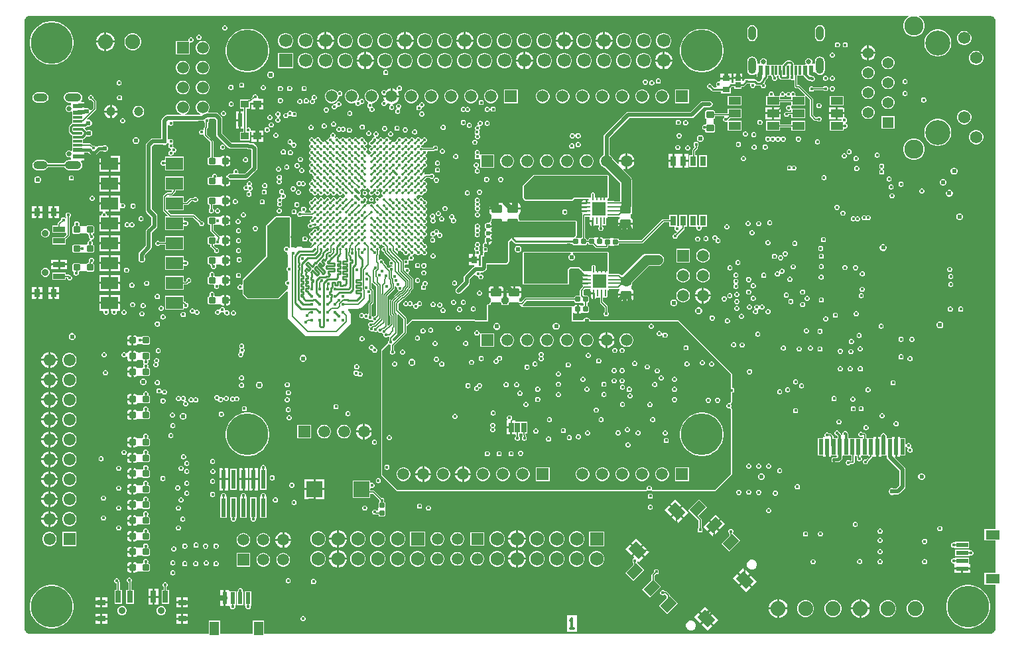
<source format=gtl>
G04*
G04 #@! TF.GenerationSoftware,Altium Limited,Altium Designer,23.11.1 (41)*
G04*
G04 Layer_Physical_Order=1*
G04 Layer_Color=255*
%FSLAX44Y44*%
%MOMM*%
G71*
G04*
G04 #@! TF.SameCoordinates,80CC7D54-6002-4424-B4FD-6ED2CB822836*
G04*
G04*
G04 #@! TF.FilePolarity,Positive*
G04*
G01*
G75*
%ADD10C,0.2540*%
%ADD15C,0.2032*%
%ADD16C,0.1270*%
%ADD18C,0.3810*%
%ADD24R,1.5000X0.7000*%
%ADD25R,0.8000X1.0000*%
%ADD26R,0.5001X2.0000*%
%ADD27R,2.1600X1.5200*%
G04:AMPARAMS|DCode=28|XSize=0.8mm|YSize=0.8mm|CornerRadius=0.1mm|HoleSize=0mm|Usage=FLASHONLY|Rotation=180.000|XOffset=0mm|YOffset=0mm|HoleType=Round|Shape=RoundedRectangle|*
%AMROUNDEDRECTD28*
21,1,0.8000,0.6000,0,0,180.0*
21,1,0.6000,0.8000,0,0,180.0*
1,1,0.2000,-0.3000,0.3000*
1,1,0.2000,0.3000,0.3000*
1,1,0.2000,0.3000,-0.3000*
1,1,0.2000,-0.3000,-0.3000*
%
%ADD28ROUNDEDRECTD28*%
%ADD29C,0.3500*%
%ADD30R,1.5000X1.0000*%
%ADD31R,0.6000X1.1500*%
%ADD32R,0.6400X0.6400*%
%ADD33R,0.9500X0.7500*%
%ADD34R,0.7600X1.2700*%
%ADD35R,1.8000X1.8000*%
%ADD36O,0.9000X0.2500*%
G04:AMPARAMS|DCode=37|XSize=1.4mm|YSize=1mm|CornerRadius=0.125mm|HoleSize=0mm|Usage=FLASHONLY|Rotation=0.000|XOffset=0mm|YOffset=0mm|HoleType=Round|Shape=RoundedRectangle|*
%AMROUNDEDRECTD37*
21,1,1.4000,0.7500,0,0,0.0*
21,1,1.1500,1.0000,0,0,0.0*
1,1,0.2500,0.5750,-0.3750*
1,1,0.2500,-0.5750,-0.3750*
1,1,0.2500,-0.5750,0.3750*
1,1,0.2500,0.5750,0.3750*
%
%ADD37ROUNDEDRECTD37*%
%ADD38O,0.2500X0.9000*%
%ADD39R,1.5500X0.6000*%
G04:AMPARAMS|DCode=40|XSize=1.9mm|YSize=1.4mm|CornerRadius=0mm|HoleSize=0mm|Usage=FLASHONLY|Rotation=135.000|XOffset=0mm|YOffset=0mm|HoleType=Round|Shape=Rectangle|*
%AMROTATEDRECTD40*
4,1,4,1.1667,-0.1768,0.1768,-1.1667,-1.1667,0.1768,-0.1768,1.1667,1.1667,-0.1768,0.0*
%
%ADD40ROTATEDRECTD40*%

G04:AMPARAMS|DCode=41|XSize=0.6mm|YSize=0.6mm|CornerRadius=0.06mm|HoleSize=0mm|Usage=FLASHONLY|Rotation=90.000|XOffset=0mm|YOffset=0mm|HoleType=Round|Shape=RoundedRectangle|*
%AMROUNDEDRECTD41*
21,1,0.6000,0.4800,0,0,90.0*
21,1,0.4800,0.6000,0,0,90.0*
1,1,0.1200,0.2400,0.2400*
1,1,0.1200,0.2400,-0.2400*
1,1,0.1200,-0.2400,-0.2400*
1,1,0.1200,-0.2400,0.2400*
%
%ADD41ROUNDEDRECTD41*%
%ADD42R,0.7500X0.9500*%
G04:AMPARAMS|DCode=43|XSize=1.7mm|YSize=1.2mm|CornerRadius=0mm|HoleSize=0mm|Usage=FLASHONLY|Rotation=45.000|XOffset=0mm|YOffset=0mm|HoleType=Round|Shape=Rectangle|*
%AMROTATEDRECTD43*
4,1,4,-0.1768,-1.0253,-1.0253,-0.1768,0.1768,1.0253,1.0253,0.1768,-0.1768,-1.0253,0.0*
%
%ADD43ROTATEDRECTD43*%

%ADD44R,1.0000X0.9000*%
%ADD45R,0.5500X1.7000*%
%ADD46R,1.1500X0.6000*%
%ADD47R,1.0000X0.8000*%
%ADD48C,0.3700*%
%ADD49R,2.0000X2.0000*%
%ADD50R,0.6000X2.4000*%
%ADD51R,0.6000X1.5500*%
%ADD52R,0.7000X1.5000*%
%ADD53R,5.7000X1.6000*%
G04:AMPARAMS|DCode=54|XSize=0.6mm|YSize=0.6mm|CornerRadius=0.06mm|HoleSize=0mm|Usage=FLASHONLY|Rotation=180.000|XOffset=0mm|YOffset=0mm|HoleType=Round|Shape=RoundedRectangle|*
%AMROUNDEDRECTD54*
21,1,0.6000,0.4800,0,0,180.0*
21,1,0.4800,0.6000,0,0,180.0*
1,1,0.1200,-0.2400,0.2400*
1,1,0.1200,0.2400,0.2400*
1,1,0.1200,0.2400,-0.2400*
1,1,0.1200,-0.2400,-0.2400*
%
%ADD54ROUNDEDRECTD54*%
%ADD55R,0.6350X1.2700*%
%ADD56R,0.3000X1.1500*%
%ADD57R,1.8000X1.2000*%
G04:AMPARAMS|DCode=58|XSize=1mm|YSize=0.9mm|CornerRadius=0.1125mm|HoleSize=0mm|Usage=FLASHONLY|Rotation=0.000|XOffset=0mm|YOffset=0mm|HoleType=Round|Shape=RoundedRectangle|*
%AMROUNDEDRECTD58*
21,1,1.0000,0.6750,0,0,0.0*
21,1,0.7750,0.9000,0,0,0.0*
1,1,0.2250,0.3875,-0.3375*
1,1,0.2250,-0.3875,-0.3375*
1,1,0.2250,-0.3875,0.3375*
1,1,0.2250,0.3875,0.3375*
%
%ADD58ROUNDEDRECTD58*%
%ADD59R,1.2000X1.8000*%
%ADD60R,1.1500X0.3000*%
%ADD87C,0.9000*%
%ADD91C,1.3900*%
%ADD99C,1.5700*%
%ADD103C,3.2000*%
%ADD104R,1.3900X1.3900*%
%ADD105C,2.4500*%
G04:AMPARAMS|DCode=106|XSize=1mm|YSize=1.8mm|CornerRadius=0.5mm|HoleSize=0mm|Usage=FLASHONLY|Rotation=180.000|XOffset=0mm|YOffset=0mm|HoleType=Round|Shape=RoundedRectangle|*
%AMROUNDEDRECTD106*
21,1,1.0000,0.8000,0,0,180.0*
21,1,0.0000,1.8000,0,0,180.0*
1,1,1.0000,0.0000,0.4000*
1,1,1.0000,0.0000,0.4000*
1,1,1.0000,0.0000,-0.4000*
1,1,1.0000,0.0000,-0.4000*
%
%ADD106ROUNDEDRECTD106*%
G04:AMPARAMS|DCode=107|XSize=1mm|YSize=2.1mm|CornerRadius=0.5mm|HoleSize=0mm|Usage=FLASHONLY|Rotation=180.000|XOffset=0mm|YOffset=0mm|HoleType=Round|Shape=RoundedRectangle|*
%AMROUNDEDRECTD107*
21,1,1.0000,1.1000,0,0,180.0*
21,1,0.0000,2.1000,0,0,180.0*
1,1,1.0000,0.0000,0.5500*
1,1,1.0000,0.0000,0.5500*
1,1,1.0000,0.0000,-0.5500*
1,1,1.0000,0.0000,-0.5500*
%
%ADD107ROUNDEDRECTD107*%
%ADD108C,0.6500*%
G04:AMPARAMS|DCode=111|XSize=1mm|YSize=2.1mm|CornerRadius=0.5mm|HoleSize=0mm|Usage=FLASHONLY|Rotation=270.000|XOffset=0mm|YOffset=0mm|HoleType=Round|Shape=RoundedRectangle|*
%AMROUNDEDRECTD111*
21,1,1.0000,1.1000,0,0,270.0*
21,1,0.0000,2.1000,0,0,270.0*
1,1,1.0000,-0.5500,0.0000*
1,1,1.0000,-0.5500,0.0000*
1,1,1.0000,0.5500,0.0000*
1,1,1.0000,0.5500,0.0000*
%
%ADD111ROUNDEDRECTD111*%
G04:AMPARAMS|DCode=112|XSize=1mm|YSize=1.8mm|CornerRadius=0.5mm|HoleSize=0mm|Usage=FLASHONLY|Rotation=270.000|XOffset=0mm|YOffset=0mm|HoleType=Round|Shape=RoundedRectangle|*
%AMROUNDEDRECTD112*
21,1,1.0000,0.8000,0,0,270.0*
21,1,0.0000,1.8000,0,0,270.0*
1,1,1.0000,-0.4000,0.0000*
1,1,1.0000,-0.4000,0.0000*
1,1,1.0000,0.4000,0.0000*
1,1,1.0000,0.4000,0.0000*
%
%ADD112ROUNDEDRECTD112*%
%ADD113C,0.6096*%
%ADD114C,0.3048*%
%ADD115C,0.5080*%
%ADD116C,0.6350*%
%ADD117C,0.1524*%
%ADD118C,1.2700*%
%ADD119C,0.6000*%
%ADD120C,0.3556*%
%ADD121C,5.3000*%
%ADD122C,1.7000*%
%ADD123C,1.5000*%
%ADD124C,1.9000*%
%ADD125C,1.7272*%
%ADD126C,1.2000*%
%ADD127C,1.5500*%
%ADD128R,1.5000X1.5000*%
%ADD129R,1.5500X1.5500*%
%ADD130R,1.7000X1.7000*%
%ADD131R,1.6764X1.6764*%
%ADD132R,1.5000X1.5000*%
%ADD133C,0.4064*%
%ADD134C,0.6000*%
G36*
X1659494Y1074532D02*
X1660862Y1073965D01*
X1662094Y1073142D01*
X1663142Y1072094D01*
X1663965Y1070862D01*
X1664532Y1069494D01*
X1664821Y1068041D01*
Y1067300D01*
Y418870D01*
X1650890D01*
Y404330D01*
X1664821D01*
Y362870D01*
X1650890D01*
Y348330D01*
X1664821D01*
Y292700D01*
Y291959D01*
X1664532Y290506D01*
X1663965Y289138D01*
X1663142Y287906D01*
X1662094Y286858D01*
X1660862Y286035D01*
X1659494Y285468D01*
X1658041Y285179D01*
X731170D01*
Y302370D01*
X716630D01*
Y285179D01*
X675170D01*
Y302370D01*
X660630D01*
Y285179D01*
X431959D01*
X430506Y285468D01*
X429138Y286035D01*
X427906Y286858D01*
X426858Y287906D01*
X426035Y289138D01*
X425468Y290506D01*
X425179Y291959D01*
Y292700D01*
Y1067300D01*
Y1068041D01*
X425468Y1069494D01*
X426035Y1070862D01*
X426858Y1072094D01*
X427906Y1073142D01*
X429138Y1073965D01*
X430506Y1074532D01*
X431959Y1074821D01*
X1554019D01*
X1554359Y1073551D01*
X1552399Y1072419D01*
X1549881Y1069901D01*
X1548101Y1066818D01*
X1547180Y1063380D01*
Y1059820D01*
X1548101Y1056382D01*
X1549881Y1053298D01*
X1552399Y1050781D01*
X1555482Y1049001D01*
X1558920Y1048080D01*
X1562480D01*
X1565918Y1049001D01*
X1569001Y1050781D01*
X1571519Y1053298D01*
X1573299Y1056382D01*
X1574220Y1059820D01*
Y1063380D01*
X1573299Y1066818D01*
X1571519Y1069901D01*
X1569001Y1072419D01*
X1567041Y1073551D01*
X1567381Y1074821D01*
X1658041D01*
X1659494Y1074532D01*
D02*
G37*
%LPC*%
G36*
X681657Y1062302D02*
X680343D01*
X679130Y1061799D01*
X678201Y1060870D01*
X677698Y1059657D01*
Y1058343D01*
X678201Y1057130D01*
X679130Y1056201D01*
X680343Y1055698D01*
X681657D01*
X682870Y1056201D01*
X683799Y1057130D01*
X684302Y1058343D01*
Y1059657D01*
X683799Y1060870D01*
X682870Y1061799D01*
X681657Y1062302D01*
D02*
G37*
G36*
X1166553Y1053740D02*
X1166370D01*
Y1043970D01*
X1176140D01*
Y1044153D01*
X1175388Y1046961D01*
X1173934Y1049479D01*
X1171879Y1051534D01*
X1169361Y1052988D01*
X1166553Y1053740D01*
D02*
G37*
G36*
X1163830D02*
X1163647D01*
X1160839Y1052988D01*
X1158321Y1051534D01*
X1156266Y1049479D01*
X1154812Y1046961D01*
X1154060Y1044153D01*
Y1043970D01*
X1163830D01*
Y1053740D01*
D02*
G37*
G36*
X1115753D02*
X1115570D01*
Y1043970D01*
X1125340D01*
Y1044153D01*
X1124588Y1046961D01*
X1123134Y1049479D01*
X1121079Y1051534D01*
X1118561Y1052988D01*
X1115753Y1053740D01*
D02*
G37*
G36*
X1113030D02*
X1112847D01*
X1110039Y1052988D01*
X1107521Y1051534D01*
X1105466Y1049479D01*
X1104012Y1046961D01*
X1103260Y1044153D01*
Y1043970D01*
X1113030D01*
Y1053740D01*
D02*
G37*
G36*
X988753D02*
X988570D01*
Y1043970D01*
X998340D01*
Y1044153D01*
X997588Y1046961D01*
X996134Y1049479D01*
X994079Y1051534D01*
X991561Y1052988D01*
X988753Y1053740D01*
D02*
G37*
G36*
X986030D02*
X985847D01*
X983039Y1052988D01*
X980521Y1051534D01*
X978466Y1049479D01*
X977012Y1046961D01*
X976260Y1044153D01*
Y1043970D01*
X986030D01*
Y1053740D01*
D02*
G37*
G36*
X912553D02*
X912370D01*
Y1043970D01*
X922140D01*
Y1044153D01*
X921388Y1046961D01*
X919934Y1049479D01*
X917879Y1051534D01*
X915361Y1052988D01*
X912553Y1053740D01*
D02*
G37*
G36*
X909830D02*
X909647D01*
X906839Y1052988D01*
X904321Y1051534D01*
X902266Y1049479D01*
X900812Y1046961D01*
X900060Y1044153D01*
Y1043970D01*
X909830D01*
Y1053740D01*
D02*
G37*
G36*
X810953D02*
X810770D01*
Y1043970D01*
X820540D01*
Y1044153D01*
X819788Y1046961D01*
X818334Y1049479D01*
X816279Y1051534D01*
X813761Y1052988D01*
X810953Y1053740D01*
D02*
G37*
G36*
X808230D02*
X808047D01*
X805239Y1052988D01*
X802721Y1051534D01*
X800666Y1049479D01*
X799212Y1046961D01*
X798460Y1044153D01*
Y1043970D01*
X808230D01*
Y1053740D01*
D02*
G37*
G36*
X648657Y1050302D02*
X647343D01*
X646130Y1049799D01*
X645201Y1048870D01*
X644698Y1047657D01*
Y1046343D01*
X645201Y1045130D01*
X646130Y1044201D01*
X647343Y1043698D01*
X648657D01*
X649870Y1044201D01*
X650799Y1045130D01*
X651302Y1046343D01*
Y1047657D01*
X650799Y1048870D01*
X649870Y1049799D01*
X648657Y1050302D01*
D02*
G37*
G36*
X530185Y1053440D02*
X529870D01*
Y1042670D01*
X540640D01*
Y1042985D01*
X539819Y1046047D01*
X538234Y1048793D01*
X535993Y1051034D01*
X533247Y1052619D01*
X530185Y1053440D01*
D02*
G37*
G36*
X527330D02*
X527015D01*
X523953Y1052619D01*
X521207Y1051034D01*
X518966Y1048793D01*
X517381Y1046047D01*
X516560Y1042985D01*
Y1042670D01*
X527330D01*
Y1053440D01*
D02*
G37*
G36*
X1440700Y1062943D02*
X1438254Y1062456D01*
X1436180Y1061070D01*
X1434794Y1058996D01*
X1434307Y1056550D01*
Y1048550D01*
X1434794Y1046104D01*
X1436180Y1044030D01*
X1438254Y1042644D01*
X1440700Y1042157D01*
X1443146Y1042644D01*
X1445220Y1044030D01*
X1446606Y1046104D01*
X1447093Y1048550D01*
Y1056550D01*
X1446606Y1058996D01*
X1445220Y1061070D01*
X1443146Y1062456D01*
X1440700Y1062943D01*
D02*
G37*
G36*
X1354300D02*
X1351854Y1062456D01*
X1349780Y1061070D01*
X1348394Y1058996D01*
X1347907Y1056550D01*
Y1048550D01*
X1348394Y1046104D01*
X1349780Y1044030D01*
X1351854Y1042644D01*
X1354300Y1042157D01*
X1356746Y1042644D01*
X1358820Y1044030D01*
X1360206Y1046104D01*
X1360693Y1048550D01*
Y1056550D01*
X1360206Y1058996D01*
X1358820Y1061070D01*
X1356746Y1062456D01*
X1354300Y1062943D01*
D02*
G37*
G36*
X638657Y1047365D02*
X637343D01*
X636130Y1046862D01*
X635201Y1045933D01*
X634698Y1044720D01*
Y1043406D01*
X634126Y1042550D01*
X618610D01*
Y1025010D01*
X636150D01*
Y1040112D01*
X637206Y1040818D01*
X637343Y1040761D01*
X638657D01*
X639870Y1041264D01*
X640799Y1042193D01*
X641302Y1043406D01*
Y1044720D01*
X640799Y1045933D01*
X639870Y1046862D01*
X638657Y1047365D01*
D02*
G37*
G36*
X1626201Y1055220D02*
X1623799D01*
X1621480Y1054598D01*
X1619400Y1053398D01*
X1617702Y1051700D01*
X1616501Y1049620D01*
X1615880Y1047301D01*
Y1044899D01*
X1616501Y1042580D01*
X1617702Y1040500D01*
X1619400Y1038802D01*
X1621480Y1037601D01*
X1623799Y1036980D01*
X1626201D01*
X1628520Y1037601D01*
X1630600Y1038802D01*
X1632298Y1040500D01*
X1633499Y1042580D01*
X1634120Y1044899D01*
Y1047301D01*
X1633499Y1049620D01*
X1632298Y1051700D01*
X1630600Y1053398D01*
X1628520Y1054598D01*
X1626201Y1055220D01*
D02*
G37*
G36*
X1473777Y1040844D02*
X1472463D01*
X1471250Y1040342D01*
X1470321Y1039413D01*
X1469818Y1038199D01*
Y1036885D01*
X1470321Y1035672D01*
X1471250Y1034743D01*
X1472463Y1034240D01*
X1473777D01*
X1474991Y1034743D01*
X1475920Y1035672D01*
X1476422Y1036885D01*
Y1038199D01*
X1475920Y1039413D01*
X1474991Y1040342D01*
X1473777Y1040844D01*
D02*
G37*
G36*
X1463777D02*
X1462463D01*
X1461250Y1040342D01*
X1460321Y1039413D01*
X1459818Y1038199D01*
Y1036885D01*
X1460321Y1035672D01*
X1461250Y1034743D01*
X1462463Y1034240D01*
X1463777D01*
X1464991Y1034743D01*
X1465920Y1035672D01*
X1466422Y1036885D01*
Y1038199D01*
X1465920Y1039413D01*
X1464991Y1040342D01*
X1463777Y1040844D01*
D02*
G37*
G36*
X1242586Y1052470D02*
X1240014D01*
X1237529Y1051804D01*
X1235301Y1050518D01*
X1233482Y1048699D01*
X1232196Y1046471D01*
X1231530Y1043986D01*
Y1041414D01*
X1232196Y1038929D01*
X1233482Y1036701D01*
X1235301Y1034882D01*
X1237529Y1033596D01*
X1240014Y1032930D01*
X1242586D01*
X1245071Y1033596D01*
X1247299Y1034882D01*
X1249118Y1036701D01*
X1250404Y1038929D01*
X1251070Y1041414D01*
Y1043986D01*
X1250404Y1046471D01*
X1249118Y1048699D01*
X1247299Y1050518D01*
X1245071Y1051804D01*
X1242586Y1052470D01*
D02*
G37*
G36*
X1217186D02*
X1214614D01*
X1212129Y1051804D01*
X1209901Y1050518D01*
X1208082Y1048699D01*
X1206796Y1046471D01*
X1206130Y1043986D01*
Y1041414D01*
X1206796Y1038929D01*
X1208082Y1036701D01*
X1209901Y1034882D01*
X1212129Y1033596D01*
X1214614Y1032930D01*
X1217186D01*
X1219671Y1033596D01*
X1221899Y1034882D01*
X1223718Y1036701D01*
X1225004Y1038929D01*
X1225670Y1041414D01*
Y1043986D01*
X1225004Y1046471D01*
X1223718Y1048699D01*
X1221899Y1050518D01*
X1219671Y1051804D01*
X1217186Y1052470D01*
D02*
G37*
G36*
X1191786D02*
X1189214D01*
X1186729Y1051804D01*
X1184501Y1050518D01*
X1182682Y1048699D01*
X1181396Y1046471D01*
X1180730Y1043986D01*
Y1041414D01*
X1181396Y1038929D01*
X1182682Y1036701D01*
X1184501Y1034882D01*
X1186729Y1033596D01*
X1189214Y1032930D01*
X1191786D01*
X1194271Y1033596D01*
X1196499Y1034882D01*
X1198318Y1036701D01*
X1199604Y1038929D01*
X1200270Y1041414D01*
Y1043986D01*
X1199604Y1046471D01*
X1198318Y1048699D01*
X1196499Y1050518D01*
X1194271Y1051804D01*
X1191786Y1052470D01*
D02*
G37*
G36*
X1140986D02*
X1138414D01*
X1135929Y1051804D01*
X1133701Y1050518D01*
X1131882Y1048699D01*
X1130596Y1046471D01*
X1129930Y1043986D01*
Y1041414D01*
X1130596Y1038929D01*
X1131882Y1036701D01*
X1133701Y1034882D01*
X1135929Y1033596D01*
X1138414Y1032930D01*
X1140986D01*
X1143471Y1033596D01*
X1145699Y1034882D01*
X1147518Y1036701D01*
X1148804Y1038929D01*
X1149470Y1041414D01*
Y1043986D01*
X1148804Y1046471D01*
X1147518Y1048699D01*
X1145699Y1050518D01*
X1143471Y1051804D01*
X1140986Y1052470D01*
D02*
G37*
G36*
X1090186D02*
X1087614D01*
X1085129Y1051804D01*
X1082901Y1050518D01*
X1081082Y1048699D01*
X1079796Y1046471D01*
X1079130Y1043986D01*
Y1041414D01*
X1079796Y1038929D01*
X1081082Y1036701D01*
X1082901Y1034882D01*
X1085129Y1033596D01*
X1087614Y1032930D01*
X1090186D01*
X1092671Y1033596D01*
X1094899Y1034882D01*
X1096718Y1036701D01*
X1098004Y1038929D01*
X1098670Y1041414D01*
Y1043986D01*
X1098004Y1046471D01*
X1096718Y1048699D01*
X1094899Y1050518D01*
X1092671Y1051804D01*
X1090186Y1052470D01*
D02*
G37*
G36*
X1064786D02*
X1062214D01*
X1059729Y1051804D01*
X1057501Y1050518D01*
X1055682Y1048699D01*
X1054396Y1046471D01*
X1053730Y1043986D01*
Y1041414D01*
X1054396Y1038929D01*
X1055682Y1036701D01*
X1057501Y1034882D01*
X1059729Y1033596D01*
X1062214Y1032930D01*
X1064786D01*
X1067271Y1033596D01*
X1069499Y1034882D01*
X1071318Y1036701D01*
X1072604Y1038929D01*
X1073270Y1041414D01*
Y1043986D01*
X1072604Y1046471D01*
X1071318Y1048699D01*
X1069499Y1050518D01*
X1067271Y1051804D01*
X1064786Y1052470D01*
D02*
G37*
G36*
X1039386D02*
X1036814D01*
X1034329Y1051804D01*
X1032101Y1050518D01*
X1030282Y1048699D01*
X1028996Y1046471D01*
X1028330Y1043986D01*
Y1041414D01*
X1028996Y1038929D01*
X1030282Y1036701D01*
X1032101Y1034882D01*
X1034329Y1033596D01*
X1036814Y1032930D01*
X1039386D01*
X1041871Y1033596D01*
X1044099Y1034882D01*
X1045918Y1036701D01*
X1047204Y1038929D01*
X1047870Y1041414D01*
Y1043986D01*
X1047204Y1046471D01*
X1045918Y1048699D01*
X1044099Y1050518D01*
X1041871Y1051804D01*
X1039386Y1052470D01*
D02*
G37*
G36*
X1013986D02*
X1011414D01*
X1008929Y1051804D01*
X1006701Y1050518D01*
X1004882Y1048699D01*
X1003596Y1046471D01*
X1002930Y1043986D01*
Y1041414D01*
X1003596Y1038929D01*
X1004882Y1036701D01*
X1006701Y1034882D01*
X1008929Y1033596D01*
X1011414Y1032930D01*
X1013986D01*
X1016471Y1033596D01*
X1018699Y1034882D01*
X1020518Y1036701D01*
X1021804Y1038929D01*
X1022470Y1041414D01*
Y1043986D01*
X1021804Y1046471D01*
X1020518Y1048699D01*
X1018699Y1050518D01*
X1016471Y1051804D01*
X1013986Y1052470D01*
D02*
G37*
G36*
X963186D02*
X960614D01*
X958129Y1051804D01*
X955901Y1050518D01*
X954082Y1048699D01*
X952796Y1046471D01*
X952130Y1043986D01*
Y1041414D01*
X952796Y1038929D01*
X954082Y1036701D01*
X955901Y1034882D01*
X958129Y1033596D01*
X960614Y1032930D01*
X963186D01*
X965671Y1033596D01*
X967899Y1034882D01*
X969718Y1036701D01*
X971004Y1038929D01*
X971670Y1041414D01*
Y1043986D01*
X971004Y1046471D01*
X969718Y1048699D01*
X967899Y1050518D01*
X965671Y1051804D01*
X963186Y1052470D01*
D02*
G37*
G36*
X937786D02*
X935214D01*
X932729Y1051804D01*
X930501Y1050518D01*
X928682Y1048699D01*
X927396Y1046471D01*
X926730Y1043986D01*
Y1041414D01*
X927396Y1038929D01*
X928682Y1036701D01*
X930501Y1034882D01*
X932729Y1033596D01*
X935214Y1032930D01*
X937786D01*
X940271Y1033596D01*
X942499Y1034882D01*
X944318Y1036701D01*
X945604Y1038929D01*
X946270Y1041414D01*
Y1043986D01*
X945604Y1046471D01*
X944318Y1048699D01*
X942499Y1050518D01*
X940271Y1051804D01*
X937786Y1052470D01*
D02*
G37*
G36*
X886986D02*
X884414D01*
X881929Y1051804D01*
X879701Y1050518D01*
X877882Y1048699D01*
X876596Y1046471D01*
X875930Y1043986D01*
Y1041414D01*
X876596Y1038929D01*
X877882Y1036701D01*
X879701Y1034882D01*
X881929Y1033596D01*
X884414Y1032930D01*
X886986D01*
X889471Y1033596D01*
X891699Y1034882D01*
X893518Y1036701D01*
X894804Y1038929D01*
X895470Y1041414D01*
Y1043986D01*
X894804Y1046471D01*
X893518Y1048699D01*
X891699Y1050518D01*
X889471Y1051804D01*
X886986Y1052470D01*
D02*
G37*
G36*
X861586D02*
X859014D01*
X856529Y1051804D01*
X854301Y1050518D01*
X852482Y1048699D01*
X851196Y1046471D01*
X850530Y1043986D01*
Y1041414D01*
X851196Y1038929D01*
X852482Y1036701D01*
X854301Y1034882D01*
X856529Y1033596D01*
X859014Y1032930D01*
X861586D01*
X864071Y1033596D01*
X866299Y1034882D01*
X868118Y1036701D01*
X869404Y1038929D01*
X870070Y1041414D01*
Y1043986D01*
X869404Y1046471D01*
X868118Y1048699D01*
X866299Y1050518D01*
X864071Y1051804D01*
X861586Y1052470D01*
D02*
G37*
G36*
X836186D02*
X833614D01*
X831129Y1051804D01*
X828901Y1050518D01*
X827082Y1048699D01*
X825796Y1046471D01*
X825130Y1043986D01*
Y1041414D01*
X825796Y1038929D01*
X827082Y1036701D01*
X828901Y1034882D01*
X831129Y1033596D01*
X833614Y1032930D01*
X836186D01*
X838671Y1033596D01*
X840899Y1034882D01*
X842718Y1036701D01*
X844004Y1038929D01*
X844670Y1041414D01*
Y1043986D01*
X844004Y1046471D01*
X842718Y1048699D01*
X840899Y1050518D01*
X838671Y1051804D01*
X836186Y1052470D01*
D02*
G37*
G36*
X785386D02*
X782814D01*
X780329Y1051804D01*
X778101Y1050518D01*
X776282Y1048699D01*
X774996Y1046471D01*
X774330Y1043986D01*
Y1041414D01*
X774996Y1038929D01*
X776282Y1036701D01*
X778101Y1034882D01*
X780329Y1033596D01*
X782814Y1032930D01*
X785386D01*
X787871Y1033596D01*
X790099Y1034882D01*
X791918Y1036701D01*
X793204Y1038929D01*
X793870Y1041414D01*
Y1043986D01*
X793204Y1046471D01*
X791918Y1048699D01*
X790099Y1050518D01*
X787871Y1051804D01*
X785386Y1052470D01*
D02*
G37*
G36*
X759986D02*
X757414D01*
X754929Y1051804D01*
X752701Y1050518D01*
X750882Y1048699D01*
X749596Y1046471D01*
X748930Y1043986D01*
Y1041414D01*
X749596Y1038929D01*
X750882Y1036701D01*
X752701Y1034882D01*
X754929Y1033596D01*
X757414Y1032930D01*
X759986D01*
X762471Y1033596D01*
X764699Y1034882D01*
X766518Y1036701D01*
X767804Y1038929D01*
X768470Y1041414D01*
Y1043986D01*
X767804Y1046471D01*
X766518Y1048699D01*
X764699Y1050518D01*
X762471Y1051804D01*
X759986Y1052470D01*
D02*
G37*
G36*
X1176140Y1041430D02*
X1166370D01*
Y1031660D01*
X1166553D01*
X1169361Y1032412D01*
X1171879Y1033866D01*
X1173934Y1035921D01*
X1175388Y1038439D01*
X1176140Y1041247D01*
Y1041430D01*
D02*
G37*
G36*
X1163830D02*
X1154060D01*
Y1041247D01*
X1154812Y1038439D01*
X1156266Y1035921D01*
X1158321Y1033866D01*
X1160839Y1032412D01*
X1163647Y1031660D01*
X1163830D01*
Y1041430D01*
D02*
G37*
G36*
X1125340D02*
X1115570D01*
Y1031660D01*
X1115753D01*
X1118561Y1032412D01*
X1121079Y1033866D01*
X1123134Y1035921D01*
X1124588Y1038439D01*
X1125340Y1041247D01*
Y1041430D01*
D02*
G37*
G36*
X1113030D02*
X1103260D01*
Y1041247D01*
X1104012Y1038439D01*
X1105466Y1035921D01*
X1107521Y1033866D01*
X1110039Y1032412D01*
X1112847Y1031660D01*
X1113030D01*
Y1041430D01*
D02*
G37*
G36*
X998340D02*
X988570D01*
Y1031660D01*
X988753D01*
X991561Y1032412D01*
X994079Y1033866D01*
X996134Y1035921D01*
X997588Y1038439D01*
X998340Y1041247D01*
Y1041430D01*
D02*
G37*
G36*
X986030D02*
X976260D01*
Y1041247D01*
X977012Y1038439D01*
X978466Y1035921D01*
X980521Y1033866D01*
X983039Y1032412D01*
X985847Y1031660D01*
X986030D01*
Y1041430D01*
D02*
G37*
G36*
X922140D02*
X912370D01*
Y1031660D01*
X912553D01*
X915361Y1032412D01*
X917879Y1033866D01*
X919934Y1035921D01*
X921388Y1038439D01*
X922140Y1041247D01*
Y1041430D01*
D02*
G37*
G36*
X909830D02*
X900060D01*
Y1041247D01*
X900812Y1038439D01*
X902266Y1035921D01*
X904321Y1033866D01*
X906839Y1032412D01*
X909647Y1031660D01*
X909830D01*
Y1041430D01*
D02*
G37*
G36*
X820540D02*
X810770D01*
Y1031660D01*
X810953D01*
X813761Y1032412D01*
X816279Y1033866D01*
X818334Y1035921D01*
X819788Y1038439D01*
X820540Y1041247D01*
Y1041430D01*
D02*
G37*
G36*
X808230D02*
X798460D01*
Y1041247D01*
X799212Y1038439D01*
X800666Y1035921D01*
X802721Y1033866D01*
X805239Y1032412D01*
X808047Y1031660D01*
X808230D01*
Y1041430D01*
D02*
G37*
G36*
X565018Y1052170D02*
X562182D01*
X559443Y1051436D01*
X556987Y1050018D01*
X554982Y1048013D01*
X553564Y1045557D01*
X552830Y1042818D01*
Y1039982D01*
X553564Y1037243D01*
X554982Y1034787D01*
X556987Y1032782D01*
X559443Y1031364D01*
X562182Y1030630D01*
X565018D01*
X567757Y1031364D01*
X570213Y1032782D01*
X572218Y1034787D01*
X573636Y1037243D01*
X574370Y1039982D01*
Y1042818D01*
X573636Y1045557D01*
X572218Y1048013D01*
X570213Y1050018D01*
X567757Y1051436D01*
X565018Y1052170D01*
D02*
G37*
G36*
X540640Y1040130D02*
X529870D01*
Y1029360D01*
X530185D01*
X533247Y1030181D01*
X535993Y1031766D01*
X538234Y1034007D01*
X539819Y1036753D01*
X540640Y1039815D01*
Y1040130D01*
D02*
G37*
G36*
X527330D02*
X516560D01*
Y1039815D01*
X517381Y1036753D01*
X518966Y1034007D01*
X521207Y1031766D01*
X523953Y1030181D01*
X527015Y1029360D01*
X527330D01*
Y1040130D01*
D02*
G37*
G36*
X1503570Y1036784D02*
Y1028570D01*
X1511785D01*
X1511143Y1030963D01*
X1509894Y1033127D01*
X1508127Y1034894D01*
X1505963Y1036143D01*
X1503570Y1036784D01*
D02*
G37*
G36*
X1501030Y1036785D02*
X1498637Y1036143D01*
X1496473Y1034894D01*
X1494706Y1033127D01*
X1493457Y1030963D01*
X1492816Y1028570D01*
X1501030D01*
Y1036785D01*
D02*
G37*
G36*
X653935Y1042550D02*
X651625D01*
X649395Y1041952D01*
X647395Y1040798D01*
X645762Y1039165D01*
X644608Y1037165D01*
X644010Y1034935D01*
Y1032625D01*
X644608Y1030395D01*
X645762Y1028395D01*
X647395Y1026762D01*
X649395Y1025608D01*
X651625Y1025010D01*
X653935D01*
X656165Y1025608D01*
X658165Y1026762D01*
X659798Y1028395D01*
X660952Y1030395D01*
X661550Y1032625D01*
Y1034935D01*
X660952Y1037165D01*
X659798Y1039165D01*
X658165Y1040798D01*
X656165Y1041952D01*
X653935Y1042550D01*
D02*
G37*
G36*
X1592901Y1057270D02*
X1589499D01*
X1586163Y1056606D01*
X1583020Y1055304D01*
X1580191Y1053415D01*
X1577785Y1051009D01*
X1575896Y1048180D01*
X1574594Y1045038D01*
X1573930Y1041701D01*
Y1038299D01*
X1574594Y1034962D01*
X1575896Y1031820D01*
X1577785Y1028991D01*
X1580191Y1026585D01*
X1583020Y1024696D01*
X1586163Y1023394D01*
X1589499Y1022730D01*
X1592901D01*
X1596237Y1023394D01*
X1599380Y1024696D01*
X1602209Y1026585D01*
X1604615Y1028991D01*
X1606505Y1031820D01*
X1607806Y1034962D01*
X1608470Y1038299D01*
Y1041701D01*
X1607806Y1045038D01*
X1606505Y1048180D01*
X1604615Y1051009D01*
X1602209Y1053415D01*
X1599380Y1055304D01*
X1596237Y1056606D01*
X1592901Y1057270D01*
D02*
G37*
G36*
X1457300Y1027555D02*
X1455986D01*
X1454773Y1027053D01*
X1453844Y1026124D01*
X1453341Y1024910D01*
Y1023597D01*
X1453844Y1022383D01*
X1454773Y1021454D01*
X1455986Y1020952D01*
X1457300D01*
X1458514Y1021454D01*
X1459443Y1022383D01*
X1459945Y1023597D01*
Y1024910D01*
X1459443Y1026124D01*
X1458514Y1027053D01*
X1457300Y1027555D01*
D02*
G37*
G36*
X1242753Y1028340D02*
X1242570D01*
Y1018570D01*
X1252340D01*
Y1018753D01*
X1251588Y1021561D01*
X1250134Y1024079D01*
X1248079Y1026134D01*
X1245561Y1027588D01*
X1242753Y1028340D01*
D02*
G37*
G36*
X1240030D02*
X1239847D01*
X1237039Y1027588D01*
X1234521Y1026134D01*
X1232466Y1024079D01*
X1231012Y1021561D01*
X1230260Y1018753D01*
Y1018570D01*
X1240030D01*
Y1028340D01*
D02*
G37*
G36*
X1064953D02*
X1064770D01*
Y1018570D01*
X1074540D01*
Y1018753D01*
X1073788Y1021561D01*
X1072334Y1024079D01*
X1070279Y1026134D01*
X1067761Y1027588D01*
X1064953Y1028340D01*
D02*
G37*
G36*
X1062230D02*
X1062047D01*
X1059239Y1027588D01*
X1056721Y1026134D01*
X1054666Y1024079D01*
X1053212Y1021561D01*
X1052460Y1018753D01*
Y1018570D01*
X1062230D01*
Y1028340D01*
D02*
G37*
G36*
X861753D02*
X861570D01*
Y1018570D01*
X871340D01*
Y1018753D01*
X870588Y1021561D01*
X869134Y1024079D01*
X867079Y1026134D01*
X864561Y1027588D01*
X861753Y1028340D01*
D02*
G37*
G36*
X859030D02*
X858847D01*
X856039Y1027588D01*
X853521Y1026134D01*
X851466Y1024079D01*
X850012Y1021561D01*
X849260Y1018753D01*
Y1018570D01*
X859030D01*
Y1028340D01*
D02*
G37*
G36*
X1511785Y1026030D02*
X1503570D01*
Y1017815D01*
X1505963Y1018457D01*
X1508127Y1019706D01*
X1509894Y1021473D01*
X1511143Y1023637D01*
X1511785Y1026030D01*
D02*
G37*
G36*
X1501030D02*
X1492816D01*
X1493457Y1023637D01*
X1494706Y1021473D01*
X1496473Y1019706D01*
X1498637Y1018457D01*
X1501030Y1017815D01*
Y1026030D01*
D02*
G37*
G36*
X1440700Y1022643D02*
X1438254Y1022156D01*
X1436180Y1020770D01*
X1434794Y1018697D01*
X1434307Y1016250D01*
Y1013290D01*
X1431416D01*
X1430711Y1014346D01*
X1430920Y1014851D01*
Y1016649D01*
X1430232Y1018310D01*
X1428960Y1019582D01*
X1427299Y1020270D01*
X1425501D01*
X1423840Y1019582D01*
X1422568Y1018310D01*
X1421880Y1016649D01*
Y1014851D01*
X1422527Y1013290D01*
X1422078Y1012020D01*
X1407590D01*
Y1013080D01*
X1407393Y1014071D01*
X1406831Y1014911D01*
X1405181Y1016561D01*
X1404341Y1017123D01*
X1403350Y1017320D01*
X1398888D01*
X1397897Y1017123D01*
X1397057Y1016561D01*
X1393399Y1012903D01*
X1392837Y1012063D01*
X1392829Y1012020D01*
X1372922D01*
X1372473Y1013290D01*
X1373120Y1014851D01*
Y1016649D01*
X1372432Y1018310D01*
X1371160Y1019582D01*
X1369499Y1020270D01*
X1367701D01*
X1366040Y1019582D01*
X1364768Y1018310D01*
X1364080Y1016649D01*
Y1014851D01*
X1364289Y1014346D01*
X1363584Y1013290D01*
X1360693D01*
Y1016250D01*
X1360206Y1018697D01*
X1358820Y1020770D01*
X1356746Y1022156D01*
X1354300Y1022643D01*
X1351854Y1022156D01*
X1349780Y1020770D01*
X1348394Y1018697D01*
X1347907Y1016250D01*
Y1005250D01*
X1348394Y1002804D01*
X1349780Y1000730D01*
X1351854Y999344D01*
X1354300Y998857D01*
X1356746Y999344D01*
X1358690Y1000642D01*
X1359960Y1000323D01*
Y996710D01*
X1364230D01*
Y1005000D01*
X1366770D01*
Y996710D01*
X1366794D01*
X1367280Y995537D01*
X1366757Y995013D01*
X1366195Y994173D01*
X1365998Y993182D01*
Y992758D01*
X1364242Y991002D01*
X1361293D01*
X1359463Y992831D01*
X1358623Y993393D01*
X1357632Y993590D01*
X1349080D01*
X1348870Y993799D01*
X1347657Y994302D01*
X1346343D01*
X1345130Y993799D01*
X1344201Y992870D01*
X1343718Y991704D01*
X1343650Y991623D01*
X1343024Y991175D01*
X1341780Y991754D01*
Y993930D01*
X1336040D01*
X1330300D01*
Y989460D01*
X1329391Y988590D01*
X1328090D01*
Y993445D01*
X1320800D01*
X1313510D01*
Y991120D01*
X1312240Y990271D01*
X1312059Y990346D01*
X1310745D01*
X1309532Y989843D01*
X1308603Y988914D01*
X1308100Y987701D01*
Y986387D01*
X1308603Y985174D01*
X1309201Y984575D01*
X1308734Y983305D01*
X1305323D01*
X1303270Y985359D01*
X1302849Y986374D01*
X1301920Y987303D01*
X1300706Y987806D01*
X1299393D01*
X1298179Y987303D01*
X1297250Y986374D01*
X1296748Y985161D01*
Y983847D01*
X1297250Y982634D01*
X1298179Y981705D01*
X1299393Y981202D01*
X1300102D01*
X1302419Y978884D01*
X1303260Y978323D01*
X1304251Y978126D01*
X1314780D01*
Y975695D01*
X1326820D01*
Y982073D01*
X1328157Y983410D01*
X1331570D01*
Y981530D01*
X1340510D01*
Y983410D01*
X1342000D01*
X1342991Y983607D01*
X1343831Y984169D01*
X1347361Y987698D01*
X1347657D01*
X1348870Y988201D01*
X1349080Y988410D01*
X1351335D01*
X1352036Y987140D01*
X1351754Y986459D01*
Y985146D01*
X1352257Y983932D01*
X1353186Y983003D01*
X1354400Y982501D01*
X1355713D01*
X1356927Y983003D01*
X1357856Y983932D01*
X1358335Y985089D01*
X1358381Y985168D01*
X1358465Y985253D01*
X1359628Y985940D01*
X1360220Y985822D01*
X1365229D01*
X1365230Y985821D01*
Y984507D01*
X1365733Y983294D01*
X1366662Y982365D01*
X1367875Y981862D01*
X1369189D01*
X1370403Y982365D01*
X1371331Y983294D01*
X1371834Y984507D01*
Y985821D01*
X1371331Y987034D01*
X1370403Y987963D01*
X1370347Y987986D01*
X1370049Y989484D01*
X1370419Y989854D01*
X1370981Y990694D01*
X1371178Y991685D01*
Y992109D01*
X1373601Y994532D01*
X1374163Y995373D01*
X1374360Y996364D01*
Y997980D01*
X1378923D01*
Y997815D01*
X1379070Y997072D01*
X1379492Y996442D01*
X1379908Y996026D01*
X1379716Y995563D01*
Y994249D01*
X1380219Y993036D01*
X1381148Y992107D01*
X1382361Y991604D01*
X1383675D01*
X1384889Y992107D01*
X1385818Y993036D01*
X1386320Y994249D01*
Y995563D01*
X1385818Y996777D01*
X1386410Y997980D01*
X1387640D01*
Y997168D01*
X1387837Y996177D01*
X1388399Y995337D01*
X1389887Y993849D01*
X1390727Y993287D01*
X1391718Y993090D01*
X1398449D01*
X1399392Y993278D01*
X1399917Y993174D01*
X1400908Y993371D01*
X1401198Y993565D01*
X1402545Y993633D01*
X1403474Y992704D01*
X1404687Y992201D01*
X1406001D01*
X1406788Y992527D01*
X1408058Y991887D01*
Y984744D01*
X1408206Y984001D01*
X1408627Y983371D01*
X1409371Y982627D01*
X1410001Y982206D01*
X1410744Y982058D01*
X1413195D01*
X1421753Y973500D01*
X1421227Y972230D01*
X1420934Y972230D01*
X1420934Y972230D01*
X1420923Y972230D01*
X1410331D01*
X1409482Y973500D01*
X1409566Y973702D01*
Y975016D01*
X1409064Y976230D01*
X1408135Y977159D01*
X1406921Y977661D01*
X1405607D01*
X1404394Y977159D01*
X1403466Y976231D01*
X1402807Y976889D01*
X1401594Y977392D01*
X1400280D01*
X1399067Y976889D01*
X1398138Y975960D01*
X1397635Y974747D01*
Y973433D01*
X1398138Y972220D01*
X1399067Y971291D01*
X1400280Y970788D01*
X1401594D01*
X1402807Y971291D01*
X1403100Y971583D01*
X1404370Y971057D01*
Y967902D01*
X1389630D01*
Y971205D01*
X1390900Y971731D01*
X1391193Y971439D01*
X1392406Y970936D01*
X1393720D01*
X1394933Y971439D01*
X1395862Y972368D01*
X1396365Y973581D01*
Y974895D01*
X1395862Y976108D01*
X1394933Y977037D01*
X1393720Y977540D01*
X1392406D01*
X1391193Y977037D01*
X1390264Y976108D01*
X1389761Y974895D01*
Y973581D01*
X1389829Y973418D01*
X1388946Y972230D01*
X1382625D01*
X1381848Y973500D01*
X1382076Y974051D01*
Y975365D01*
X1381573Y976578D01*
X1380644Y977507D01*
X1379431Y978010D01*
X1378117D01*
X1376904Y977507D01*
X1375975Y976578D01*
X1375472Y975365D01*
Y974051D01*
X1375700Y973500D01*
X1374923Y972230D01*
X1372090D01*
Y959690D01*
X1389630D01*
Y964018D01*
X1404370D01*
Y960811D01*
X1404370Y960807D01*
Y960807D01*
X1404370Y960096D01*
X1403185Y959485D01*
X1402870Y959799D01*
X1401657Y960302D01*
X1400343D01*
X1399130Y959799D01*
X1398201Y958870D01*
X1397698Y957657D01*
Y956343D01*
X1398201Y955130D01*
X1399130Y954201D01*
X1400343Y953698D01*
X1401657D01*
X1402870Y954201D01*
X1403100Y954430D01*
X1404370Y953904D01*
Y951902D01*
X1400296D01*
X1400296Y951902D01*
X1399553Y951755D01*
X1399533Y951741D01*
X1398927Y951992D01*
X1397613D01*
X1396400Y951489D01*
X1395471Y950560D01*
X1394968Y949347D01*
Y948033D01*
X1395471Y946820D01*
X1396400Y945891D01*
X1397613Y945388D01*
X1398927D01*
X1400140Y945891D01*
X1401069Y946820D01*
X1401566Y948018D01*
X1404370D01*
Y943690D01*
X1421910D01*
Y956230D01*
X1405525D01*
X1404364Y956337D01*
X1404302Y957472D01*
Y957657D01*
X1403969Y958460D01*
X1403906Y958612D01*
X1404504Y959491D01*
X1404730Y959690D01*
X1405472Y959690D01*
X1421910D01*
X1421910Y971243D01*
Y971254D01*
Y971254D01*
X1421910Y971547D01*
X1422404Y971751D01*
X1423180Y972073D01*
X1428058Y967195D01*
Y947000D01*
X1428206Y946257D01*
X1428627Y945627D01*
X1432896Y941357D01*
X1433526Y940936D01*
X1434269Y940788D01*
X1434270Y940788D01*
X1436770D01*
X1437627Y939931D01*
X1438841Y939429D01*
X1440155D01*
X1441368Y939931D01*
X1442297Y940860D01*
X1442800Y942074D01*
Y943388D01*
X1442297Y944601D01*
X1441368Y945530D01*
X1440155Y946033D01*
X1438841D01*
X1437627Y945530D01*
X1436770Y944673D01*
X1435074D01*
X1431942Y947804D01*
Y968000D01*
X1431942Y968000D01*
X1431794Y968743D01*
X1431373Y969373D01*
X1415373Y985373D01*
X1414743Y985795D01*
X1414000Y985942D01*
X1411942D01*
Y997980D01*
X1420295D01*
X1420344Y997732D01*
X1420962Y996808D01*
X1425288Y992482D01*
X1425289Y992482D01*
X1426213Y991864D01*
X1427303Y991647D01*
X1427303Y991647D01*
X1428912D01*
X1429057Y991502D01*
X1430271Y991000D01*
X1431584D01*
X1432798Y991502D01*
X1433727Y992431D01*
X1434229Y993645D01*
Y994958D01*
X1434030Y995440D01*
X1434848Y996710D01*
X1435040D01*
Y1000323D01*
X1436310Y1000642D01*
X1438254Y999344D01*
X1440700Y998857D01*
X1443146Y999344D01*
X1445220Y1000730D01*
X1446606Y1002804D01*
X1447093Y1005250D01*
Y1016250D01*
X1446606Y1018697D01*
X1445220Y1020770D01*
X1443146Y1022156D01*
X1440700Y1022643D01*
D02*
G37*
G36*
X462186Y1067770D02*
X457814D01*
X453497Y1067086D01*
X449340Y1065735D01*
X445445Y1063751D01*
X441909Y1061182D01*
X438818Y1058091D01*
X436249Y1054555D01*
X434264Y1050660D01*
X432914Y1046503D01*
X432230Y1042186D01*
Y1037814D01*
X432914Y1033497D01*
X434264Y1029340D01*
X436249Y1025445D01*
X438818Y1021909D01*
X441909Y1018818D01*
X445445Y1016249D01*
X449340Y1014265D01*
X453497Y1012914D01*
X457814Y1012230D01*
X462186D01*
X466503Y1012914D01*
X470660Y1014265D01*
X474555Y1016249D01*
X478091Y1018818D01*
X481182Y1021909D01*
X483751Y1025445D01*
X485736Y1029340D01*
X487086Y1033497D01*
X487770Y1037814D01*
Y1042186D01*
X487086Y1046503D01*
X485736Y1050660D01*
X483751Y1054555D01*
X481182Y1058091D01*
X478091Y1061182D01*
X474555Y1063751D01*
X470660Y1065735D01*
X466503Y1067086D01*
X462186Y1067770D01*
D02*
G37*
G36*
X1641401Y1029820D02*
X1638999D01*
X1636680Y1029198D01*
X1634600Y1027998D01*
X1632902Y1026300D01*
X1631702Y1024220D01*
X1631080Y1021901D01*
Y1019499D01*
X1631702Y1017180D01*
X1632902Y1015100D01*
X1634600Y1013402D01*
X1636680Y1012202D01*
X1638999Y1011580D01*
X1641401D01*
X1643720Y1012202D01*
X1645800Y1013402D01*
X1647498Y1015100D01*
X1648698Y1017180D01*
X1649320Y1019499D01*
Y1021901D01*
X1648698Y1024220D01*
X1647498Y1026300D01*
X1645800Y1027998D01*
X1643720Y1029198D01*
X1641401Y1029820D01*
D02*
G37*
G36*
X1217186Y1027070D02*
X1214614D01*
X1212129Y1026404D01*
X1209901Y1025118D01*
X1208082Y1023299D01*
X1206796Y1021071D01*
X1206130Y1018586D01*
Y1016014D01*
X1206796Y1013529D01*
X1208082Y1011301D01*
X1209901Y1009482D01*
X1212129Y1008196D01*
X1214614Y1007530D01*
X1217186D01*
X1219671Y1008196D01*
X1221899Y1009482D01*
X1223718Y1011301D01*
X1225004Y1013529D01*
X1225670Y1016014D01*
Y1018586D01*
X1225004Y1021071D01*
X1223718Y1023299D01*
X1221899Y1025118D01*
X1219671Y1026404D01*
X1217186Y1027070D01*
D02*
G37*
G36*
X1191786D02*
X1189214D01*
X1186729Y1026404D01*
X1184501Y1025118D01*
X1182682Y1023299D01*
X1181396Y1021071D01*
X1180730Y1018586D01*
Y1016014D01*
X1181396Y1013529D01*
X1182682Y1011301D01*
X1184501Y1009482D01*
X1186729Y1008196D01*
X1189214Y1007530D01*
X1191786D01*
X1194271Y1008196D01*
X1196499Y1009482D01*
X1198318Y1011301D01*
X1199604Y1013529D01*
X1200270Y1016014D01*
Y1018586D01*
X1199604Y1021071D01*
X1198318Y1023299D01*
X1196499Y1025118D01*
X1194271Y1026404D01*
X1191786Y1027070D01*
D02*
G37*
G36*
X1166386D02*
X1163814D01*
X1161329Y1026404D01*
X1159101Y1025118D01*
X1157282Y1023299D01*
X1155996Y1021071D01*
X1155330Y1018586D01*
Y1016014D01*
X1155996Y1013529D01*
X1157282Y1011301D01*
X1159101Y1009482D01*
X1161329Y1008196D01*
X1163814Y1007530D01*
X1166386D01*
X1168871Y1008196D01*
X1171099Y1009482D01*
X1172918Y1011301D01*
X1174204Y1013529D01*
X1174870Y1016014D01*
Y1018586D01*
X1174204Y1021071D01*
X1172918Y1023299D01*
X1171099Y1025118D01*
X1168871Y1026404D01*
X1166386Y1027070D01*
D02*
G37*
G36*
X1140986D02*
X1138414D01*
X1135929Y1026404D01*
X1133701Y1025118D01*
X1131882Y1023299D01*
X1130596Y1021071D01*
X1129930Y1018586D01*
Y1016014D01*
X1130596Y1013529D01*
X1131882Y1011301D01*
X1133701Y1009482D01*
X1135929Y1008196D01*
X1138414Y1007530D01*
X1140986D01*
X1143471Y1008196D01*
X1145699Y1009482D01*
X1147518Y1011301D01*
X1148804Y1013529D01*
X1149470Y1016014D01*
Y1018586D01*
X1148804Y1021071D01*
X1147518Y1023299D01*
X1145699Y1025118D01*
X1143471Y1026404D01*
X1140986Y1027070D01*
D02*
G37*
G36*
X1115586D02*
X1113014D01*
X1110529Y1026404D01*
X1108301Y1025118D01*
X1106482Y1023299D01*
X1105196Y1021071D01*
X1104530Y1018586D01*
Y1016014D01*
X1105196Y1013529D01*
X1106482Y1011301D01*
X1108301Y1009482D01*
X1110529Y1008196D01*
X1113014Y1007530D01*
X1115586D01*
X1118071Y1008196D01*
X1120299Y1009482D01*
X1122118Y1011301D01*
X1123404Y1013529D01*
X1124070Y1016014D01*
Y1018586D01*
X1123404Y1021071D01*
X1122118Y1023299D01*
X1120299Y1025118D01*
X1118071Y1026404D01*
X1115586Y1027070D01*
D02*
G37*
G36*
X1090186D02*
X1087614D01*
X1085129Y1026404D01*
X1082901Y1025118D01*
X1081082Y1023299D01*
X1079796Y1021071D01*
X1079130Y1018586D01*
Y1016014D01*
X1079796Y1013529D01*
X1081082Y1011301D01*
X1082901Y1009482D01*
X1085129Y1008196D01*
X1087614Y1007530D01*
X1090186D01*
X1092671Y1008196D01*
X1094899Y1009482D01*
X1096718Y1011301D01*
X1098004Y1013529D01*
X1098670Y1016014D01*
Y1018586D01*
X1098004Y1021071D01*
X1096718Y1023299D01*
X1094899Y1025118D01*
X1092671Y1026404D01*
X1090186Y1027070D01*
D02*
G37*
G36*
X1039386D02*
X1036814D01*
X1034329Y1026404D01*
X1032101Y1025118D01*
X1030282Y1023299D01*
X1028996Y1021071D01*
X1028330Y1018586D01*
Y1016014D01*
X1028996Y1013529D01*
X1030282Y1011301D01*
X1032101Y1009482D01*
X1034329Y1008196D01*
X1036814Y1007530D01*
X1039386D01*
X1041871Y1008196D01*
X1044099Y1009482D01*
X1045918Y1011301D01*
X1047204Y1013529D01*
X1047870Y1016014D01*
Y1018586D01*
X1047204Y1021071D01*
X1045918Y1023299D01*
X1044099Y1025118D01*
X1041871Y1026404D01*
X1039386Y1027070D01*
D02*
G37*
G36*
X1013986D02*
X1011414D01*
X1008929Y1026404D01*
X1006701Y1025118D01*
X1004882Y1023299D01*
X1003596Y1021071D01*
X1002930Y1018586D01*
Y1016014D01*
X1003596Y1013529D01*
X1004882Y1011301D01*
X1006701Y1009482D01*
X1008929Y1008196D01*
X1011414Y1007530D01*
X1013986D01*
X1016471Y1008196D01*
X1018699Y1009482D01*
X1020518Y1011301D01*
X1021804Y1013529D01*
X1022470Y1016014D01*
Y1018586D01*
X1021804Y1021071D01*
X1020518Y1023299D01*
X1018699Y1025118D01*
X1016471Y1026404D01*
X1013986Y1027070D01*
D02*
G37*
G36*
X988586D02*
X986014D01*
X983529Y1026404D01*
X981301Y1025118D01*
X979482Y1023299D01*
X978196Y1021071D01*
X977530Y1018586D01*
Y1016014D01*
X978196Y1013529D01*
X979482Y1011301D01*
X981301Y1009482D01*
X983529Y1008196D01*
X986014Y1007530D01*
X988586D01*
X991071Y1008196D01*
X993299Y1009482D01*
X995118Y1011301D01*
X996404Y1013529D01*
X997070Y1016014D01*
Y1018586D01*
X996404Y1021071D01*
X995118Y1023299D01*
X993299Y1025118D01*
X991071Y1026404D01*
X988586Y1027070D01*
D02*
G37*
G36*
X963186D02*
X960614D01*
X958129Y1026404D01*
X955901Y1025118D01*
X954082Y1023299D01*
X952796Y1021071D01*
X952130Y1018586D01*
Y1016014D01*
X952796Y1013529D01*
X954082Y1011301D01*
X955901Y1009482D01*
X958129Y1008196D01*
X960614Y1007530D01*
X963186D01*
X965671Y1008196D01*
X967899Y1009482D01*
X969718Y1011301D01*
X971004Y1013529D01*
X971670Y1016014D01*
Y1018586D01*
X971004Y1021071D01*
X969718Y1023299D01*
X967899Y1025118D01*
X965671Y1026404D01*
X963186Y1027070D01*
D02*
G37*
G36*
X937786D02*
X935214D01*
X932729Y1026404D01*
X930501Y1025118D01*
X928682Y1023299D01*
X927396Y1021071D01*
X926730Y1018586D01*
Y1016014D01*
X927396Y1013529D01*
X928682Y1011301D01*
X930501Y1009482D01*
X932729Y1008196D01*
X935214Y1007530D01*
X937786D01*
X940271Y1008196D01*
X942499Y1009482D01*
X944318Y1011301D01*
X945604Y1013529D01*
X946270Y1016014D01*
Y1018586D01*
X945604Y1021071D01*
X944318Y1023299D01*
X942499Y1025118D01*
X940271Y1026404D01*
X937786Y1027070D01*
D02*
G37*
G36*
X912386D02*
X909814D01*
X907329Y1026404D01*
X905101Y1025118D01*
X903282Y1023299D01*
X901996Y1021071D01*
X901330Y1018586D01*
Y1016014D01*
X901996Y1013529D01*
X903282Y1011301D01*
X905101Y1009482D01*
X907329Y1008196D01*
X909814Y1007530D01*
X912386D01*
X914871Y1008196D01*
X917099Y1009482D01*
X918918Y1011301D01*
X920204Y1013529D01*
X920870Y1016014D01*
Y1018586D01*
X920204Y1021071D01*
X918918Y1023299D01*
X917099Y1025118D01*
X914871Y1026404D01*
X912386Y1027070D01*
D02*
G37*
G36*
X886986D02*
X884414D01*
X881929Y1026404D01*
X879701Y1025118D01*
X877882Y1023299D01*
X876596Y1021071D01*
X875930Y1018586D01*
Y1016014D01*
X876596Y1013529D01*
X877882Y1011301D01*
X879701Y1009482D01*
X881929Y1008196D01*
X884414Y1007530D01*
X886986D01*
X889471Y1008196D01*
X891699Y1009482D01*
X893518Y1011301D01*
X894804Y1013529D01*
X895470Y1016014D01*
Y1018586D01*
X894804Y1021071D01*
X893518Y1023299D01*
X891699Y1025118D01*
X889471Y1026404D01*
X886986Y1027070D01*
D02*
G37*
G36*
X836186D02*
X833614D01*
X831129Y1026404D01*
X828901Y1025118D01*
X827082Y1023299D01*
X825796Y1021071D01*
X825130Y1018586D01*
Y1016014D01*
X825796Y1013529D01*
X827082Y1011301D01*
X828901Y1009482D01*
X831129Y1008196D01*
X833614Y1007530D01*
X836186D01*
X838671Y1008196D01*
X840899Y1009482D01*
X842718Y1011301D01*
X844004Y1013529D01*
X844670Y1016014D01*
Y1018586D01*
X844004Y1021071D01*
X842718Y1023299D01*
X840899Y1025118D01*
X838671Y1026404D01*
X836186Y1027070D01*
D02*
G37*
G36*
X810786D02*
X808214D01*
X805729Y1026404D01*
X803501Y1025118D01*
X801682Y1023299D01*
X800396Y1021071D01*
X799730Y1018586D01*
Y1016014D01*
X800396Y1013529D01*
X801682Y1011301D01*
X803501Y1009482D01*
X805729Y1008196D01*
X808214Y1007530D01*
X810786D01*
X813271Y1008196D01*
X815499Y1009482D01*
X817318Y1011301D01*
X818604Y1013529D01*
X819270Y1016014D01*
Y1018586D01*
X818604Y1021071D01*
X817318Y1023299D01*
X815499Y1025118D01*
X813271Y1026404D01*
X810786Y1027070D01*
D02*
G37*
G36*
X785386D02*
X782814D01*
X780329Y1026404D01*
X778101Y1025118D01*
X776282Y1023299D01*
X774996Y1021071D01*
X774330Y1018586D01*
Y1016014D01*
X774996Y1013529D01*
X776282Y1011301D01*
X778101Y1009482D01*
X780329Y1008196D01*
X782814Y1007530D01*
X785386D01*
X787871Y1008196D01*
X790099Y1009482D01*
X791918Y1011301D01*
X793204Y1013529D01*
X793870Y1016014D01*
Y1018586D01*
X793204Y1021071D01*
X791918Y1023299D01*
X790099Y1025118D01*
X787871Y1026404D01*
X785386Y1027070D01*
D02*
G37*
G36*
X768470D02*
X748930D01*
Y1007530D01*
X768470D01*
Y1027070D01*
D02*
G37*
G36*
X1528782Y1022820D02*
X1526618D01*
X1524527Y1022260D01*
X1522653Y1021178D01*
X1521122Y1019647D01*
X1520040Y1017773D01*
X1519480Y1015682D01*
Y1013518D01*
X1520040Y1011427D01*
X1521122Y1009553D01*
X1522653Y1008022D01*
X1524527Y1006940D01*
X1526618Y1006380D01*
X1528782D01*
X1530873Y1006940D01*
X1532747Y1008022D01*
X1534278Y1009553D01*
X1535360Y1011427D01*
X1535920Y1013518D01*
Y1015682D01*
X1535360Y1017773D01*
X1534278Y1019647D01*
X1532747Y1021178D01*
X1530873Y1022260D01*
X1528782Y1022820D01*
D02*
G37*
G36*
X1252340Y1016030D02*
X1242570D01*
Y1006260D01*
X1242753D01*
X1245561Y1007012D01*
X1248079Y1008466D01*
X1250134Y1010521D01*
X1251588Y1013039D01*
X1252340Y1015847D01*
Y1016030D01*
D02*
G37*
G36*
X1240030D02*
X1230260D01*
Y1015847D01*
X1231012Y1013039D01*
X1232466Y1010521D01*
X1234521Y1008466D01*
X1237039Y1007012D01*
X1239847Y1006260D01*
X1240030D01*
Y1016030D01*
D02*
G37*
G36*
X1074540D02*
X1064770D01*
Y1006260D01*
X1064953D01*
X1067761Y1007012D01*
X1070279Y1008466D01*
X1072334Y1010521D01*
X1073788Y1013039D01*
X1074540Y1015847D01*
Y1016030D01*
D02*
G37*
G36*
X1062230D02*
X1052460D01*
Y1015847D01*
X1053212Y1013039D01*
X1054666Y1010521D01*
X1056721Y1008466D01*
X1059239Y1007012D01*
X1062047Y1006260D01*
X1062230D01*
Y1016030D01*
D02*
G37*
G36*
X871340D02*
X861570D01*
Y1006260D01*
X861753D01*
X864561Y1007012D01*
X867079Y1008466D01*
X869134Y1010521D01*
X870588Y1013039D01*
X871340Y1015847D01*
Y1016030D01*
D02*
G37*
G36*
X859030D02*
X849260D01*
Y1015847D01*
X850012Y1013039D01*
X851466Y1010521D01*
X853521Y1008466D01*
X856039Y1007012D01*
X858847Y1006260D01*
X859030D01*
Y1016030D01*
D02*
G37*
G36*
X1292186Y1057770D02*
X1287814D01*
X1283497Y1057086D01*
X1279340Y1055735D01*
X1275445Y1053751D01*
X1271909Y1051182D01*
X1268818Y1048091D01*
X1266249Y1044555D01*
X1264265Y1040660D01*
X1262914Y1036503D01*
X1262230Y1032186D01*
Y1027814D01*
X1262914Y1023497D01*
X1264265Y1019340D01*
X1266249Y1015445D01*
X1268818Y1011909D01*
X1271909Y1008818D01*
X1275445Y1006249D01*
X1279340Y1004265D01*
X1283497Y1002914D01*
X1287814Y1002230D01*
X1292186D01*
X1296503Y1002914D01*
X1300660Y1004265D01*
X1304555Y1006249D01*
X1308091Y1008818D01*
X1311182Y1011909D01*
X1313751Y1015445D01*
X1315735Y1019340D01*
X1317086Y1023497D01*
X1317770Y1027814D01*
Y1032186D01*
X1317086Y1036503D01*
X1315735Y1040660D01*
X1313751Y1044555D01*
X1311182Y1048091D01*
X1308091Y1051182D01*
X1304555Y1053751D01*
X1300660Y1055735D01*
X1296503Y1057086D01*
X1292186Y1057770D01*
D02*
G37*
G36*
X712186D02*
X707814D01*
X703497Y1057086D01*
X699340Y1055735D01*
X695445Y1053751D01*
X691909Y1051182D01*
X688818Y1048091D01*
X686249Y1044555D01*
X684265Y1040660D01*
X682914Y1036503D01*
X682230Y1032186D01*
Y1027814D01*
X682914Y1023497D01*
X684265Y1019340D01*
X686249Y1015445D01*
X688818Y1011909D01*
X691909Y1008818D01*
X695445Y1006249D01*
X699340Y1004265D01*
X703497Y1002914D01*
X707814Y1002230D01*
X712186D01*
X716503Y1002914D01*
X720660Y1004265D01*
X724555Y1006249D01*
X728091Y1008818D01*
X731182Y1011909D01*
X733751Y1015445D01*
X735735Y1019340D01*
X737086Y1023497D01*
X737770Y1027814D01*
Y1032186D01*
X737086Y1036503D01*
X735735Y1040660D01*
X733751Y1044555D01*
X731182Y1048091D01*
X728091Y1051182D01*
X724555Y1053751D01*
X720660Y1055735D01*
X716503Y1057086D01*
X712186Y1057770D01*
D02*
G37*
G36*
X653935Y1017150D02*
X651625D01*
X649395Y1016552D01*
X647395Y1015398D01*
X645762Y1013765D01*
X644608Y1011765D01*
X644010Y1009535D01*
Y1007225D01*
X644608Y1004995D01*
X645762Y1002995D01*
X647395Y1001362D01*
X649395Y1000208D01*
X651625Y999610D01*
X653935D01*
X656165Y1000208D01*
X658165Y1001362D01*
X659798Y1002995D01*
X660952Y1004995D01*
X661550Y1007225D01*
Y1009535D01*
X660952Y1011765D01*
X659798Y1013765D01*
X658165Y1015398D01*
X656165Y1016552D01*
X653935Y1017150D01*
D02*
G37*
G36*
X628535D02*
X626225D01*
X623995Y1016552D01*
X621995Y1015398D01*
X620362Y1013765D01*
X619208Y1011765D01*
X618610Y1009535D01*
Y1007225D01*
X619208Y1004995D01*
X620362Y1002995D01*
X621995Y1001362D01*
X623995Y1000208D01*
X626225Y999610D01*
X628535D01*
X630765Y1000208D01*
X632765Y1001362D01*
X634398Y1002995D01*
X635552Y1004995D01*
X636150Y1007225D01*
Y1009535D01*
X635552Y1011765D01*
X634398Y1013765D01*
X632765Y1015398D01*
X630765Y1016552D01*
X628535Y1017150D01*
D02*
G37*
G36*
X887117Y1005454D02*
X885803D01*
X884590Y1004951D01*
X883661Y1004022D01*
X883158Y1002809D01*
Y1001495D01*
X883661Y1000282D01*
X884590Y999353D01*
X885803Y998850D01*
X887117D01*
X888330Y999353D01*
X889259Y1000282D01*
X889762Y1001495D01*
Y1002809D01*
X889259Y1004022D01*
X888330Y1004951D01*
X887117Y1005454D01*
D02*
G37*
G36*
X1341780Y1000940D02*
X1337310D01*
Y996470D01*
X1341780D01*
Y1000940D01*
D02*
G37*
G36*
X1334770D02*
X1330300D01*
Y996470D01*
X1334770D01*
Y1000940D01*
D02*
G37*
G36*
X1328090Y1001005D02*
X1322070D01*
Y995985D01*
X1328090D01*
Y1001005D01*
D02*
G37*
G36*
X1319530D02*
X1313510D01*
Y995985D01*
X1319530D01*
Y1001005D01*
D02*
G37*
G36*
X740544Y1003684D02*
X738826D01*
X737239Y1003027D01*
X736024Y1001812D01*
X735367Y1000225D01*
Y998508D01*
X736024Y996920D01*
X737239Y995706D01*
X738826Y995049D01*
X740544D01*
X742131Y995706D01*
X743345Y996920D01*
X744003Y998508D01*
Y1000225D01*
X743345Y1001812D01*
X742131Y1003027D01*
X740544Y1003684D01*
D02*
G37*
G36*
X1503382Y1010120D02*
X1501218D01*
X1499127Y1009560D01*
X1497253Y1008478D01*
X1495722Y1006947D01*
X1494640Y1005073D01*
X1494080Y1002982D01*
Y1000818D01*
X1494640Y998727D01*
X1495722Y996853D01*
X1497253Y995322D01*
X1499127Y994240D01*
X1501218Y993680D01*
X1503382D01*
X1505473Y994240D01*
X1507347Y995322D01*
X1508878Y996853D01*
X1509960Y998727D01*
X1510520Y1000818D01*
Y1002982D01*
X1509960Y1005073D01*
X1508878Y1006947D01*
X1507347Y1008478D01*
X1505473Y1009560D01*
X1503382Y1010120D01*
D02*
G37*
G36*
X1457300Y998252D02*
X1455986D01*
X1454773Y997750D01*
X1453844Y996821D01*
X1453341Y995607D01*
Y994294D01*
X1453844Y993080D01*
X1454773Y992151D01*
X1455986Y991648D01*
X1457300D01*
X1458514Y992151D01*
X1459443Y993080D01*
X1459945Y994294D01*
Y995607D01*
X1459443Y996821D01*
X1458514Y997750D01*
X1457300Y998252D01*
D02*
G37*
G36*
X1448537D02*
X1447223D01*
X1446010Y997750D01*
X1445081Y996821D01*
X1444578Y995607D01*
Y994294D01*
X1445081Y993080D01*
X1446010Y992151D01*
X1447223Y991648D01*
X1448537D01*
X1449751Y992151D01*
X1450680Y993080D01*
X1451182Y994294D01*
Y995607D01*
X1450680Y996821D01*
X1449751Y997750D01*
X1448537Y998252D01*
D02*
G37*
G36*
X1235073Y994410D02*
X1233760D01*
X1232546Y993907D01*
X1231617Y992978D01*
X1231115Y991765D01*
Y990451D01*
X1231617Y989238D01*
X1232546Y988309D01*
X1233760Y987806D01*
X1235073D01*
X1236287Y988309D01*
X1237216Y989238D01*
X1237719Y990451D01*
Y991765D01*
X1237216Y992978D01*
X1236287Y993907D01*
X1235073Y994410D01*
D02*
G37*
G36*
X1550057Y993902D02*
X1548743D01*
X1547530Y993399D01*
X1546601Y992470D01*
X1546098Y991257D01*
Y989943D01*
X1546601Y988730D01*
X1547530Y987801D01*
X1548743Y987298D01*
X1550057D01*
X1551270Y987801D01*
X1552199Y988730D01*
X1552702Y989943D01*
Y991257D01*
X1552199Y992470D01*
X1551270Y993399D01*
X1550057Y993902D01*
D02*
G37*
G36*
X1218657Y993302D02*
X1217343D01*
X1216130Y992799D01*
X1215201Y991870D01*
X1214698Y990657D01*
Y989343D01*
X1215201Y988130D01*
X1216130Y987201D01*
X1217343Y986698D01*
X1218657D01*
X1219870Y987201D01*
X1220799Y988130D01*
X1221302Y989343D01*
Y990657D01*
X1220799Y991870D01*
X1219870Y992799D01*
X1218657Y993302D01*
D02*
G37*
G36*
X1226657Y992302D02*
X1225343D01*
X1224130Y991799D01*
X1223201Y990870D01*
X1222698Y989657D01*
Y988343D01*
X1223201Y987130D01*
X1224130Y986201D01*
X1225343Y985698D01*
X1226657D01*
X1227870Y986201D01*
X1228799Y987130D01*
X1229302Y988343D01*
Y989657D01*
X1228799Y990870D01*
X1227870Y991799D01*
X1226657Y992302D01*
D02*
G37*
G36*
X546757Y992200D02*
X545443D01*
X544230Y991697D01*
X543301Y990768D01*
X542798Y989555D01*
Y988241D01*
X543301Y987027D01*
X544230Y986098D01*
X545443Y985596D01*
X546757D01*
X547970Y986098D01*
X548899Y987027D01*
X549402Y988241D01*
Y989555D01*
X548899Y990768D01*
X547970Y991697D01*
X546757Y992200D01*
D02*
G37*
G36*
X1448537Y984964D02*
X1447223D01*
X1446010Y984462D01*
X1445081Y983533D01*
X1444974Y983273D01*
X1432396D01*
X1431870Y983799D01*
X1430657Y984302D01*
X1429343D01*
X1428130Y983799D01*
X1427201Y982870D01*
X1426698Y981657D01*
Y980343D01*
X1427201Y979130D01*
X1428130Y978201D01*
X1429343Y977698D01*
X1430657D01*
X1431870Y978201D01*
X1432799Y979130D01*
X1432907Y979389D01*
X1445484D01*
X1446010Y978863D01*
X1447223Y978360D01*
X1448537D01*
X1449751Y978863D01*
X1450680Y979792D01*
X1451182Y981005D01*
Y982319D01*
X1450680Y983533D01*
X1449751Y984462D01*
X1448537Y984964D01*
D02*
G37*
G36*
X703267Y989240D02*
X701954D01*
X700740Y988737D01*
X699811Y987809D01*
X699308Y986595D01*
Y985281D01*
X699811Y984068D01*
X700740Y983139D01*
X701954Y982636D01*
X703267D01*
X704481Y983139D01*
X705410Y984068D01*
X705912Y985281D01*
Y986595D01*
X705410Y987809D01*
X704481Y988737D01*
X703267Y989240D01*
D02*
G37*
G36*
X1528782Y997420D02*
X1526618D01*
X1524527Y996860D01*
X1522653Y995778D01*
X1521122Y994247D01*
X1520040Y992373D01*
X1519480Y990282D01*
Y988118D01*
X1520040Y986027D01*
X1521122Y984153D01*
X1522653Y982622D01*
X1524527Y981540D01*
X1526618Y980980D01*
X1528782D01*
X1530873Y981540D01*
X1532747Y982622D01*
X1534278Y984153D01*
X1535360Y986027D01*
X1535920Y988118D01*
Y990282D01*
X1535360Y992373D01*
X1534278Y994247D01*
X1532747Y995778D01*
X1530873Y996860D01*
X1528782Y997420D01*
D02*
G37*
G36*
X689680Y986437D02*
X688367D01*
X687153Y985935D01*
X686224Y985006D01*
X685722Y983792D01*
Y982478D01*
X686224Y981265D01*
X687153Y980336D01*
X688367Y979833D01*
X689680D01*
X690894Y980336D01*
X691823Y981265D01*
X692326Y982478D01*
Y983792D01*
X691823Y985006D01*
X690894Y985935D01*
X689680Y986437D01*
D02*
G37*
G36*
X904653Y985256D02*
X903339D01*
X902126Y984753D01*
X901197Y983824D01*
X900694Y982611D01*
Y981297D01*
X901003Y980552D01*
X899926Y979833D01*
X899925Y979834D01*
X897635Y981156D01*
X895082Y981840D01*
X895030D01*
Y973070D01*
X903800D01*
Y973122D01*
X903116Y975675D01*
X901830Y977902D01*
X901870Y978026D01*
X902735Y978902D01*
X903339Y978652D01*
X904653D01*
X905866Y979155D01*
X906795Y980083D01*
X907298Y981297D01*
Y982611D01*
X906795Y983824D01*
X905866Y984753D01*
X904653Y985256D01*
D02*
G37*
G36*
X730907Y986282D02*
X729593D01*
X728380Y985779D01*
X727451Y984850D01*
X726948Y983637D01*
Y982323D01*
X727451Y981110D01*
X728380Y980181D01*
X729593Y979678D01*
X730907D01*
X732120Y980181D01*
X733049Y981110D01*
X733552Y982323D01*
Y983637D01*
X733049Y984850D01*
X732120Y985779D01*
X730907Y986282D01*
D02*
G37*
G36*
X892490Y981840D02*
X892438D01*
X889885Y981156D01*
X887595Y979834D01*
X886605Y978844D01*
X885985Y979463D01*
X884772Y979966D01*
X883458D01*
X882245Y979463D01*
X881316Y978534D01*
X880813Y977321D01*
Y976007D01*
X881316Y974793D01*
X882245Y973865D01*
X883458Y973362D01*
X883536D01*
X883720Y973122D01*
Y973070D01*
X892490D01*
Y981840D01*
D02*
G37*
G36*
X782977Y985012D02*
X781663D01*
X780450Y984509D01*
X779521Y983580D01*
X779018Y982367D01*
Y981053D01*
X779521Y979840D01*
X780450Y978911D01*
X781663Y978408D01*
X782977D01*
X784190Y978911D01*
X785119Y979840D01*
X785622Y981053D01*
Y982367D01*
X785119Y983580D01*
X784190Y984509D01*
X782977Y985012D01*
D02*
G37*
G36*
X764435D02*
X763121D01*
X761908Y984509D01*
X760979Y983580D01*
X760476Y982367D01*
Y981053D01*
X760979Y979840D01*
X761908Y978911D01*
X763121Y978408D01*
X764435D01*
X765648Y978911D01*
X766577Y979840D01*
X767080Y981053D01*
Y982367D01*
X766577Y983580D01*
X765648Y984509D01*
X764435Y985012D01*
D02*
G37*
G36*
X752577Y984964D02*
X751263D01*
X750050Y984462D01*
X749121Y983533D01*
X748618Y982319D01*
Y981005D01*
X749121Y979792D01*
X750050Y978863D01*
X751263Y978360D01*
X752577D01*
X753791Y978863D01*
X754720Y979792D01*
X755222Y981005D01*
Y982319D01*
X754720Y983533D01*
X753791Y984462D01*
X752577Y984964D01*
D02*
G37*
G36*
X1457309Y984880D02*
X1455996D01*
X1454782Y984377D01*
X1453853Y983448D01*
X1453351Y982235D01*
Y980921D01*
X1453853Y979707D01*
X1454782Y978779D01*
X1455996Y978276D01*
X1457309D01*
X1458523Y978779D01*
X1459452Y979707D01*
X1459955Y980921D01*
Y982235D01*
X1459452Y983448D01*
X1458523Y984377D01*
X1457309Y984880D01*
D02*
G37*
G36*
X653935Y991750D02*
X651625D01*
X649395Y991152D01*
X647395Y989998D01*
X645762Y988365D01*
X644608Y986365D01*
X644010Y984135D01*
Y981825D01*
X644608Y979595D01*
X645762Y977595D01*
X647395Y975962D01*
X649395Y974808D01*
X651625Y974210D01*
X653935D01*
X656165Y974808D01*
X658165Y975962D01*
X659798Y977595D01*
X660952Y979595D01*
X661550Y981825D01*
Y984135D01*
X660952Y986365D01*
X659798Y988365D01*
X658165Y989998D01*
X656165Y991152D01*
X653935Y991750D01*
D02*
G37*
G36*
X628535D02*
X626225D01*
X623995Y991152D01*
X621995Y989998D01*
X620362Y988365D01*
X619208Y986365D01*
X618610Y984135D01*
Y981825D01*
X619208Y979595D01*
X620362Y977595D01*
X621995Y975962D01*
X623995Y974808D01*
X626225Y974210D01*
X628535D01*
X630765Y974808D01*
X632765Y975962D01*
X634398Y977595D01*
X635552Y979595D01*
X636150Y981825D01*
Y984135D01*
X635552Y986365D01*
X634398Y988365D01*
X632765Y989998D01*
X630765Y991152D01*
X628535Y991750D01*
D02*
G37*
G36*
X1550057Y978662D02*
X1548743D01*
X1547530Y978159D01*
X1546601Y977230D01*
X1546098Y976017D01*
Y974703D01*
X1546601Y973490D01*
X1547530Y972561D01*
X1548743Y972058D01*
X1550057D01*
X1551270Y972561D01*
X1552199Y973490D01*
X1552702Y974703D01*
Y976017D01*
X1552199Y977230D01*
X1551270Y978159D01*
X1550057Y978662D01*
D02*
G37*
G36*
X1503382Y984720D02*
X1501218D01*
X1499127Y984160D01*
X1497253Y983078D01*
X1495722Y981547D01*
X1494640Y979673D01*
X1494080Y977582D01*
Y975418D01*
X1494640Y973327D01*
X1495722Y971453D01*
X1497253Y969922D01*
X1499127Y968840D01*
X1501218Y968280D01*
X1503382D01*
X1505473Y968840D01*
X1507347Y969922D01*
X1508878Y971453D01*
X1509960Y973327D01*
X1510520Y975418D01*
Y977582D01*
X1509960Y979673D01*
X1508878Y981547D01*
X1507347Y983078D01*
X1505473Y984160D01*
X1503382Y984720D01*
D02*
G37*
G36*
X547407Y973150D02*
X546093D01*
X544880Y972647D01*
X543951Y971718D01*
X543448Y970505D01*
Y969191D01*
X543951Y967977D01*
X544880Y967048D01*
X546093Y966546D01*
X547407D01*
X548621Y967048D01*
X549549Y967977D01*
X550052Y969191D01*
Y970505D01*
X549549Y971718D01*
X548621Y972647D01*
X547407Y973150D01*
D02*
G37*
G36*
X449550Y976693D02*
X441550D01*
X439104Y976206D01*
X437030Y974820D01*
X435644Y972746D01*
X435157Y970300D01*
X435644Y967854D01*
X437030Y965780D01*
X439104Y964394D01*
X441550Y963907D01*
X449550D01*
X451996Y964394D01*
X454070Y965780D01*
X455456Y967854D01*
X455943Y970300D01*
X455456Y972746D01*
X454070Y974820D01*
X451996Y976206D01*
X449550Y976693D01*
D02*
G37*
G36*
X1573797Y970360D02*
X1572483D01*
X1571269Y969857D01*
X1570341Y968928D01*
X1569838Y967715D01*
Y966401D01*
X1570341Y965187D01*
X1571269Y964258D01*
X1572483Y963756D01*
X1573797D01*
X1575010Y964258D01*
X1575939Y965187D01*
X1576442Y966401D01*
Y967715D01*
X1575939Y968928D01*
X1575010Y969857D01*
X1573797Y970360D01*
D02*
G37*
G36*
X720493Y974344D02*
X719179D01*
X717966Y973841D01*
X717037Y972912D01*
X716534Y971699D01*
Y971309D01*
X712857Y967631D01*
X710621D01*
X710433Y967594D01*
X700486D01*
Y956054D01*
X704814D01*
Y952364D01*
X701776D01*
Y941324D01*
Y930284D01*
X704814D01*
Y926594D01*
X700486D01*
Y915054D01*
X713026D01*
Y925909D01*
X713682Y926565D01*
X714842Y926755D01*
D01*
X714842Y926755D01*
D01*
X715215Y926681D01*
X715216Y926665D01*
X715216Y926622D01*
Y922094D01*
X721486D01*
Y927864D01*
X716733D01*
X715551Y927868D01*
X715183Y927900D01*
X714375Y928786D01*
Y929283D01*
X713872Y930497D01*
X712943Y931425D01*
X711730Y931928D01*
X710416D01*
X709968Y931742D01*
X708698Y932580D01*
Y956054D01*
X713026D01*
Y963074D01*
X714214Y963556D01*
X714868Y963094D01*
X722756D01*
X730296D01*
Y968864D01*
X723883D01*
X723034Y970134D01*
X723138Y970385D01*
Y971699D01*
X722635Y972912D01*
X721706Y973841D01*
X720493Y974344D01*
D02*
G37*
G36*
X752577Y969645D02*
X751263D01*
X750050Y969142D01*
X749121Y968213D01*
X748618Y967000D01*
Y965686D01*
X749121Y964473D01*
X750050Y963544D01*
X751263Y963041D01*
X752577D01*
X753791Y963544D01*
X754720Y964473D01*
X755222Y965686D01*
Y967000D01*
X754720Y968213D01*
X753791Y969142D01*
X752577Y969645D01*
D02*
G37*
G36*
X1273370Y980570D02*
X1255830D01*
Y963030D01*
X1273370D01*
Y980570D01*
D02*
G37*
G36*
X1240355D02*
X1238045D01*
X1235815Y979972D01*
X1233815Y978818D01*
X1232182Y977185D01*
X1231028Y975185D01*
X1230430Y972955D01*
Y970645D01*
X1231028Y968415D01*
X1232182Y966415D01*
X1233815Y964782D01*
X1235815Y963628D01*
X1238045Y963030D01*
X1240355D01*
X1242585Y963628D01*
X1244585Y964782D01*
X1246218Y966415D01*
X1247372Y968415D01*
X1247970Y970645D01*
Y972955D01*
X1247372Y975185D01*
X1246218Y977185D01*
X1244585Y978818D01*
X1242585Y979972D01*
X1240355Y980570D01*
D02*
G37*
G36*
X1214955D02*
X1212645D01*
X1210415Y979972D01*
X1208415Y978818D01*
X1206782Y977185D01*
X1205628Y975185D01*
X1205030Y972955D01*
Y970645D01*
X1205628Y968415D01*
X1206782Y966415D01*
X1208415Y964782D01*
X1210415Y963628D01*
X1212645Y963030D01*
X1214955D01*
X1217185Y963628D01*
X1219185Y964782D01*
X1220818Y966415D01*
X1221972Y968415D01*
X1222570Y970645D01*
Y972955D01*
X1221972Y975185D01*
X1220818Y977185D01*
X1219185Y978818D01*
X1217185Y979972D01*
X1214955Y980570D01*
D02*
G37*
G36*
X1189555D02*
X1187245D01*
X1185015Y979972D01*
X1183015Y978818D01*
X1181382Y977185D01*
X1180228Y975185D01*
X1179630Y972955D01*
Y970645D01*
X1180228Y968415D01*
X1181382Y966415D01*
X1183015Y964782D01*
X1185015Y963628D01*
X1187245Y963030D01*
X1189555D01*
X1191785Y963628D01*
X1193785Y964782D01*
X1195418Y966415D01*
X1196572Y968415D01*
X1197170Y970645D01*
Y972955D01*
X1196572Y975185D01*
X1195418Y977185D01*
X1193785Y978818D01*
X1191785Y979972D01*
X1189555Y980570D01*
D02*
G37*
G36*
X1164155D02*
X1161845D01*
X1159615Y979972D01*
X1157615Y978818D01*
X1155982Y977185D01*
X1154828Y975185D01*
X1154230Y972955D01*
Y970645D01*
X1154828Y968415D01*
X1155982Y966415D01*
X1157615Y964782D01*
X1159615Y963628D01*
X1161845Y963030D01*
X1164155D01*
X1166385Y963628D01*
X1168385Y964782D01*
X1170018Y966415D01*
X1171172Y968415D01*
X1171770Y970645D01*
Y972955D01*
X1171172Y975185D01*
X1170018Y977185D01*
X1168385Y978818D01*
X1166385Y979972D01*
X1164155Y980570D01*
D02*
G37*
G36*
X1138755D02*
X1136445D01*
X1134215Y979972D01*
X1132215Y978818D01*
X1130582Y977185D01*
X1129428Y975185D01*
X1128830Y972955D01*
Y970645D01*
X1129428Y968415D01*
X1130582Y966415D01*
X1132215Y964782D01*
X1134215Y963628D01*
X1136445Y963030D01*
X1138755D01*
X1140985Y963628D01*
X1142985Y964782D01*
X1144618Y966415D01*
X1145772Y968415D01*
X1146370Y970645D01*
Y972955D01*
X1145772Y975185D01*
X1144618Y977185D01*
X1142985Y978818D01*
X1140985Y979972D01*
X1138755Y980570D01*
D02*
G37*
G36*
X1113355D02*
X1111045D01*
X1108815Y979972D01*
X1106815Y978818D01*
X1105182Y977185D01*
X1104028Y975185D01*
X1103430Y972955D01*
Y970645D01*
X1104028Y968415D01*
X1105182Y966415D01*
X1106815Y964782D01*
X1108815Y963628D01*
X1111045Y963030D01*
X1113355D01*
X1115585Y963628D01*
X1117585Y964782D01*
X1119218Y966415D01*
X1120372Y968415D01*
X1120970Y970645D01*
Y972955D01*
X1120372Y975185D01*
X1119218Y977185D01*
X1117585Y978818D01*
X1115585Y979972D01*
X1113355Y980570D01*
D02*
G37*
G36*
X1087955D02*
X1085645D01*
X1083415Y979972D01*
X1081415Y978818D01*
X1079782Y977185D01*
X1078628Y975185D01*
X1078030Y972955D01*
Y970645D01*
X1078628Y968415D01*
X1079782Y966415D01*
X1081415Y964782D01*
X1083415Y963628D01*
X1085645Y963030D01*
X1087955D01*
X1090185Y963628D01*
X1092185Y964782D01*
X1093818Y966415D01*
X1094972Y968415D01*
X1095570Y970645D01*
Y972955D01*
X1094972Y975185D01*
X1093818Y977185D01*
X1092185Y978818D01*
X1090185Y979972D01*
X1087955Y980570D01*
D02*
G37*
G36*
X1054930D02*
X1037390D01*
Y963030D01*
X1054930D01*
Y980570D01*
D02*
G37*
G36*
X1021915D02*
X1019605D01*
X1017375Y979972D01*
X1015375Y978818D01*
X1013742Y977185D01*
X1012588Y975185D01*
X1011990Y972955D01*
Y970645D01*
X1012588Y968415D01*
X1013742Y966415D01*
X1015375Y964782D01*
X1017375Y963628D01*
X1019605Y963030D01*
X1021915D01*
X1024145Y963628D01*
X1026145Y964782D01*
X1027778Y966415D01*
X1028932Y968415D01*
X1029530Y970645D01*
Y972955D01*
X1028932Y975185D01*
X1027778Y977185D01*
X1026145Y978818D01*
X1024145Y979972D01*
X1021915Y980570D01*
D02*
G37*
G36*
X996515D02*
X994205D01*
X991975Y979972D01*
X989975Y978818D01*
X988342Y977185D01*
X987188Y975185D01*
X986590Y972955D01*
Y970645D01*
X987188Y968415D01*
X988342Y966415D01*
X989975Y964782D01*
X991975Y963628D01*
X994205Y963030D01*
X996515D01*
X998745Y963628D01*
X1000745Y964782D01*
X1002378Y966415D01*
X1003532Y968415D01*
X1004130Y970645D01*
Y972955D01*
X1003532Y975185D01*
X1002378Y977185D01*
X1000745Y978818D01*
X998745Y979972D01*
X996515Y980570D01*
D02*
G37*
G36*
X971115D02*
X968805D01*
X966575Y979972D01*
X964575Y978818D01*
X962942Y977185D01*
X961788Y975185D01*
X961190Y972955D01*
Y970645D01*
X961788Y968415D01*
X962942Y966415D01*
X964575Y964782D01*
X966575Y963628D01*
X968805Y963030D01*
X971115D01*
X973345Y963628D01*
X975345Y964782D01*
X976978Y966415D01*
X978132Y968415D01*
X978730Y970645D01*
Y972955D01*
X978132Y975185D01*
X976978Y977185D01*
X975345Y978818D01*
X973345Y979972D01*
X971115Y980570D01*
D02*
G37*
G36*
X945715D02*
X943405D01*
X941175Y979972D01*
X939175Y978818D01*
X937542Y977185D01*
X936388Y975185D01*
X935790Y972955D01*
Y970645D01*
X936388Y968415D01*
X937542Y966415D01*
X939175Y964782D01*
X941175Y963628D01*
X943405Y963030D01*
X945715D01*
X947945Y963628D01*
X949945Y964782D01*
X951578Y966415D01*
X952732Y968415D01*
X953330Y970645D01*
Y972955D01*
X952732Y975185D01*
X951578Y977185D01*
X949945Y978818D01*
X947945Y979972D01*
X945715Y980570D01*
D02*
G37*
G36*
X920315D02*
X918005D01*
X915775Y979972D01*
X913775Y978818D01*
X912142Y977185D01*
X910988Y975185D01*
X910390Y972955D01*
Y970645D01*
X910988Y968415D01*
X912142Y966415D01*
X913775Y964782D01*
X915775Y963628D01*
X918005Y963030D01*
X920315D01*
X922545Y963628D01*
X924545Y964782D01*
X926178Y966415D01*
X927332Y968415D01*
X927930Y970645D01*
Y972955D01*
X927332Y975185D01*
X926178Y977185D01*
X924545Y978818D01*
X922545Y979972D01*
X920315Y980570D01*
D02*
G37*
G36*
X818715D02*
X816405D01*
X814175Y979972D01*
X812175Y978818D01*
X810542Y977185D01*
X809388Y975185D01*
X808790Y972955D01*
Y970645D01*
X809388Y968415D01*
X810542Y966415D01*
X812175Y964782D01*
X814175Y963628D01*
X816405Y963030D01*
X818715D01*
X820945Y963628D01*
X822945Y964782D01*
X824578Y966415D01*
X825732Y968415D01*
X826330Y970645D01*
Y971236D01*
X827186Y971808D01*
X828499D01*
X829713Y972311D01*
X830642Y973240D01*
X831144Y974453D01*
Y975767D01*
X830642Y976981D01*
X829713Y977909D01*
X828499Y978412D01*
X827186D01*
X825972Y977909D01*
X825752Y977690D01*
X824694Y977235D01*
X824083Y977680D01*
X822945Y978818D01*
X820945Y979972D01*
X818715Y980570D01*
D02*
G37*
G36*
X785558Y969008D02*
X784245D01*
X783031Y968506D01*
X782102Y967577D01*
X781600Y966363D01*
Y965050D01*
X782102Y963836D01*
X783031Y962907D01*
X784245Y962404D01*
X785558D01*
X786772Y962907D01*
X787701Y963836D01*
X788204Y965050D01*
Y966363D01*
X787701Y967577D01*
X786772Y968506D01*
X785558Y969008D01*
D02*
G37*
G36*
X777684Y968629D02*
X776371D01*
X775157Y968126D01*
X774228Y967197D01*
X773726Y965984D01*
Y964670D01*
X774228Y963457D01*
X775157Y962528D01*
X776371Y962025D01*
X777684D01*
X778898Y962528D01*
X779827Y963457D01*
X780330Y964670D01*
Y965984D01*
X779827Y967197D01*
X778898Y968126D01*
X777684Y968629D01*
D02*
G37*
G36*
X795742Y973656D02*
X794429D01*
X793215Y973154D01*
X792286Y972225D01*
X791784Y971011D01*
Y969697D01*
X791827Y969593D01*
X792119Y968444D01*
X790905Y967941D01*
X789976Y967012D01*
X789474Y965799D01*
Y964485D01*
X789976Y963271D01*
X790905Y962343D01*
X792119Y961840D01*
X793432D01*
X794646Y962343D01*
X795575Y963271D01*
X796078Y964485D01*
Y965799D01*
X796034Y965903D01*
X795742Y967052D01*
X796956Y967555D01*
X797885Y968484D01*
X798388Y969697D01*
Y971011D01*
X797885Y972225D01*
X796956Y973154D01*
X795742Y973656D01*
D02*
G37*
G36*
X827051Y965068D02*
X825737D01*
X824524Y964565D01*
X823595Y963636D01*
X823092Y962423D01*
X821822Y961603D01*
X821443Y961760D01*
X820129D01*
X818915Y961257D01*
X817987Y960328D01*
X817484Y959115D01*
Y957801D01*
X817987Y956588D01*
X818915Y955659D01*
X820129Y955156D01*
X821443D01*
X822656Y955659D01*
X823585Y956588D01*
X824088Y957801D01*
X825358Y958621D01*
X825737Y958464D01*
X827051D01*
X828265Y958967D01*
X829193Y959895D01*
X829696Y961109D01*
Y962423D01*
X829193Y963636D01*
X828265Y964565D01*
X827051Y965068D01*
D02*
G37*
G36*
X1009037Y967180D02*
X1007723D01*
X1006510Y966677D01*
X1005581Y965748D01*
X1005078Y964535D01*
Y963221D01*
X1005581Y962008D01*
X1006510Y961079D01*
X1007723Y960576D01*
X1009037D01*
X1010250Y961079D01*
X1011179Y962008D01*
X1011682Y963221D01*
Y964535D01*
X1011179Y965748D01*
X1010250Y966677D01*
X1009037Y967180D01*
D02*
G37*
G36*
X492850Y976693D02*
X481850D01*
X479403Y976206D01*
X477330Y974820D01*
X475944Y972746D01*
X475457Y970300D01*
X475944Y967854D01*
X477330Y965780D01*
X479403Y964394D01*
X481850Y963907D01*
X484810D01*
Y961016D01*
X483754Y960311D01*
X483249Y960520D01*
X481451D01*
X479790Y959832D01*
X478518Y958560D01*
X477830Y956899D01*
Y955101D01*
X478518Y953440D01*
X479790Y952168D01*
X481451Y951480D01*
X483249D01*
X484810Y952126D01*
X486080Y951678D01*
Y946830D01*
Y937286D01*
X485809Y937232D01*
X484884Y936614D01*
X484884Y936614D01*
X482542Y934272D01*
X481924Y933347D01*
X481707Y932257D01*
X481707Y932257D01*
Y926943D01*
X481707Y926943D01*
X481924Y925853D01*
X482542Y924928D01*
X484884Y922586D01*
X484884Y922586D01*
X485808Y921968D01*
X486080Y921914D01*
Y911830D01*
Y902522D01*
X484810Y902074D01*
X483249Y902720D01*
X481451D01*
X479790Y902032D01*
X478518Y900760D01*
X477830Y899099D01*
Y897301D01*
X478518Y895640D01*
X479790Y894368D01*
X481451Y893680D01*
X483249D01*
X483754Y893889D01*
X484810Y893184D01*
Y890293D01*
X481850D01*
X479403Y889806D01*
X477330Y888420D01*
X476040Y886490D01*
X455360D01*
X454070Y888420D01*
X451996Y889806D01*
X449550Y890293D01*
X441550D01*
X439104Y889806D01*
X437030Y888420D01*
X435644Y886346D01*
X435157Y883900D01*
X435644Y881454D01*
X437030Y879380D01*
X439104Y877994D01*
X441550Y877507D01*
X449550D01*
X451996Y877994D01*
X454070Y879380D01*
X455360Y881310D01*
X476040D01*
X477330Y879380D01*
X479403Y877994D01*
X481850Y877507D01*
X492850D01*
X495296Y877994D01*
X497370Y879380D01*
X498756Y881454D01*
X499243Y883900D01*
X498756Y886346D01*
X497458Y888290D01*
X497777Y889560D01*
X501390D01*
Y893830D01*
X493100D01*
Y896370D01*
X501390D01*
Y899863D01*
X506785D01*
X508634Y898014D01*
X509684Y897312D01*
X510923Y897066D01*
X515237D01*
X516476Y897312D01*
X517526Y898014D01*
X521275Y901763D01*
X524631D01*
X525054Y901339D01*
X526641Y900682D01*
X528359D01*
X529946Y901339D01*
X531161Y902554D01*
X531818Y904141D01*
Y905859D01*
X531161Y907446D01*
X529946Y908661D01*
X528359Y909318D01*
X526641D01*
X525054Y908661D01*
X524631Y908237D01*
X519934D01*
X518695Y907991D01*
X517645Y907289D01*
X517395Y907039D01*
X515897Y907337D01*
X515879Y907380D01*
X514950Y908309D01*
X513737Y908812D01*
X512525D01*
X510364Y910973D01*
X509733Y911394D01*
X508990Y911542D01*
X500120D01*
Y916862D01*
X500775Y916992D01*
X501699Y917610D01*
X504284Y920195D01*
X505376Y920899D01*
X506963Y920242D01*
X508681D01*
X510268Y920899D01*
X511483Y922114D01*
X512140Y923701D01*
Y925419D01*
X511483Y927006D01*
X510268Y928221D01*
X508681Y928878D01*
X506963D01*
X505376Y928221D01*
X505043Y927887D01*
X502425Y930505D01*
X502951Y931775D01*
X503254D01*
X503254Y931775D01*
X504344Y931992D01*
X505269Y932610D01*
X506006Y933347D01*
X506186Y933272D01*
X507904D01*
X509491Y933929D01*
X510705Y935144D01*
X511363Y936731D01*
Y938449D01*
X510705Y940036D01*
X509491Y941251D01*
X507904Y941908D01*
X506186D01*
X505460Y941607D01*
X504741Y942684D01*
X507839Y945782D01*
X508425Y946174D01*
X511326Y949075D01*
X511718Y949661D01*
X516373Y954317D01*
X516795Y954947D01*
X516942Y955690D01*
X516942Y955690D01*
Y965000D01*
X516795Y965743D01*
X516373Y966373D01*
X516373Y966374D01*
X513302Y969445D01*
Y970657D01*
X512799Y971870D01*
X511870Y972799D01*
X510657Y973302D01*
X509343D01*
X508130Y972799D01*
X507201Y971870D01*
X506698Y970657D01*
Y969343D01*
X507201Y968130D01*
X508130Y967201D01*
X509343Y966698D01*
X510555D01*
X513058Y964195D01*
Y956495D01*
X510467Y953904D01*
X508969Y954202D01*
X508661Y954946D01*
X507446Y956161D01*
X505859Y956818D01*
X504141D01*
X503095Y956385D01*
X502500D01*
X502372Y956359D01*
X501390Y957165D01*
Y957830D01*
X493100D01*
Y960370D01*
X501390D01*
Y964640D01*
X497777D01*
X497458Y965910D01*
X498756Y967854D01*
X499243Y970300D01*
X498756Y972746D01*
X497370Y974820D01*
X495296Y976206D01*
X492850Y976693D01*
D02*
G37*
G36*
X1470910Y972230D02*
X1453370D01*
Y959690D01*
X1470910D01*
Y972230D01*
D02*
G37*
G36*
X1340630D02*
X1323090D01*
Y959690D01*
X1340630D01*
Y972230D01*
D02*
G37*
G36*
X844115Y980570D02*
X841805D01*
X839575Y979972D01*
X837575Y978818D01*
X835942Y977185D01*
X834788Y975185D01*
X834190Y972955D01*
Y970645D01*
X834788Y968415D01*
X835942Y966415D01*
X837575Y964782D01*
X839575Y963628D01*
X841805Y963030D01*
X844115D01*
X846345Y963628D01*
X846425Y963674D01*
X846625Y963613D01*
X847598Y962885D01*
Y962003D01*
X848101Y960790D01*
X849030Y959861D01*
X850243Y959358D01*
X851557D01*
X852770Y959861D01*
X853699Y960790D01*
X853843Y961136D01*
X855323Y961898D01*
X856637D01*
X857850Y962401D01*
X858779Y963330D01*
X859282Y964543D01*
Y965857D01*
X858779Y967070D01*
X857850Y967999D01*
X856637Y968502D01*
X855323D01*
X854110Y967999D01*
X853181Y967070D01*
X853037Y966723D01*
X851557Y965962D01*
X851183D01*
X850449Y967232D01*
X851132Y968415D01*
X851730Y970645D01*
Y972955D01*
X851132Y975185D01*
X849978Y977185D01*
X848345Y978818D01*
X846345Y979972D01*
X844115Y980570D01*
D02*
G37*
G36*
X689790Y965082D02*
X688477D01*
X687263Y964579D01*
X686334Y963651D01*
X685832Y962437D01*
Y961123D01*
X686334Y959910D01*
X687263Y958981D01*
X688477Y958478D01*
X689790D01*
X691004Y958981D01*
X691933Y959910D01*
X692436Y961123D01*
Y962437D01*
X691933Y963651D01*
X691004Y964579D01*
X689790Y965082D01*
D02*
G37*
G36*
X1440155Y963032D02*
X1438841D01*
X1437627Y962530D01*
X1436698Y961601D01*
X1436196Y960387D01*
Y959073D01*
X1436698Y957860D01*
X1437627Y956931D01*
X1438841Y956428D01*
X1440155D01*
X1441368Y956931D01*
X1442297Y957860D01*
X1442800Y959073D01*
Y960387D01*
X1442297Y961601D01*
X1441368Y962530D01*
X1440155Y963032D01*
D02*
G37*
G36*
X1024277Y958723D02*
X1022963D01*
X1021750Y958220D01*
X1020821Y957291D01*
X1020418Y956320D01*
X1019538Y956152D01*
X1019096Y956194D01*
X1018799Y956910D01*
X1017870Y957839D01*
X1016657Y958342D01*
X1015343D01*
X1014130Y957839D01*
X1013201Y956910D01*
X1012698Y955697D01*
Y954383D01*
X1013201Y953170D01*
X1014130Y952241D01*
X1015343Y951738D01*
X1016657D01*
X1017870Y952241D01*
X1018799Y953170D01*
X1019202Y954141D01*
X1020082Y954309D01*
X1020524Y954267D01*
X1020821Y953551D01*
X1021750Y952622D01*
X1022963Y952119D01*
X1024277D01*
X1025490Y952622D01*
X1026419Y953551D01*
X1026922Y954764D01*
Y956078D01*
X1026419Y957291D01*
X1025490Y958220D01*
X1024277Y958723D01*
D02*
G37*
G36*
X1528782Y972020D02*
X1526618D01*
X1524527Y971460D01*
X1522653Y970378D01*
X1521122Y968847D01*
X1520040Y966973D01*
X1519480Y964882D01*
Y962718D01*
X1520040Y960627D01*
X1521122Y958753D01*
X1522653Y957222D01*
X1524527Y956140D01*
X1526618Y955580D01*
X1528782D01*
X1530873Y956140D01*
X1532747Y957222D01*
X1534278Y958753D01*
X1535360Y960627D01*
X1535920Y962718D01*
Y964882D01*
X1535360Y966973D01*
X1534278Y968847D01*
X1532747Y970378D01*
X1530873Y971460D01*
X1528782Y972020D01*
D02*
G37*
G36*
X730296Y960554D02*
X724026D01*
Y954784D01*
X730296D01*
Y960554D01*
D02*
G37*
G36*
X721486D02*
X715216D01*
Y954784D01*
X721486D01*
Y960554D01*
D02*
G37*
G36*
X903800Y970530D02*
X893760D01*
X883720D01*
Y970478D01*
X884404Y967925D01*
X884899Y967068D01*
X884165Y965798D01*
X883812D01*
X882598Y965296D01*
X881669Y964367D01*
X881167Y963153D01*
Y961840D01*
X881669Y960626D01*
X882598Y959697D01*
X883812Y959194D01*
X885125D01*
X886339Y959697D01*
X887268Y960626D01*
X887770Y961840D01*
Y962198D01*
X889041Y962932D01*
X889885Y962444D01*
X892308Y961795D01*
X892364Y961663D01*
X892209Y960379D01*
X891281Y959450D01*
X890778Y958237D01*
Y956923D01*
X891281Y955710D01*
X892210Y954781D01*
X893423Y954278D01*
X894737D01*
X895950Y954781D01*
X896879Y955710D01*
X897382Y956923D01*
Y958237D01*
X896879Y959450D01*
X895950Y960379D01*
X895513Y960561D01*
X895600Y961899D01*
X897635Y962444D01*
X899925Y963766D01*
X901794Y965635D01*
X903116Y967925D01*
X903800Y970478D01*
Y970530D01*
D02*
G37*
G36*
X933200Y964294D02*
X931886D01*
X930673Y963792D01*
X929744Y962863D01*
X929241Y961649D01*
Y960444D01*
X928195D01*
X926981Y959942D01*
X926052Y959013D01*
X925549Y957799D01*
Y956486D01*
X926052Y955272D01*
X926981Y954343D01*
X928195Y953840D01*
X929508D01*
X930722Y954343D01*
X931651Y955272D01*
X932153Y956486D01*
Y957690D01*
X933200D01*
X934414Y958193D01*
X935342Y959122D01*
X935845Y960336D01*
Y961649D01*
X935342Y962863D01*
X934414Y963792D01*
X933200Y964294D01*
D02*
G37*
G36*
X537008Y960747D02*
Y953516D01*
X544239D01*
X543696Y955542D01*
X542572Y957490D01*
X540982Y959080D01*
X539034Y960204D01*
X537008Y960747D01*
D02*
G37*
G36*
X534468Y960747D02*
X532442Y960204D01*
X530494Y959080D01*
X528904Y957490D01*
X527780Y955542D01*
X527237Y953516D01*
X534468D01*
Y960747D01*
D02*
G37*
G36*
X869515Y980570D02*
X867205D01*
X864975Y979972D01*
X862975Y978818D01*
X861342Y977185D01*
X860188Y975185D01*
X859590Y972955D01*
Y970645D01*
X860188Y968415D01*
X861342Y966415D01*
X862975Y964782D01*
X864008Y964186D01*
X864097Y963757D01*
X864047Y962697D01*
X863341Y961990D01*
X862838Y960777D01*
Y959463D01*
X863341Y958250D01*
X864270Y957321D01*
X864701Y957142D01*
X865431Y955824D01*
Y954510D01*
X865933Y953297D01*
X866862Y952368D01*
X868076Y951865D01*
X869389D01*
X870603Y952368D01*
X871532Y953297D01*
X872035Y954510D01*
Y955824D01*
X871532Y957037D01*
X870603Y957966D01*
X870171Y958145D01*
X869442Y959463D01*
Y960777D01*
X869035Y961760D01*
X869361Y962623D01*
X869658Y963068D01*
X871745Y963628D01*
X873745Y964782D01*
X875378Y966415D01*
X876532Y968415D01*
X877130Y970645D01*
Y972955D01*
X876532Y975185D01*
X875378Y977185D01*
X873745Y978818D01*
X871745Y979972D01*
X869515Y980570D01*
D02*
G37*
G36*
X986177Y958342D02*
X984863D01*
X983650Y957839D01*
X982721Y956910D01*
X982218Y955697D01*
Y954383D01*
X982721Y953170D01*
X983650Y952241D01*
X984863Y951738D01*
X986177D01*
X987390Y952241D01*
X988187Y953037D01*
X989011Y952214D01*
X990224Y951711D01*
X991538D01*
X992751Y952214D01*
X993680Y953142D01*
X994183Y954356D01*
Y955670D01*
X993680Y956883D01*
X992751Y957812D01*
X991538Y958315D01*
X990224D01*
X989011Y957812D01*
X988214Y957016D01*
X987390Y957839D01*
X986177Y958342D01*
D02*
G37*
G36*
X1472180Y957500D02*
X1463410D01*
Y951230D01*
X1472180D01*
Y957500D01*
D02*
G37*
G36*
X1460870D02*
X1452100D01*
Y951230D01*
X1460870D01*
Y957500D01*
D02*
G37*
G36*
X1390900D02*
X1382130D01*
Y951230D01*
X1390900D01*
Y957500D01*
D02*
G37*
G36*
X1379590D02*
X1370820D01*
Y951230D01*
X1379590D01*
Y957500D01*
D02*
G37*
G36*
X811340Y957738D02*
X810026D01*
X808812Y957236D01*
X807883Y956307D01*
X807381Y955093D01*
Y953780D01*
X807883Y952566D01*
X808812Y951637D01*
X810026Y951134D01*
X811340D01*
X812553Y951637D01*
X813482Y952566D01*
X813985Y953780D01*
Y955093D01*
X813482Y956307D01*
X812553Y957236D01*
X811340Y957738D01*
D02*
G37*
G36*
X1340630Y956230D02*
X1323090D01*
Y950242D01*
X1306797D01*
Y951675D01*
X1306611Y952609D01*
X1306082Y953402D01*
X1305289Y953931D01*
X1304355Y954117D01*
X1296605D01*
X1295670Y953931D01*
X1294878Y953402D01*
X1294349Y952609D01*
X1294163Y951675D01*
Y944925D01*
X1294349Y943990D01*
X1294878Y943198D01*
X1295480Y942796D01*
Y936804D01*
X1294878Y936402D01*
X1294349Y935610D01*
X1294298Y935355D01*
X1294216Y935311D01*
X1292902D01*
X1291689Y934808D01*
X1290760Y933879D01*
X1290257Y932665D01*
Y931352D01*
X1290760Y930138D01*
X1291689Y929209D01*
X1292902Y928707D01*
X1294163D01*
Y927925D01*
X1294349Y926991D01*
X1294878Y926198D01*
X1295670Y925669D01*
X1296605Y925483D01*
X1304355D01*
X1305289Y925669D01*
X1306082Y926198D01*
X1306611Y926991D01*
X1306797Y927925D01*
Y934675D01*
X1306611Y935610D01*
X1306082Y936402D01*
X1305480Y936804D01*
Y942796D01*
X1306082Y943198D01*
X1306611Y943990D01*
X1306797Y944925D01*
Y946358D01*
X1318298D01*
X1318609Y945356D01*
X1318624Y945088D01*
X1317747Y944210D01*
X1317244Y942997D01*
Y941683D01*
X1317747Y940470D01*
X1318676Y939541D01*
X1319889Y939038D01*
X1321203D01*
X1321820Y939294D01*
X1323090Y938555D01*
Y927690D01*
X1340630D01*
Y940230D01*
X1324621D01*
X1323772Y941500D01*
X1323848Y941683D01*
Y941701D01*
X1325837Y943690D01*
X1340630D01*
Y956230D01*
D02*
G37*
G36*
X765106Y953302D02*
X763792D01*
X762579Y952799D01*
X761650Y951870D01*
X761147Y950657D01*
X759877Y950211D01*
X759657Y950302D01*
X758343D01*
X757130Y949799D01*
X756201Y948870D01*
X755698Y947657D01*
Y946343D01*
X756201Y945130D01*
X757130Y944201D01*
X758343Y943698D01*
X759657D01*
X760870Y944201D01*
X761799Y945130D01*
X762302Y946343D01*
X763572Y946789D01*
X763792Y946698D01*
X765106D01*
X766320Y947201D01*
X766694Y947126D01*
X766821Y946820D01*
X767750Y945891D01*
X768963Y945388D01*
X770277D01*
X771490Y945891D01*
X772419Y946820D01*
X772922Y948033D01*
Y949347D01*
X772419Y950560D01*
X771490Y951489D01*
X770277Y951992D01*
X768963D01*
X767750Y951489D01*
X767376Y951564D01*
X767249Y951870D01*
X766320Y952799D01*
X765106Y953302D01*
D02*
G37*
G36*
X903627Y962152D02*
X902313D01*
X901100Y961649D01*
X900171Y960720D01*
X899668Y959507D01*
Y958193D01*
X900171Y956980D01*
X900287Y956863D01*
X899989Y955365D01*
X899830Y955299D01*
X898901Y954370D01*
X898398Y953157D01*
Y951843D01*
X898901Y950630D01*
X899830Y949701D01*
X901043Y949198D01*
X902357D01*
X903570Y949701D01*
X904499Y950630D01*
X905002Y951843D01*
Y953157D01*
X904499Y954370D01*
X904383Y954487D01*
X904681Y955985D01*
X904840Y956051D01*
X905769Y956980D01*
X906272Y958193D01*
Y959507D01*
X905769Y960720D01*
X904840Y961649D01*
X903627Y962152D01*
D02*
G37*
G36*
X653935Y966350D02*
X651625D01*
X649395Y965752D01*
X647395Y964598D01*
X645762Y962965D01*
X644608Y960965D01*
X644010Y958735D01*
Y956425D01*
X644608Y954195D01*
X645762Y952195D01*
X647395Y950562D01*
X649395Y949408D01*
X649443Y949395D01*
X649276Y948125D01*
X646827D01*
X646250Y948364D01*
X644532D01*
X643486Y947930D01*
X630159D01*
X629992Y949200D01*
X630765Y949408D01*
X632765Y950562D01*
X634398Y952195D01*
X635552Y954195D01*
X636150Y956425D01*
Y958735D01*
X635552Y960965D01*
X634398Y962965D01*
X632765Y964598D01*
X630765Y965752D01*
X628535Y966350D01*
X626225D01*
X623995Y965752D01*
X621995Y964598D01*
X620362Y962965D01*
X619208Y960965D01*
X618610Y958735D01*
Y956425D01*
X619208Y954195D01*
X620362Y952195D01*
X621995Y950562D01*
X623995Y949408D01*
X624768Y949200D01*
X624601Y947930D01*
X607022D01*
X605535Y947635D01*
X604275Y946793D01*
X601253Y943771D01*
X600411Y942511D01*
X600115Y941024D01*
Y917885D01*
X589000D01*
X587513Y917589D01*
X586253Y916747D01*
X581253Y911747D01*
X580411Y910487D01*
X580115Y909000D01*
Y826000D01*
X580411Y824513D01*
X581253Y823253D01*
X587115Y817391D01*
Y807609D01*
X581111Y801605D01*
X580269Y800345D01*
X579973Y798858D01*
Y780467D01*
X572253Y772747D01*
X571411Y771487D01*
X571115Y770000D01*
Y765905D01*
X570682Y764859D01*
Y763141D01*
X571339Y761554D01*
X572554Y760339D01*
X574141Y759682D01*
X575859D01*
X577446Y760339D01*
X578661Y761554D01*
X579318Y763141D01*
Y764859D01*
X578885Y765905D01*
Y768391D01*
X586605Y776111D01*
X587447Y777371D01*
X587743Y778858D01*
Y797249D01*
X593747Y803253D01*
X594589Y804513D01*
X594885Y806000D01*
Y819000D01*
X594589Y820487D01*
X593747Y821747D01*
X587885Y827609D01*
Y907391D01*
X590609Y910115D01*
X602095D01*
X603141Y909682D01*
X604859D01*
X606446Y910339D01*
X607661Y911554D01*
X607937Y912220D01*
X609209D01*
X610035Y911250D01*
X609341Y910555D01*
X608838Y909342D01*
Y908028D01*
X609341Y906815D01*
X610270Y905886D01*
X611483Y905383D01*
X612034D01*
X612860Y904139D01*
X612648Y903627D01*
Y902500D01*
X611521D01*
X610308Y901998D01*
X609379Y901069D01*
X608876Y899855D01*
Y898541D01*
X609379Y897328D01*
X610308Y896399D01*
X611521Y895896D01*
X612835D01*
X614049Y896399D01*
X614978Y897328D01*
X615480Y898541D01*
Y899668D01*
X616607D01*
X617820Y900171D01*
X618749Y901100D01*
X619252Y902313D01*
Y903627D01*
X618749Y904840D01*
X617820Y905769D01*
X616607Y906272D01*
X616056D01*
X615230Y907516D01*
X615442Y908028D01*
Y909342D01*
X614939Y910555D01*
X614143Y911352D01*
X614939Y912149D01*
X615442Y913362D01*
Y914676D01*
X614939Y915889D01*
X614010Y916818D01*
X612797Y917321D01*
X611483D01*
X610270Y916818D01*
X610053Y916601D01*
X608354Y916572D01*
X607885Y917051D01*
Y935586D01*
X609155Y935839D01*
X609341Y935390D01*
X610270Y934461D01*
X611483Y933958D01*
X612797D01*
X614010Y934461D01*
X614939Y935390D01*
X615442Y936603D01*
Y937917D01*
X615038Y938891D01*
X615393Y939741D01*
X615705Y940161D01*
X643486D01*
X644532Y939728D01*
X646250D01*
X647766Y940356D01*
X653328D01*
X653695Y940428D01*
X654485Y939780D01*
X654988Y938566D01*
X655748Y937806D01*
Y933342D01*
X654963Y932557D01*
X654541Y931927D01*
X654394Y931183D01*
Y929412D01*
X654000Y929108D01*
X653124Y928736D01*
X652167Y929132D01*
X650853D01*
X649640Y928629D01*
X648711Y927700D01*
X648208Y926487D01*
Y925173D01*
X648711Y923960D01*
X649640Y923031D01*
X650853Y922528D01*
X652167D01*
X653124Y922924D01*
X654076Y922520D01*
X654394Y922286D01*
X654541Y921543D01*
X654963Y920913D01*
X662658Y913218D01*
Y894314D01*
X661600D01*
X660714Y894138D01*
X659963Y893637D01*
X659462Y892886D01*
X659286Y892000D01*
Y886000D01*
X659462Y885114D01*
X659963Y884363D01*
X660714Y883862D01*
X661600Y883686D01*
X667600D01*
X668486Y883862D01*
X668693Y884000D01*
X675679D01*
X676048Y883448D01*
X677219Y882665D01*
X678600Y882391D01*
X680330D01*
Y889000D01*
Y895609D01*
X678600D01*
X677219Y895335D01*
X676048Y894552D01*
X675679Y894000D01*
X668693D01*
X668486Y894138D01*
X667600Y894314D01*
X666542D01*
Y914022D01*
X666395Y914766D01*
X665973Y915396D01*
X658278Y923091D01*
Y930379D01*
X659063Y931164D01*
X659485Y931794D01*
X659632Y932537D01*
Y937627D01*
X659657Y937638D01*
X660586Y938566D01*
X661089Y939780D01*
Y941094D01*
X660778Y941845D01*
X661438Y943115D01*
X668391D01*
X670115Y941391D01*
Y923000D01*
X670411Y921513D01*
X671253Y920253D01*
X685568Y905938D01*
X686828Y905096D01*
X688315Y904800D01*
X709689D01*
X710271Y904411D01*
X711758Y904115D01*
X714415D01*
X715115Y903415D01*
Y881609D01*
X706706Y873200D01*
X699106D01*
X698258Y874470D01*
X698414Y874847D01*
Y876161D01*
X697911Y877374D01*
X696982Y878303D01*
X695769Y878806D01*
X694455D01*
X693241Y878303D01*
X692313Y877374D01*
X691810Y876161D01*
Y874847D01*
X691966Y874470D01*
X691118Y873200D01*
X687937D01*
X686451Y872904D01*
X685190Y872062D01*
X684348Y870802D01*
X684230Y870209D01*
X682870D01*
Y864870D01*
X688209D01*
Y865430D01*
X708315D01*
X709802Y865726D01*
X711062Y866568D01*
X721747Y877253D01*
X722589Y878513D01*
X722885Y880000D01*
Y905024D01*
X722589Y906511D01*
X721747Y907771D01*
X718771Y910747D01*
X717511Y911589D01*
X716024Y911885D01*
X713142D01*
X712560Y912274D01*
X711073Y912570D01*
X689924D01*
X677885Y924609D01*
Y943000D01*
X677589Y944487D01*
X676747Y945747D01*
X672747Y949747D01*
X671487Y950589D01*
X670000Y950885D01*
X660147D01*
X659661Y952058D01*
X659798Y952195D01*
X660952Y954195D01*
X661550Y956425D01*
Y958735D01*
X660952Y960965D01*
X659798Y962965D01*
X658165Y964598D01*
X656165Y965752D01*
X653935Y966350D01*
D02*
G37*
G36*
X841280Y953328D02*
X839966D01*
X838753Y952825D01*
X837824Y951896D01*
X837321Y950683D01*
Y949369D01*
X837824Y948155D01*
X838753Y947226D01*
X839966Y946724D01*
X841280D01*
X842494Y947226D01*
X843422Y948155D01*
X843925Y949369D01*
Y950683D01*
X843422Y951896D01*
X842494Y952825D01*
X841280Y953328D01*
D02*
G37*
G36*
X680107Y953214D02*
X678793D01*
X677580Y952712D01*
X676651Y951783D01*
X676148Y950569D01*
Y949255D01*
X676651Y948042D01*
X677580Y947113D01*
X678793Y946610D01*
X680107D01*
X681320Y947113D01*
X682249Y948042D01*
X682752Y949255D01*
Y950569D01*
X682249Y951783D01*
X681320Y952712D01*
X680107Y953214D01*
D02*
G37*
G36*
X933070Y952592D02*
X931756D01*
X930542Y952089D01*
X929613Y951160D01*
X929111Y949947D01*
Y948633D01*
X929613Y947420D01*
X930542Y946491D01*
X931756Y945988D01*
X933070D01*
X934283Y946491D01*
X935212Y947420D01*
X935715Y948633D01*
Y949947D01*
X935212Y951160D01*
X934283Y952089D01*
X933070Y952592D01*
D02*
G37*
G36*
X571695Y959516D02*
X569781D01*
X567932Y959021D01*
X566274Y958063D01*
X564921Y956710D01*
X563963Y955052D01*
X563468Y953203D01*
Y951289D01*
X563963Y949440D01*
X564921Y947782D01*
X566274Y946429D01*
X567932Y945471D01*
X569781Y944976D01*
X571695D01*
X573544Y945471D01*
X575202Y946429D01*
X576555Y947782D01*
X577513Y949440D01*
X578008Y951289D01*
Y953203D01*
X577513Y955052D01*
X576555Y956710D01*
X575202Y958063D01*
X573544Y959021D01*
X571695Y959516D01*
D02*
G37*
G36*
X544239Y950976D02*
X537008D01*
Y943745D01*
X539034Y944288D01*
X540982Y945412D01*
X542572Y947002D01*
X543696Y948950D01*
X544239Y950976D01*
D02*
G37*
G36*
X534468D02*
X527237D01*
X527780Y948950D01*
X528904Y947002D01*
X530494Y945412D01*
X532442Y944288D01*
X534468Y943745D01*
Y950976D01*
D02*
G37*
G36*
X1503382Y959320D02*
X1501218D01*
X1499127Y958760D01*
X1497253Y957678D01*
X1495722Y956147D01*
X1494640Y954273D01*
X1494080Y952182D01*
Y950018D01*
X1494640Y947927D01*
X1495722Y946053D01*
X1497253Y944522D01*
X1499127Y943440D01*
X1501218Y942880D01*
X1503382D01*
X1505473Y943440D01*
X1507347Y944522D01*
X1508878Y946053D01*
X1509960Y947927D01*
X1510520Y950018D01*
Y952182D01*
X1509960Y954273D01*
X1508878Y956147D01*
X1507347Y957678D01*
X1505473Y958760D01*
X1503382Y959320D01*
D02*
G37*
G36*
X699236Y952364D02*
X695216D01*
Y942594D01*
X699236D01*
Y952364D01*
D02*
G37*
G36*
X1460870Y948690D02*
X1452100D01*
Y942420D01*
X1460870D01*
Y948690D01*
D02*
G37*
G36*
X1390900D02*
X1382130D01*
Y942420D01*
X1390900D01*
Y948690D01*
D02*
G37*
G36*
X1379590D02*
X1370820D01*
Y942420D01*
X1379590D01*
Y948690D01*
D02*
G37*
G36*
X739255Y947936D02*
X737942D01*
X736728Y947434D01*
X735799Y946505D01*
X735296Y945291D01*
Y943978D01*
X735799Y942764D01*
X736728Y941835D01*
X737942Y941332D01*
X739255D01*
X740469Y941835D01*
X741398Y942764D01*
X741900Y943978D01*
Y945291D01*
X741398Y946505D01*
X740469Y947434D01*
X739255Y947936D01*
D02*
G37*
G36*
X749635Y952158D02*
X748322D01*
X747108Y951656D01*
X746179Y950727D01*
X745676Y949513D01*
Y948199D01*
X746179Y946986D01*
X747108Y946057D01*
X747786Y945776D01*
Y944401D01*
X747090Y944113D01*
X746161Y943184D01*
X745658Y941971D01*
Y940657D01*
X746161Y939443D01*
X747090Y938514D01*
X748304Y938012D01*
X749617D01*
X750831Y938514D01*
X751760Y939443D01*
X752262Y940657D01*
Y941971D01*
X751760Y943184D01*
X750831Y944113D01*
X750153Y944394D01*
Y945769D01*
X750849Y946057D01*
X751778Y946986D01*
X752280Y948199D01*
Y949513D01*
X751778Y950727D01*
X750849Y951656D01*
X749635Y952158D01*
D02*
G37*
G36*
X551357Y944084D02*
X550043D01*
X548829Y943581D01*
X547901Y942652D01*
X547398Y941439D01*
Y940125D01*
X547901Y938912D01*
X548829Y937983D01*
X550043Y937480D01*
X551357D01*
X552570Y937983D01*
X553499Y938912D01*
X554002Y940125D01*
Y941439D01*
X553499Y942652D01*
X552570Y943581D01*
X551357Y944084D01*
D02*
G37*
G36*
X1421910Y940230D02*
X1404370D01*
Y935902D01*
X1389630D01*
Y940230D01*
X1372090D01*
Y927690D01*
X1389630D01*
Y932018D01*
X1404370D01*
Y927690D01*
X1421910D01*
Y940230D01*
D02*
G37*
G36*
X1626201Y954120D02*
X1623799D01*
X1621480Y953499D01*
X1619400Y952298D01*
X1617702Y950600D01*
X1616501Y948520D01*
X1615880Y946201D01*
Y943799D01*
X1616501Y941480D01*
X1617702Y939400D01*
X1619400Y937702D01*
X1621480Y936501D01*
X1623799Y935880D01*
X1626201D01*
X1628520Y936501D01*
X1630600Y937702D01*
X1632298Y939400D01*
X1633499Y941480D01*
X1634120Y943799D01*
Y946201D01*
X1633499Y948520D01*
X1632298Y950600D01*
X1630600Y952298D01*
X1628520Y953499D01*
X1626201Y954120D01*
D02*
G37*
G36*
X1364810Y941803D02*
X1363497D01*
X1362283Y941301D01*
X1361354Y940372D01*
X1360851Y939158D01*
Y937844D01*
X1361354Y936631D01*
X1362283Y935702D01*
X1363497Y935199D01*
X1364810D01*
X1366024Y935702D01*
X1366953Y936631D01*
X1367455Y937844D01*
Y939158D01*
X1366953Y940372D01*
X1366024Y941301D01*
X1364810Y941803D01*
D02*
G37*
G36*
X1260577D02*
X1259263D01*
X1258050Y941301D01*
X1257121Y940372D01*
X1256618Y939158D01*
Y937844D01*
X1257121Y936631D01*
X1258050Y935702D01*
X1259263Y935199D01*
X1260577D01*
X1261791Y935702D01*
X1262720Y936631D01*
X1263222Y937844D01*
Y939158D01*
X1262720Y940372D01*
X1261791Y941301D01*
X1260577Y941803D01*
D02*
G37*
G36*
X986177Y941705D02*
X984863D01*
X983650Y941202D01*
X982721Y940273D01*
X982218Y939060D01*
Y937746D01*
X982721Y936533D01*
X983650Y935604D01*
X984863Y935101D01*
X986177D01*
X987390Y935604D01*
X988319Y936533D01*
X988822Y937746D01*
Y939060D01*
X988319Y940273D01*
X987390Y941202D01*
X986177Y941705D01*
D02*
G37*
G36*
X1269990Y941217D02*
X1268677D01*
X1267463Y940714D01*
X1266534Y939785D01*
X1266031Y938571D01*
Y937258D01*
X1266534Y936044D01*
X1267463Y935115D01*
X1268677Y934613D01*
X1269990D01*
X1271204Y935115D01*
X1272133Y936044D01*
X1272635Y937258D01*
Y938571D01*
X1272133Y939785D01*
X1271204Y940714D01*
X1269990Y941217D01*
D02*
G37*
G36*
X1016657Y940562D02*
X1015343D01*
X1014130Y940059D01*
X1013201Y939130D01*
X1012698Y937917D01*
Y936603D01*
X1013201Y935390D01*
X1014130Y934461D01*
X1015343Y933958D01*
X1016657D01*
X1017870Y934461D01*
X1018799Y935390D01*
X1019302Y936603D01*
Y937917D01*
X1018799Y939130D01*
X1017870Y940059D01*
X1016657Y940562D01*
D02*
G37*
G36*
X820487Y939444D02*
X819174D01*
X817960Y938941D01*
X817031Y938012D01*
X816528Y936799D01*
Y935485D01*
X817031Y934272D01*
X817960Y933343D01*
X819174Y932840D01*
X820487D01*
X821701Y933343D01*
X822630Y934272D01*
X823132Y935485D01*
Y936799D01*
X822630Y938012D01*
X821701Y938941D01*
X820487Y939444D01*
D02*
G37*
G36*
X740931Y938477D02*
X739618D01*
X738404Y937974D01*
X737475Y937045D01*
X736973Y935832D01*
Y934518D01*
X737475Y933305D01*
X738404Y932376D01*
X739618Y931873D01*
X740931D01*
X742145Y932376D01*
X743074Y933305D01*
X743577Y934518D01*
Y935832D01*
X743074Y937045D01*
X742145Y937974D01*
X740931Y938477D01*
D02*
G37*
G36*
X832784Y933053D02*
X831470D01*
X830257Y932551D01*
X829460Y931754D01*
X828663Y932551D01*
X827450Y933053D01*
X826136D01*
X824923Y932551D01*
X823994Y931622D01*
X823491Y930408D01*
Y929094D01*
X823994Y927881D01*
X824923Y926952D01*
X826136Y926449D01*
X827450D01*
X828663Y926952D01*
X829460Y927748D01*
X830257Y926952D01*
X831470Y926449D01*
X832784D01*
X833997Y926952D01*
X834926Y927881D01*
X835429Y929094D01*
Y930408D01*
X834926Y931622D01*
X833997Y932551D01*
X832784Y933053D01*
D02*
G37*
G36*
X993797Y938022D02*
X992483D01*
X991270Y937519D01*
X990341Y936590D01*
X989838Y935377D01*
Y934063D01*
X990341Y932850D01*
X991270Y931921D01*
X992483Y931418D01*
X993797D01*
X995010Y931921D01*
X995939Y932850D01*
X996442Y934063D01*
Y935377D01*
X995939Y936590D01*
X995010Y937519D01*
X993797Y938022D01*
D02*
G37*
G36*
X1472180Y948690D02*
X1463410D01*
Y942420D01*
X1468616D01*
X1468819Y942117D01*
Y940803D01*
X1468436Y940230D01*
X1453370D01*
Y927690D01*
X1470910D01*
Y929853D01*
X1472180Y930702D01*
X1472286Y930658D01*
X1473599D01*
X1474813Y931161D01*
X1475742Y932090D01*
X1476244Y933303D01*
Y934617D01*
X1475742Y935831D01*
X1474813Y936759D01*
X1473766Y937193D01*
X1473616Y937778D01*
X1473640Y938515D01*
X1473991Y938661D01*
X1474920Y939590D01*
X1475423Y940803D01*
Y942117D01*
X1474920Y943331D01*
X1473991Y944259D01*
X1472778Y944762D01*
X1472180D01*
Y948690D01*
D02*
G37*
G36*
X808435Y937092D02*
X807121D01*
X805907Y936589D01*
X804978Y935660D01*
X804476Y934447D01*
Y933133D01*
X804978Y931919D01*
X805907Y930991D01*
X807121Y930488D01*
X808435D01*
X809648Y930991D01*
X810577Y931919D01*
X811080Y933133D01*
Y934447D01*
X810577Y935660D01*
X809648Y936589D01*
X808435Y937092D01*
D02*
G37*
G36*
X699236Y940054D02*
X695216D01*
Y930284D01*
X699236D01*
Y940054D01*
D02*
G37*
G36*
X1535920Y946620D02*
X1519480D01*
Y930180D01*
X1535920D01*
Y946620D01*
D02*
G37*
G36*
X857284Y935876D02*
X855970D01*
X854757Y935374D01*
X853828Y934445D01*
X853325Y933231D01*
Y931917D01*
X853828Y930704D01*
X854757Y929775D01*
X855970Y929272D01*
X857284D01*
X858498Y929775D01*
X859426Y930704D01*
X859929Y931917D01*
Y933231D01*
X859426Y934445D01*
X858498Y935374D01*
X857284Y935876D01*
D02*
G37*
G36*
X960533Y935238D02*
X959219D01*
X958006Y934735D01*
X957077Y933807D01*
X956574Y932593D01*
Y931279D01*
X957077Y930066D01*
X958006Y929137D01*
X959219Y928634D01*
X960533D01*
X961747Y929137D01*
X962675Y930066D01*
X963178Y931279D01*
Y932593D01*
X962675Y933807D01*
X961747Y934735D01*
X960533Y935238D01*
D02*
G37*
G36*
X791818Y935210D02*
X790505D01*
X789291Y934707D01*
X788362Y933778D01*
X787860Y932565D01*
Y931251D01*
X788362Y930038D01*
X789291Y929109D01*
X790505Y928606D01*
X791818D01*
X793032Y929109D01*
X793961Y930038D01*
X794464Y931251D01*
Y932565D01*
X793961Y933778D01*
X793032Y934707D01*
X791818Y935210D01*
D02*
G37*
G36*
X901485Y934212D02*
X900171D01*
X898958Y933709D01*
X898029Y932780D01*
X897526Y931567D01*
Y930253D01*
X898029Y929040D01*
X898958Y928111D01*
X900171Y927608D01*
X901485D01*
X902698Y928111D01*
X903627Y929040D01*
X904130Y930253D01*
Y931567D01*
X903627Y932780D01*
X902698Y933709D01*
X901485Y934212D01*
D02*
G37*
G36*
X885832Y934000D02*
X884519D01*
X883305Y933498D01*
X882376Y932569D01*
X881873Y931355D01*
Y930042D01*
X882376Y928828D01*
X883305Y927899D01*
X884519Y927396D01*
X885832D01*
X887046Y927899D01*
X887975Y928828D01*
X888477Y930042D01*
Y931355D01*
X887975Y932569D01*
X887046Y933498D01*
X885832Y934000D01*
D02*
G37*
G36*
X911899Y932327D02*
X910585D01*
X909372Y931824D01*
X908443Y930895D01*
X907940Y929682D01*
Y928368D01*
X908443Y927154D01*
X909372Y926226D01*
X910585Y925723D01*
X911899D01*
X913112Y926226D01*
X914041Y927154D01*
X914544Y928368D01*
Y929682D01*
X914041Y930895D01*
X913112Y931824D01*
X911899Y932327D01*
D02*
G37*
G36*
X735657Y932302D02*
X734343D01*
X733130Y931799D01*
X732201Y930870D01*
X731698Y929657D01*
Y928343D01*
X732201Y927130D01*
X733130Y926201D01*
X734343Y925698D01*
X735657D01*
X736870Y926201D01*
X737799Y927130D01*
X738302Y928343D01*
Y929657D01*
X737799Y930870D01*
X736870Y931799D01*
X735657Y932302D01*
D02*
G37*
G36*
X840658Y931672D02*
X839344D01*
X838131Y931169D01*
X837202Y930240D01*
X836699Y929027D01*
Y927713D01*
X837202Y926500D01*
X838131Y925571D01*
X839344Y925068D01*
X840658D01*
X841871Y925571D01*
X842800Y926500D01*
X843303Y927713D01*
Y929027D01*
X842800Y930240D01*
X841871Y931169D01*
X840658Y931672D01*
D02*
G37*
G36*
X924134Y929507D02*
X922821D01*
X921607Y929005D01*
X920678Y928076D01*
X920176Y926862D01*
Y925548D01*
X920678Y924335D01*
X921607Y923406D01*
X922821Y922903D01*
X924134D01*
X925348Y923406D01*
X926277Y924335D01*
X926780Y925548D01*
Y926862D01*
X926277Y928076D01*
X925348Y929005D01*
X924134Y929507D01*
D02*
G37*
G36*
X1132707Y924688D02*
X1131393D01*
X1130180Y924185D01*
X1129251Y923256D01*
X1129007Y922669D01*
X1127633D01*
X1127389Y923256D01*
X1126460Y924185D01*
X1125247Y924688D01*
X1123933D01*
X1122720Y924185D01*
X1121791Y923256D01*
X1121288Y922043D01*
Y920729D01*
X1121791Y919516D01*
X1122720Y918587D01*
X1123933Y918084D01*
X1125247D01*
X1126460Y918587D01*
X1127389Y919516D01*
X1127633Y920103D01*
X1129007D01*
X1129251Y919516D01*
X1130180Y918587D01*
X1131393Y918084D01*
X1132707D01*
X1133921Y918587D01*
X1134849Y919516D01*
X1135352Y920729D01*
Y922043D01*
X1134849Y923256D01*
X1133921Y924185D01*
X1132707Y924688D01*
D02*
G37*
G36*
X724026Y927864D02*
Y922094D01*
X730296D01*
Y927864D01*
X724026D01*
D02*
G37*
G36*
X865527Y927862D02*
X864213D01*
X863000Y927359D01*
X862071Y926430D01*
X861568Y925217D01*
Y923903D01*
X862071Y922690D01*
X863000Y921761D01*
X864213Y921258D01*
X865527D01*
X866740Y921761D01*
X867669Y922690D01*
X868172Y923903D01*
Y925217D01*
X867669Y926430D01*
X866740Y927359D01*
X865527Y927862D01*
D02*
G37*
G36*
X1346130Y926920D02*
X1344816D01*
X1343603Y926417D01*
X1342674Y925488D01*
X1342171Y924275D01*
Y922961D01*
X1342674Y921747D01*
X1343603Y920818D01*
X1344816Y920316D01*
X1346130D01*
X1347343Y920818D01*
X1348272Y921747D01*
X1348775Y922961D01*
Y924275D01*
X1348272Y925488D01*
X1347343Y926417D01*
X1346130Y926920D01*
D02*
G37*
G36*
X893370Y926811D02*
X892057D01*
X890843Y926308D01*
X889914Y925379D01*
X889412Y924166D01*
Y922852D01*
X889914Y921638D01*
X890843Y920710D01*
X892057Y920207D01*
X893370D01*
X894584Y920710D01*
X895513Y921638D01*
X896016Y922852D01*
Y924166D01*
X895513Y925379D01*
X894584Y926308D01*
X893370Y926811D01*
D02*
G37*
G36*
X1357017Y925943D02*
X1355703D01*
X1354490Y925440D01*
X1353561Y924511D01*
X1353058Y923298D01*
Y921984D01*
X1353561Y920770D01*
X1354490Y919842D01*
X1355703Y919339D01*
X1357017D01*
X1358230Y919842D01*
X1359159Y920770D01*
X1359662Y921984D01*
Y923298D01*
X1359159Y924511D01*
X1358230Y925440D01*
X1357017Y925943D01*
D02*
G37*
G36*
X1394407Y920540D02*
X1393093D01*
X1391880Y920037D01*
X1391285Y919443D01*
X1390500Y919230D01*
X1389715Y919443D01*
X1389120Y920037D01*
X1387907Y920540D01*
X1386593D01*
X1385379Y920037D01*
X1384785Y919443D01*
X1384000Y919230D01*
X1383215Y919443D01*
X1382621Y920037D01*
X1381407Y920540D01*
X1380093D01*
X1378880Y920037D01*
X1378286Y919443D01*
X1377500Y919230D01*
X1376715Y919443D01*
X1376121Y920037D01*
X1374907Y920540D01*
X1373593D01*
X1372380Y920037D01*
X1371451Y919108D01*
X1370948Y917895D01*
Y916581D01*
X1371451Y915367D01*
X1372380Y914438D01*
X1373593Y913936D01*
X1374907D01*
X1376121Y914438D01*
X1376715Y915033D01*
X1377500Y915245D01*
X1378286Y915033D01*
X1378880Y914438D01*
X1380093Y913936D01*
X1381407D01*
X1382621Y914438D01*
X1383215Y915033D01*
X1384000Y915245D01*
X1384785Y915033D01*
X1385379Y914438D01*
X1386593Y913936D01*
X1387907D01*
X1389120Y914438D01*
X1389715Y915033D01*
X1390500Y915245D01*
X1391285Y915033D01*
X1391880Y914438D01*
X1393093Y913936D01*
X1394407D01*
X1395620Y914438D01*
X1396549Y915367D01*
X1397052Y916581D01*
Y917895D01*
X1396549Y919108D01*
X1395620Y920037D01*
X1394407Y920540D01*
D02*
G37*
G36*
X746979Y925304D02*
X745665D01*
X744451Y924801D01*
X743522Y923872D01*
X743020Y922659D01*
Y921345D01*
X743522Y920132D01*
X744451Y919203D01*
X745665Y918700D01*
X746979D01*
X748192Y919203D01*
X749121Y920132D01*
X749624Y921345D01*
Y922659D01*
X749121Y923872D01*
X748192Y924801D01*
X746979Y925304D01*
D02*
G37*
G36*
X1261658Y924758D02*
X1260344D01*
X1259131Y924255D01*
X1258202Y923326D01*
X1257699Y922112D01*
Y920799D01*
X1258202Y919585D01*
X1259131Y918656D01*
X1260344Y918154D01*
X1261658D01*
X1262872Y918656D01*
X1263801Y919585D01*
X1264303Y920799D01*
Y922112D01*
X1263801Y923326D01*
X1262872Y924255D01*
X1261658Y924758D01*
D02*
G37*
G36*
X1007894Y940418D02*
X1006580D01*
X1005367Y939915D01*
X1004438Y938986D01*
X1003935Y937773D01*
Y936459D01*
X1004253Y935691D01*
X1003621Y934570D01*
X1003492Y934463D01*
X1002839D01*
X1001625Y933960D01*
X1000696Y933031D01*
X1000193Y931818D01*
Y930504D01*
X1000696Y929290D01*
X1001299Y928687D01*
X1001289Y928637D01*
X1000360Y927708D01*
X999857Y926494D01*
Y925181D01*
X1000360Y923967D01*
X1001289Y923038D01*
X1001023Y922442D01*
X1000991Y922411D01*
X1000489Y921198D01*
Y919884D01*
X1000991Y918671D01*
X1001920Y917742D01*
X1003134Y917239D01*
X1004448D01*
X1005661Y917742D01*
X1006590Y918671D01*
X1007093Y919884D01*
Y921198D01*
X1006590Y922411D01*
X1005661Y923340D01*
X1005928Y923936D01*
X1005959Y923967D01*
X1006461Y925181D01*
Y926494D01*
X1005959Y927708D01*
X1005356Y928311D01*
X1005366Y928362D01*
X1006295Y929290D01*
X1006797Y930504D01*
Y931818D01*
X1006479Y932586D01*
X1007111Y933707D01*
X1007241Y933814D01*
X1007894D01*
X1009107Y934317D01*
X1010036Y935245D01*
X1010539Y936459D01*
Y937773D01*
X1010036Y938986D01*
X1009107Y939915D01*
X1007894Y940418D01*
D02*
G37*
G36*
X1413907Y920540D02*
X1412593D01*
X1411380Y920037D01*
X1410451Y919108D01*
X1409948Y917895D01*
Y916581D01*
X1410451Y915367D01*
X1411380Y914438D01*
X1412593Y913936D01*
X1413907D01*
X1415120Y914438D01*
X1416049Y915367D01*
X1416552Y916581D01*
Y917895D01*
X1416049Y919108D01*
X1415120Y920037D01*
X1413907Y920540D01*
D02*
G37*
G36*
X730296Y919554D02*
X724026D01*
Y913784D01*
X730296D01*
Y919554D01*
D02*
G37*
G36*
X721486D02*
X715216D01*
Y913784D01*
X721486D01*
Y919554D01*
D02*
G37*
G36*
X1288667Y922321D02*
X1286949D01*
X1285363Y921663D01*
X1284148Y920449D01*
X1283490Y918862D01*
Y917144D01*
X1284148Y915557D01*
X1285363Y914342D01*
X1286949Y913685D01*
X1288667D01*
X1290254Y914342D01*
X1291469Y915557D01*
X1292126Y917144D01*
Y918862D01*
X1291469Y920449D01*
X1290254Y921663D01*
X1288667Y922321D01*
D02*
G37*
G36*
X568359Y919318D02*
X566641D01*
X565054Y918661D01*
X563839Y917446D01*
X563182Y915859D01*
Y914141D01*
X563839Y912554D01*
X565054Y911339D01*
X566641Y910682D01*
X568359D01*
X569946Y911339D01*
X571161Y912554D01*
X571818Y914141D01*
Y915859D01*
X571161Y917446D01*
X569946Y918661D01*
X568359Y919318D01*
D02*
G37*
G36*
X1641401Y928720D02*
X1638999D01*
X1636680Y928099D01*
X1634600Y926898D01*
X1632902Y925200D01*
X1631702Y923120D01*
X1631080Y920801D01*
Y918399D01*
X1631702Y916080D01*
X1632902Y914000D01*
X1634600Y912302D01*
X1636680Y911102D01*
X1638999Y910480D01*
X1641401D01*
X1643720Y911102D01*
X1645800Y912302D01*
X1647498Y914000D01*
X1648698Y916080D01*
X1649320Y918399D01*
Y920801D01*
X1648698Y923120D01*
X1647498Y925200D01*
X1645800Y926898D01*
X1643720Y928099D01*
X1641401Y928720D01*
D02*
G37*
G36*
X1438297Y916760D02*
X1436983D01*
X1435770Y916257D01*
X1434841Y915328D01*
X1434338Y914115D01*
Y912801D01*
X1434841Y911587D01*
X1435770Y910658D01*
X1436983Y910156D01*
X1438297D01*
X1439510Y910658D01*
X1440439Y911587D01*
X1440942Y912801D01*
Y914115D01*
X1440439Y915328D01*
X1439510Y916257D01*
X1438297Y916760D01*
D02*
G37*
G36*
X1001024Y916401D02*
X999710D01*
X998497Y915898D01*
X997568Y914969D01*
X997065Y913756D01*
Y912442D01*
X997568Y911228D01*
X998497Y910300D01*
X999710Y909797D01*
X1001024D01*
X1002238Y910300D01*
X1003167Y911228D01*
X1003669Y912442D01*
Y913756D01*
X1003167Y914969D01*
X1002238Y915898D01*
X1001024Y916401D01*
D02*
G37*
G36*
X1592901Y942970D02*
X1589499D01*
X1586163Y942306D01*
X1583020Y941004D01*
X1580191Y939115D01*
X1577785Y936709D01*
X1575896Y933880D01*
X1574594Y930738D01*
X1573930Y927401D01*
Y923999D01*
X1574594Y920663D01*
X1575896Y917520D01*
X1577785Y914691D01*
X1580191Y912286D01*
X1583020Y910396D01*
X1586163Y909094D01*
X1589499Y908430D01*
X1592901D01*
X1596237Y909094D01*
X1599380Y910396D01*
X1602209Y912286D01*
X1604615Y914691D01*
X1606505Y917520D01*
X1607806Y920663D01*
X1608470Y923999D01*
Y927401D01*
X1607806Y930738D01*
X1606505Y933880D01*
X1604615Y936709D01*
X1602209Y939115D01*
X1599380Y941004D01*
X1596237Y942306D01*
X1592901Y942970D01*
D02*
G37*
G36*
X1337439Y913680D02*
X1336125D01*
X1334912Y913177D01*
X1333983Y912248D01*
X1333480Y911035D01*
Y909721D01*
X1333983Y908507D01*
X1334912Y907579D01*
X1336125Y907076D01*
X1337439D01*
X1338652Y907579D01*
X1339581Y908507D01*
X1340084Y909721D01*
Y911035D01*
X1339581Y912248D01*
X1338652Y913177D01*
X1337439Y913680D01*
D02*
G37*
G36*
X1132707Y913269D02*
X1131393D01*
X1130180Y912766D01*
X1129251Y911837D01*
X1128748Y910623D01*
Y909310D01*
X1129251Y908096D01*
X1130180Y907167D01*
X1131393Y906665D01*
X1132707D01*
X1133921Y907167D01*
X1134849Y908096D01*
X1135352Y909310D01*
Y910623D01*
X1134849Y911837D01*
X1133921Y912766D01*
X1132707Y913269D01*
D02*
G37*
G36*
X765093Y916981D02*
X763780D01*
X762566Y916479D01*
X761637Y915550D01*
X761134Y914336D01*
Y913023D01*
X761637Y911809D01*
X762566Y910880D01*
X763780Y910377D01*
X764764D01*
X765131Y910331D01*
X765937Y909352D01*
Y908917D01*
X766440Y907704D01*
X767369Y906775D01*
X768582Y906272D01*
X769896D01*
X771109Y906775D01*
X772038Y907704D01*
X772541Y908917D01*
Y910231D01*
X772038Y911444D01*
X771109Y912373D01*
X769896Y912876D01*
X768912D01*
X768544Y912922D01*
X767738Y913901D01*
Y914336D01*
X767236Y915550D01*
X766307Y916479D01*
X765093Y916981D01*
D02*
G37*
G36*
X1124842Y911479D02*
X1123528D01*
X1122315Y910976D01*
X1121386Y910047D01*
X1120883Y908834D01*
Y907520D01*
X1121386Y906307D01*
X1122315Y905378D01*
X1123528Y904875D01*
X1124842D01*
X1126055Y905378D01*
X1126984Y906307D01*
X1127487Y907520D01*
Y908834D01*
X1126984Y910047D01*
X1126055Y910976D01*
X1124842Y911479D01*
D02*
G37*
G36*
X1371430Y910247D02*
X1370116D01*
X1368903Y909744D01*
X1367974Y908815D01*
X1367471Y907602D01*
Y906288D01*
X1367974Y905075D01*
X1368903Y904146D01*
X1370116Y903643D01*
X1371430D01*
X1372643Y904146D01*
X1373572Y905075D01*
X1374075Y906288D01*
Y907602D01*
X1373572Y908815D01*
X1372643Y909744D01*
X1371430Y910247D01*
D02*
G37*
G36*
X1357652Y910144D02*
X1356338D01*
X1355125Y909641D01*
X1354196Y908712D01*
X1353693Y907499D01*
Y906185D01*
X1354196Y904971D01*
X1355125Y904043D01*
X1356338Y903540D01*
X1357652D01*
X1358865Y904043D01*
X1359794Y904971D01*
X1360297Y906185D01*
Y907499D01*
X1359794Y908712D01*
X1358865Y909641D01*
X1357652Y910144D01*
D02*
G37*
G36*
X678837Y910082D02*
X677523D01*
X676310Y909579D01*
X675381Y908650D01*
X674878Y907437D01*
Y906123D01*
X675381Y904910D01*
X676310Y903981D01*
X677523Y903478D01*
X678837D01*
X680050Y903981D01*
X680979Y904910D01*
X681482Y906123D01*
Y907437D01*
X680979Y908650D01*
X680050Y909579D01*
X678837Y910082D01*
D02*
G37*
G36*
X1259868Y909685D02*
X1258555D01*
X1257341Y909182D01*
X1256412Y908253D01*
X1255910Y907039D01*
Y905726D01*
X1256412Y904512D01*
X1257341Y903583D01*
X1258555Y903081D01*
X1259868D01*
X1261082Y903583D01*
X1262011Y904512D01*
X1262514Y905726D01*
Y907039D01*
X1262011Y908253D01*
X1261082Y909182D01*
X1259868Y909685D01*
D02*
G37*
G36*
X1272574Y909317D02*
X1271261D01*
X1270047Y908814D01*
X1269118Y907885D01*
X1268616Y906672D01*
Y905358D01*
X1269118Y904144D01*
X1270047Y903215D01*
X1271261Y902713D01*
X1272574D01*
X1273788Y903215D01*
X1274717Y904144D01*
X1275220Y905358D01*
Y906672D01*
X1274717Y907885D01*
X1273788Y908814D01*
X1272574Y909317D01*
D02*
G37*
G36*
X959380Y905002D02*
X958066D01*
X956853Y904499D01*
X955924Y903570D01*
X955421Y902357D01*
Y901043D01*
X955924Y899830D01*
X956853Y898901D01*
X958066Y898398D01*
X959380D01*
X960593Y898901D01*
X961522Y899830D01*
X962025Y901043D01*
Y902357D01*
X961522Y903570D01*
X960593Y904499D01*
X959380Y905002D01*
D02*
G37*
G36*
X874824Y926689D02*
X873510D01*
X872296Y926187D01*
X871367Y925258D01*
X870865Y924044D01*
Y922731D01*
X871367Y921517D01*
X872296Y920588D01*
X872335Y920572D01*
X872083Y919302D01*
X871343D01*
X870130Y918799D01*
X869201Y917870D01*
X868698Y916657D01*
Y916360D01*
X867328Y914990D01*
X866289Y914560D01*
X865440Y913711D01*
X864980Y912601D01*
Y911399D01*
X865440Y910289D01*
X866289Y909440D01*
X867399Y908980D01*
X867525D01*
X867548Y908974D01*
X867971Y907640D01*
X867461Y907020D01*
X867399D01*
X866289Y906560D01*
X865440Y905711D01*
X864980Y904601D01*
Y903399D01*
X865440Y902289D01*
X866289Y901440D01*
X867399Y900980D01*
X867525D01*
X867548Y900974D01*
X867971Y899640D01*
X867461Y899020D01*
X867399D01*
X866289Y898560D01*
X865440Y897711D01*
X865375Y897553D01*
X864000D01*
X863637Y898430D01*
X862430Y899637D01*
X861553Y900000D01*
Y901375D01*
X861711Y901440D01*
X862560Y902289D01*
X863020Y903399D01*
Y904601D01*
X862560Y905711D01*
X861711Y906560D01*
X860601Y907020D01*
X860539D01*
X860030Y907640D01*
X860452Y908974D01*
X860475Y908980D01*
X860601D01*
X861711Y909440D01*
X862560Y910289D01*
X863020Y911399D01*
Y912601D01*
X862560Y913711D01*
X861711Y914560D01*
X860601Y915020D01*
X860276D01*
X859302Y915994D01*
Y916657D01*
X858799Y917870D01*
X857870Y918799D01*
X856657Y919302D01*
X855343D01*
X854130Y918799D01*
X853201Y917870D01*
X853010Y917410D01*
X851530Y916870D01*
X851517Y916872D01*
X851113Y917113D01*
X850799Y917870D01*
X849871Y918799D01*
X848657Y919302D01*
X847343D01*
X846130Y918799D01*
X845201Y917870D01*
X844933Y917224D01*
X843656Y916601D01*
X843428Y916589D01*
X843401Y916604D01*
X843243Y916800D01*
X842799Y917870D01*
X841870Y918799D01*
X840657Y919302D01*
X839343D01*
X838130Y918799D01*
X837201Y917870D01*
X837010Y917410D01*
X835530Y916870D01*
X835517Y916872D01*
X835113Y917113D01*
X834799Y917870D01*
X833870Y918799D01*
X832657Y919302D01*
X831343D01*
X830130Y918799D01*
X829201Y917870D01*
X829010Y917410D01*
X827530Y916870D01*
X827517Y916872D01*
X827113Y917113D01*
X826799Y917870D01*
X825871Y918799D01*
X824657Y919302D01*
X823343D01*
X822552Y918974D01*
X822130Y918799D01*
X821463Y919793D01*
X821799Y920130D01*
X822302Y921343D01*
Y922657D01*
X821799Y923870D01*
X820870Y924799D01*
X819657Y925302D01*
X818343D01*
X817130Y924799D01*
X816201Y923870D01*
X815698Y922657D01*
Y921343D01*
X816017Y920572D01*
X815394Y919351D01*
X815343Y919302D01*
X814130Y918799D01*
X813201Y917870D01*
X812698Y916657D01*
Y916290D01*
X811147D01*
X809570Y915637D01*
X808363Y914430D01*
X808000Y913553D01*
X806625D01*
X806560Y913711D01*
X805711Y914560D01*
X804601Y915020D01*
X804276D01*
X803302Y915994D01*
Y916657D01*
X802799Y917870D01*
X801870Y918799D01*
X800657Y919302D01*
X799343D01*
X798130Y918799D01*
X797201Y917870D01*
X797010Y917410D01*
X795530Y916870D01*
X795517Y916872D01*
X795113Y917113D01*
X794799Y917870D01*
X793870Y918799D01*
X792657Y919302D01*
X791343D01*
X790130Y918799D01*
X789201Y917870D01*
X788698Y916657D01*
Y915343D01*
X789201Y914130D01*
X790130Y913201D01*
X790888Y912887D01*
X791128Y912483D01*
X791130Y912470D01*
X790590Y910990D01*
X790130Y910799D01*
X789201Y909870D01*
X788698Y908657D01*
Y907343D01*
X789201Y906130D01*
X790130Y905201D01*
X790888Y904887D01*
X791128Y904483D01*
X791130Y904470D01*
X790590Y902990D01*
X790130Y902799D01*
X789201Y901870D01*
X788698Y900657D01*
Y899343D01*
X789201Y898130D01*
X790130Y897201D01*
X790888Y896887D01*
X791128Y896483D01*
X791130Y896470D01*
X790590Y894990D01*
X790130Y894799D01*
X789201Y893870D01*
X788698Y892657D01*
Y891343D01*
X789201Y890130D01*
X790130Y889201D01*
X791343Y888698D01*
X791697Y887428D01*
X791649Y887302D01*
X790436Y886799D01*
X789507Y885870D01*
X789004Y884657D01*
Y883343D01*
X789507Y882130D01*
X790436Y881201D01*
X791063Y880941D01*
X791282Y880547D01*
X791289Y880402D01*
X790677Y879026D01*
X790130Y878799D01*
X789201Y877870D01*
X788698Y876657D01*
Y875343D01*
X789201Y874130D01*
X790130Y873201D01*
X791343Y872698D01*
X792006D01*
X792980Y871724D01*
Y871399D01*
X793440Y870289D01*
X794289Y869440D01*
X794447Y869375D01*
Y868000D01*
X793570Y867637D01*
X792363Y866430D01*
X791710Y864853D01*
Y863302D01*
X791343D01*
X790130Y862799D01*
X789201Y861870D01*
X788698Y860657D01*
Y859343D01*
X789201Y858130D01*
X790130Y857201D01*
X790888Y856887D01*
X791128Y856483D01*
X791130Y856470D01*
X790590Y854990D01*
X790130Y854799D01*
X789201Y853870D01*
X788698Y852657D01*
Y851343D01*
X789201Y850130D01*
X790130Y849201D01*
X791343Y848698D01*
X792006D01*
X792980Y847724D01*
Y847399D01*
X793440Y846289D01*
X794289Y845440D01*
X795399Y844980D01*
X796601D01*
X797711Y845440D01*
X798560Y846289D01*
X799020Y847399D01*
Y847525D01*
X799026Y847548D01*
X800360Y847971D01*
X800980Y847461D01*
Y847399D01*
X801440Y846289D01*
X802289Y845440D01*
X803399Y844980D01*
X804601D01*
X805711Y845440D01*
X806560Y846289D01*
X807020Y847399D01*
Y847525D01*
X807026Y847548D01*
X808360Y847970D01*
X808980Y847461D01*
Y847399D01*
X809440Y846289D01*
X810289Y845440D01*
X811399Y844980D01*
X812601D01*
X813711Y845440D01*
X814560Y846289D01*
X815020Y847399D01*
Y847525D01*
X815026Y847548D01*
X816360Y847971D01*
X816980Y847461D01*
Y847399D01*
X817440Y846289D01*
X818289Y845440D01*
X819399Y844980D01*
X820601D01*
X821711Y845440D01*
X822560Y846289D01*
X823020Y847399D01*
Y847653D01*
X823581Y847984D01*
X824255Y848168D01*
X824980Y847598D01*
Y847399D01*
X825440Y846289D01*
X826289Y845440D01*
X827399Y844980D01*
X828601D01*
X829711Y845440D01*
X830560Y846289D01*
X831020Y847399D01*
Y847653D01*
X831581Y847984D01*
X832255Y848168D01*
X832980Y847598D01*
Y847399D01*
X833440Y846289D01*
X834289Y845440D01*
X834447Y845375D01*
Y844000D01*
X833570Y843637D01*
X832363Y842430D01*
X832000Y841553D01*
X830625D01*
X830560Y841711D01*
X829711Y842560D01*
X828601Y843020D01*
X827399D01*
X826289Y842560D01*
X825440Y841711D01*
X824980Y840601D01*
Y840403D01*
X824255Y839832D01*
X823581Y840016D01*
X823020Y840347D01*
Y840601D01*
X822560Y841711D01*
X821711Y842560D01*
X820601Y843020D01*
X819399D01*
X818289Y842560D01*
X817440Y841711D01*
X816980Y840601D01*
Y840539D01*
X816360Y840030D01*
X815026Y840452D01*
X815020Y840475D01*
Y840601D01*
X814560Y841711D01*
X813711Y842560D01*
X812601Y843020D01*
X811399D01*
X810289Y842560D01*
X809440Y841711D01*
X808980Y840601D01*
Y840539D01*
X808360Y840030D01*
X807026Y840452D01*
X807020Y840475D01*
Y840601D01*
X806560Y841711D01*
X805711Y842560D01*
X804601Y843020D01*
X803399D01*
X802289Y842560D01*
X801440Y841711D01*
X800980Y840601D01*
Y840539D01*
X800360Y840030D01*
X799026Y840452D01*
X799020Y840475D01*
Y840601D01*
X798560Y841711D01*
X797711Y842560D01*
X796601Y843020D01*
X795399D01*
X794289Y842560D01*
X793440Y841711D01*
X792980Y840601D01*
Y840276D01*
X792006Y839302D01*
X791343D01*
X790130Y838799D01*
X789201Y837870D01*
X788698Y836657D01*
Y835343D01*
X789201Y834130D01*
X790130Y833201D01*
X790590Y833010D01*
X791130Y831530D01*
X791128Y831517D01*
X790888Y831113D01*
X790130Y830799D01*
X789201Y829871D01*
X788698Y828657D01*
Y827343D01*
X789201Y826130D01*
X790130Y825201D01*
X790435Y825074D01*
X790927Y823525D01*
X790797Y823331D01*
X783286D01*
X783033Y824601D01*
X783438Y824769D01*
X784367Y825697D01*
X784870Y826911D01*
Y828225D01*
X784367Y829438D01*
X783438Y830367D01*
X782225Y830870D01*
X780911D01*
X779697Y830367D01*
X778768Y829438D01*
X778266Y828225D01*
Y826911D01*
X778768Y825697D01*
X779118Y825348D01*
X779121Y825338D01*
X778758Y823912D01*
X778665Y823885D01*
X777657Y824302D01*
X776343D01*
X775130Y823799D01*
X774201Y822870D01*
X773698Y821657D01*
Y820343D01*
X774201Y819130D01*
X775130Y818201D01*
X776343Y817698D01*
X777657D01*
X778870Y818201D01*
X779339Y818669D01*
X792602D01*
X792997Y818218D01*
X793228Y817812D01*
X793327Y817439D01*
X792980Y816601D01*
Y816028D01*
X792862Y815910D01*
X792448D01*
X791234Y815408D01*
X790305Y814479D01*
X789803Y813265D01*
Y811952D01*
X790202Y810986D01*
X789986Y810217D01*
X789623Y809624D01*
X788632Y809213D01*
X787703Y808285D01*
X787200Y807071D01*
Y805757D01*
X787703Y804544D01*
X788632Y803615D01*
X789845Y803112D01*
X791159D01*
X792373Y803615D01*
X793301Y804544D01*
X793327Y804606D01*
X794289Y805440D01*
X795399Y804980D01*
X796601D01*
X797711Y805440D01*
X798560Y806289D01*
X798625Y806447D01*
X800000D01*
X800363Y805570D01*
X801570Y804363D01*
X802447Y804000D01*
Y802625D01*
X802289Y802560D01*
X801440Y801711D01*
X800980Y800601D01*
Y800539D01*
X800360Y800030D01*
X799026Y800452D01*
X799020Y800475D01*
Y800601D01*
X798560Y801711D01*
X797711Y802560D01*
X796601Y803020D01*
X795399D01*
X794289Y802560D01*
X793440Y801711D01*
X792980Y800601D01*
Y800276D01*
X792006Y799302D01*
X791343D01*
X790130Y798799D01*
X789201Y797870D01*
X788698Y796657D01*
Y795343D01*
X789201Y794130D01*
X790130Y793201D01*
X790590Y793010D01*
X791130Y791530D01*
X791128Y791517D01*
X790888Y791113D01*
X790130Y790799D01*
X789201Y789871D01*
X788698Y788657D01*
Y787343D01*
X789201Y786130D01*
X790130Y785201D01*
X791343Y784698D01*
X791710D01*
Y783147D01*
X792291Y781745D01*
X791806Y781465D01*
X790535Y780194D01*
X790368Y779904D01*
X776058D01*
X773580Y779412D01*
X771479Y778008D01*
X771257Y777785D01*
X770841Y778025D01*
X769032Y778510D01*
X767160D01*
X766645Y778372D01*
X765375Y779346D01*
Y790373D01*
X765270Y790626D01*
Y790899D01*
X765057Y791414D01*
Y792586D01*
X765270Y793101D01*
Y793374D01*
X765375Y793627D01*
Y817000D01*
X764972Y817972D01*
X764000Y818375D01*
X752656D01*
X752624Y818388D01*
X751310D01*
X751278Y818375D01*
X746000D01*
X746000Y818375D01*
X745028Y817972D01*
X735431Y808375D01*
X735000D01*
X734028Y807972D01*
X733625Y807000D01*
Y767569D01*
X704028Y737972D01*
X703625Y737000D01*
X703625Y737000D01*
Y731590D01*
X703060Y731237D01*
X702355Y730968D01*
X701306Y731403D01*
X699992D01*
X698778Y730900D01*
X697850Y729971D01*
X697347Y728758D01*
Y727444D01*
X697850Y726231D01*
X698778Y725302D01*
X699992Y724799D01*
X701306D01*
X702355Y725234D01*
X703060Y724965D01*
X703625Y724612D01*
Y720000D01*
X703625Y720000D01*
X704028Y719028D01*
X710028Y713028D01*
X711000Y712625D01*
X711000Y712625D01*
X749000D01*
X749000Y712625D01*
X749972Y713028D01*
X759945Y723001D01*
X761119Y722515D01*
Y691068D01*
X761592Y688689D01*
X762939Y686673D01*
X782685Y666927D01*
X784701Y665580D01*
X787080Y665107D01*
X823171D01*
X825550Y665580D01*
X827566Y666927D01*
X840531Y679892D01*
X841878Y681908D01*
X842352Y684287D01*
Y691864D01*
X841878Y694242D01*
X840531Y696259D01*
X838583Y698207D01*
X838458Y698675D01*
X838228Y699073D01*
X838863Y700173D01*
X851000D01*
X853230Y700617D01*
X855120Y701880D01*
X863120Y709880D01*
X864383Y711770D01*
X864827Y714000D01*
Y718636D01*
X865915Y719126D01*
X866995Y718466D01*
Y709252D01*
X865269Y707527D01*
X864848Y706897D01*
X864700Y706153D01*
Y694037D01*
X863430Y693511D01*
X863402Y693539D01*
X862188Y694042D01*
X860874D01*
X860051Y693701D01*
X858692Y693665D01*
X857763Y694594D01*
X856549Y695096D01*
X855236D01*
X854022Y694594D01*
X853093Y693665D01*
X852591Y692451D01*
Y691137D01*
X853093Y689924D01*
X854022Y688995D01*
X855236Y688492D01*
X856549D01*
X857372Y688833D01*
X858732Y688870D01*
X859661Y687941D01*
X860874Y687438D01*
X862188D01*
X862394Y687523D01*
X863843Y687344D01*
X864772Y686415D01*
X865986Y685912D01*
X867299D01*
X868119Y686252D01*
X868555Y686388D01*
X869611Y685717D01*
X869746Y685391D01*
X870675Y684462D01*
X870518Y683299D01*
X869160Y682978D01*
X867947Y683480D01*
X866633D01*
X865419Y682978D01*
X864491Y682049D01*
X863988Y680835D01*
Y679522D01*
X864491Y678308D01*
X865419Y677379D01*
X865511Y677341D01*
X865626Y676765D01*
X865123Y675551D01*
Y674238D01*
X865626Y673024D01*
X866555Y672095D01*
X867769Y671592D01*
X869082D01*
X870296Y672095D01*
X871454Y671458D01*
X871798Y671114D01*
X873011Y670611D01*
X874325D01*
X875539Y671114D01*
X876034Y671610D01*
X876356Y671546D01*
X877285Y670617D01*
X878498Y670114D01*
X879812D01*
X880938Y670581D01*
X881333Y669627D01*
X882262Y668698D01*
X883475Y668195D01*
X883751Y667784D01*
X883698Y667657D01*
Y666343D01*
X884201Y665130D01*
X885130Y664201D01*
X886343Y663698D01*
X887657D01*
X888870Y664201D01*
X889759Y665089D01*
X890580Y665003D01*
X890706Y664982D01*
X891227Y663775D01*
X891206Y663743D01*
X891058Y663000D01*
Y660727D01*
X890201Y659870D01*
X889698Y658657D01*
Y657343D01*
X889947Y656742D01*
X889693Y656637D01*
X889693Y656637D01*
X881028Y647972D01*
X880625Y647000D01*
X880625Y647000D01*
Y488000D01*
X880625Y488000D01*
X881028Y487028D01*
X900028Y468028D01*
X901000Y467625D01*
X901000Y467625D01*
X1218960D01*
X1219090Y467679D01*
X1219228Y467652D01*
X1219562Y467874D01*
X1219932Y468028D01*
X1220969Y468322D01*
X1221159Y468363D01*
X1222353Y467868D01*
X1223667D01*
X1224861Y468363D01*
X1225051Y468322D01*
X1226088Y468028D01*
X1226458Y467874D01*
X1226792Y467652D01*
X1226930Y467679D01*
X1227060Y467625D01*
X1307000D01*
X1307972Y468028D01*
X1307972Y468028D01*
X1327972Y488028D01*
X1328375Y489000D01*
X1328375Y489000D01*
Y572641D01*
X1328318Y572778D01*
X1328345Y572924D01*
X1328123Y573249D01*
X1327972Y573613D01*
X1327465Y574843D01*
X1327912Y575923D01*
Y577237D01*
X1327465Y578317D01*
X1327972Y579547D01*
X1328123Y579911D01*
X1328345Y580236D01*
X1328318Y580382D01*
X1328375Y580519D01*
Y593141D01*
X1328950D01*
X1330163Y593644D01*
X1331092Y594573D01*
X1331595Y595787D01*
Y597100D01*
X1331092Y598314D01*
X1330163Y599243D01*
X1328950Y599745D01*
X1328375D01*
Y617000D01*
X1327972Y617972D01*
X1327972Y617972D01*
X1260972Y684972D01*
X1260000Y685375D01*
X1260000Y685375D01*
X1147274D01*
Y685815D01*
X1146617Y687402D01*
X1145402Y688617D01*
X1143815Y689274D01*
X1142097D01*
X1140510Y688617D01*
X1139295Y687402D01*
X1138638Y685815D01*
Y685375D01*
X1125325D01*
Y695307D01*
X1126595Y695692D01*
X1126986Y695106D01*
X1128025Y694412D01*
X1129250Y694168D01*
X1130380D01*
Y699770D01*
Y705371D01*
X1129250D01*
X1128025Y705128D01*
X1126986Y704434D01*
X1126292Y703395D01*
X1126278Y703326D01*
X1124958Y703196D01*
X1124922Y703282D01*
X1123950Y703685D01*
X1062388D01*
X1062109Y703822D01*
X1061371Y704955D01*
X1061467Y705283D01*
X1061986Y705630D01*
X1066495Y710139D01*
X1127343D01*
Y710070D01*
X1127488Y709340D01*
X1127902Y708722D01*
X1128520Y708308D01*
X1129250Y708163D01*
X1133957D01*
X1134650Y707470D01*
X1138650D01*
X1139319Y707193D01*
Y705047D01*
X1138650Y704770D01*
X1135811D01*
X1135275Y705128D01*
X1134050Y705371D01*
X1132920D01*
Y699770D01*
Y694168D01*
X1134050D01*
X1135275Y694412D01*
X1135811Y694770D01*
X1138650D01*
X1139343Y695463D01*
X1144050D01*
X1144780Y695609D01*
X1145398Y696022D01*
X1145811Y696640D01*
X1145957Y697370D01*
Y702170D01*
X1145811Y702900D01*
X1145398Y703518D01*
X1144780Y703932D01*
X1144050Y704077D01*
X1143981D01*
Y708163D01*
X1144050D01*
X1144780Y708308D01*
X1145398Y708722D01*
X1145811Y709340D01*
X1145957Y710070D01*
Y714870D01*
X1145811Y715600D01*
X1145398Y716218D01*
X1144780Y716631D01*
X1144050Y716777D01*
X1140640D01*
X1138997Y718419D01*
Y723244D01*
X1141013Y725261D01*
X1147510D01*
X1147827Y725001D01*
X1147970Y723790D01*
D01*
X1148146Y722558D01*
Y721350D01*
X1152010D01*
Y720080D01*
X1153280D01*
Y713218D01*
X1153489Y713260D01*
X1154742Y714098D01*
X1154822Y714217D01*
X1156027Y714456D01*
X1157010Y714261D01*
X1157993Y714456D01*
X1158798Y714994D01*
X1158982Y714960D01*
X1160068Y714584D01*
Y708700D01*
X1160216Y707957D01*
X1160637Y707327D01*
X1166058Y701906D01*
Y696727D01*
X1165201Y695870D01*
X1164698Y694657D01*
Y693343D01*
X1165201Y692130D01*
X1166130Y691201D01*
X1167343Y690698D01*
X1168657D01*
X1169870Y691201D01*
X1170799Y692130D01*
X1171302Y693343D01*
Y694657D01*
X1170799Y695870D01*
X1169942Y696727D01*
Y702710D01*
X1169942Y702710D01*
X1169794Y703453D01*
X1169373Y704083D01*
X1163952Y709504D01*
Y714584D01*
X1165038Y714960D01*
X1165222Y714994D01*
X1166027Y714456D01*
X1167010Y714261D01*
X1167993Y714456D01*
X1168827Y715013D01*
X1169384Y715847D01*
X1169579Y716830D01*
Y723330D01*
X1169957Y723790D01*
X1171050D01*
Y724883D01*
X1171510Y725261D01*
X1178010D01*
X1178993Y725456D01*
X1179058Y725499D01*
X1182830D01*
X1183722Y725677D01*
X1183925Y725812D01*
X1185241Y725212D01*
X1185258Y724977D01*
X1184518Y724482D01*
X1183680Y723229D01*
X1183386Y721750D01*
Y719270D01*
X1202614D01*
Y721750D01*
X1202320Y723229D01*
X1201482Y724482D01*
X1200229Y725320D01*
X1200000Y725366D01*
X1200000Y730054D01*
X1200567Y730433D01*
X1201124Y731267D01*
X1201319Y732250D01*
Y734150D01*
X1222484Y755314D01*
X1234000D01*
X1235989Y755576D01*
X1237843Y756344D01*
X1239435Y757565D01*
X1240656Y759157D01*
X1241424Y761011D01*
X1241686Y763000D01*
X1241424Y764989D01*
X1240656Y766843D01*
X1239435Y768435D01*
X1237843Y769656D01*
X1235989Y770424D01*
X1234000Y770686D01*
X1219300D01*
X1219300Y770686D01*
X1217311Y770424D01*
X1215457Y769656D01*
X1213865Y768435D01*
X1187863Y742433D01*
X1185818Y744478D01*
X1185062Y744983D01*
X1184170Y745161D01*
X1179058D01*
X1178993Y745204D01*
X1178010Y745399D01*
X1171510D01*
X1171193Y745659D01*
X1171050Y746870D01*
Y746870D01*
X1171045Y748138D01*
Y771824D01*
X1170642Y772796D01*
X1169670Y773199D01*
X1125425D01*
X1125055Y773045D01*
X1124661Y772967D01*
X1124515Y772945D01*
X1123339Y772967D01*
X1122922Y773094D01*
X1122575Y773199D01*
X1122182Y773199D01*
X1062990D01*
X1062018Y772796D01*
X1061615Y771824D01*
Y749645D01*
X1061160D01*
Y731105D01*
X1120700D01*
Y749645D01*
X1120700Y749645D01*
X1120700D01*
X1120700Y749645D01*
X1121025Y750781D01*
X1121979Y751735D01*
X1133541D01*
X1138218Y747058D01*
X1138225Y747055D01*
X1138366Y745622D01*
X1138278Y745562D01*
X1137440Y744309D01*
X1137398Y744100D01*
X1144260D01*
Y741560D01*
X1137398D01*
X1137440Y741351D01*
X1138122Y740330D01*
X1137440Y739309D01*
X1137398Y739100D01*
X1144260D01*
Y736560D01*
X1137398D01*
X1137440Y736351D01*
X1138122Y735330D01*
X1137440Y734309D01*
X1137398Y734100D01*
X1144260D01*
Y731560D01*
X1137398D01*
X1137440Y731351D01*
X1137983Y730538D01*
X1138251Y729993D01*
X1137950Y728789D01*
X1135018Y725857D01*
X1134513Y725101D01*
X1134335Y724209D01*
Y717454D01*
X1133260Y716777D01*
X1129250D01*
X1128520Y716631D01*
X1127902Y716218D01*
X1127488Y715600D01*
X1127343Y714870D01*
Y714801D01*
X1065530D01*
X1064638Y714623D01*
X1063882Y714118D01*
X1059373Y709609D01*
X1057290D01*
Y714104D01*
X1057519Y714150D01*
X1058772Y714988D01*
X1059610Y716241D01*
X1059904Y717720D01*
Y720200D01*
X1050290D01*
X1040676D01*
Y717720D01*
X1040970Y716241D01*
X1041808Y714988D01*
X1043061Y714150D01*
X1043290Y714104D01*
X1043290Y709416D01*
X1042723Y709037D01*
X1042166Y708203D01*
X1041971Y707220D01*
Y706225D01*
X1035749D01*
Y707220D01*
X1035554Y708203D01*
X1034997Y709037D01*
X1034430Y709416D01*
Y714104D01*
X1034659Y714150D01*
X1035912Y714988D01*
X1036750Y716241D01*
X1037044Y717720D01*
Y720200D01*
X1027430D01*
X1017816D01*
Y717720D01*
X1018110Y716241D01*
X1018948Y714988D01*
X1020201Y714150D01*
X1020430Y714104D01*
X1020430Y709416D01*
X1019863Y709037D01*
X1019306Y708203D01*
X1019111Y707220D01*
Y706225D01*
X1017270D01*
X1016298Y705822D01*
X1015895Y704850D01*
Y685375D01*
X1004098D01*
X997194Y686361D01*
X997095Y686335D01*
X997000Y686375D01*
X920000D01*
X920000Y686375D01*
X919028Y685972D01*
X914137Y681081D01*
X912963Y681567D01*
Y687760D01*
X912963Y687760D01*
X912815Y688503D01*
X912394Y689134D01*
X912394Y689134D01*
X902560Y698968D01*
Y707037D01*
X908548Y713025D01*
X909263D01*
X910006Y713173D01*
X910636Y713594D01*
X917406Y720364D01*
X917827Y720994D01*
X917975Y721737D01*
Y722452D01*
X920993Y725470D01*
X921414Y726100D01*
X921562Y726844D01*
Y738156D01*
X921414Y738900D01*
X920993Y739530D01*
X916930Y743593D01*
X916930Y743593D01*
X915322Y745201D01*
X915620Y746699D01*
X915688Y746728D01*
X916617Y747656D01*
X917119Y748870D01*
Y750184D01*
X916617Y751397D01*
X915688Y752326D01*
X914474Y752829D01*
X913160D01*
X911947Y752326D01*
X911871Y752251D01*
X910601Y752776D01*
Y755818D01*
X911871Y756667D01*
X911939Y756639D01*
X913253D01*
X914466Y757141D01*
X915395Y758070D01*
X915898Y759284D01*
Y760598D01*
X915395Y761811D01*
X914466Y762740D01*
X913253Y763243D01*
X911939D01*
X910725Y762740D01*
X910174Y762794D01*
X910032Y763007D01*
X902162Y770877D01*
X902193Y772265D01*
X902430Y772363D01*
X903637Y773570D01*
X904000Y774447D01*
X905375D01*
X905440Y774289D01*
X906289Y773440D01*
X907399Y772980D01*
X907724D01*
X908698Y772006D01*
Y771343D01*
X909201Y770130D01*
X910130Y769201D01*
X911343Y768698D01*
X912657D01*
X913870Y769201D01*
X914799Y770130D01*
X914990Y770590D01*
X916470Y771130D01*
X916483Y771128D01*
X916887Y770888D01*
X917201Y770130D01*
X917844Y769486D01*
X917856Y769408D01*
X917671Y768301D01*
X917569Y768102D01*
X916812Y767789D01*
X915883Y766860D01*
X915381Y765646D01*
Y764333D01*
X915883Y763119D01*
X916812Y762190D01*
X918026Y761687D01*
X919340D01*
X920553Y762190D01*
X921482Y763119D01*
X921985Y764333D01*
Y765646D01*
X921482Y766860D01*
X920839Y767503D01*
X920827Y767581D01*
X921012Y768688D01*
X921114Y768887D01*
X921870Y769201D01*
X922799Y770130D01*
X922990Y770590D01*
X924470Y771130D01*
X924483Y771128D01*
X924887Y770888D01*
X925201Y770130D01*
X926130Y769201D01*
X927343Y768698D01*
X928657D01*
X929871Y769201D01*
X930799Y770130D01*
X930990Y770590D01*
X932470Y771130D01*
X932483Y771128D01*
X932887Y770888D01*
X933201Y770130D01*
X934130Y769201D01*
X935343Y768698D01*
X936657D01*
X937870Y769201D01*
X938799Y770130D01*
X939302Y771343D01*
Y772657D01*
X938799Y773870D01*
X937870Y774799D01*
X937113Y775113D01*
X936872Y775517D01*
X936870Y775530D01*
X937410Y777010D01*
X937870Y777201D01*
X938799Y778130D01*
X939302Y779343D01*
Y780657D01*
X938799Y781870D01*
X937870Y782799D01*
X936657Y783302D01*
X935994D01*
X935020Y784276D01*
Y784601D01*
X934560Y785711D01*
X933711Y786560D01*
X933553Y786625D01*
Y788000D01*
X934430Y788363D01*
X935637Y789570D01*
X936290Y791147D01*
Y792698D01*
X936657D01*
X937870Y793201D01*
X938799Y794130D01*
X939302Y795343D01*
Y796657D01*
X938799Y797870D01*
X937870Y798799D01*
X937113Y799113D01*
X936872Y799517D01*
X936870Y799530D01*
X937410Y801010D01*
X937870Y801201D01*
X938799Y802130D01*
X939302Y803343D01*
Y804657D01*
X938799Y805871D01*
X937870Y806799D01*
X936657Y807302D01*
X936303Y808572D01*
X936351Y808698D01*
X937564Y809201D01*
X938493Y810130D01*
X938996Y811343D01*
Y812657D01*
X938493Y813870D01*
X937564Y814799D01*
X936937Y815059D01*
X936678Y815525D01*
X937218Y817057D01*
X937564Y817201D01*
X938493Y818130D01*
X938996Y819343D01*
Y820657D01*
X938493Y821870D01*
X937564Y822799D01*
X936937Y823059D01*
X936706Y823475D01*
X936697Y823570D01*
X937301Y824991D01*
X937807Y825201D01*
X938736Y826130D01*
X939239Y827343D01*
Y828657D01*
X938736Y829871D01*
X937807Y830799D01*
X936594Y831302D01*
X936300Y832572D01*
X936351Y832698D01*
X937564Y833201D01*
X938493Y834130D01*
X938996Y835343D01*
Y836657D01*
X938493Y837870D01*
X937564Y838799D01*
X936351Y839302D01*
X935841D01*
X935020Y840123D01*
Y840601D01*
X934560Y841711D01*
X933711Y842560D01*
X932601Y843020D01*
X931399D01*
X930289Y842560D01*
X929440Y841711D01*
X928980Y840601D01*
Y840475D01*
X928974Y840452D01*
X927640Y840030D01*
X927020Y840539D01*
Y840601D01*
X926560Y841711D01*
X925711Y842560D01*
X925553Y842625D01*
Y844000D01*
X926430Y844363D01*
X927637Y845570D01*
X928000Y846447D01*
X929375D01*
X929440Y846289D01*
X930289Y845440D01*
X931399Y844980D01*
X932601D01*
X933711Y845440D01*
X934560Y846289D01*
X935020Y847399D01*
Y847724D01*
X935994Y848698D01*
X936657D01*
X937870Y849201D01*
X938799Y850130D01*
X939302Y851343D01*
Y852657D01*
X938799Y853870D01*
X937870Y854799D01*
X937410Y854990D01*
X936870Y856470D01*
X936872Y856483D01*
X937113Y856887D01*
X937870Y857201D01*
X938799Y858130D01*
X939302Y859343D01*
Y860657D01*
X938799Y861870D01*
X937870Y862799D01*
X936657Y863302D01*
X936193D01*
X935728Y863341D01*
X935302Y864555D01*
X938629Y867882D01*
X942448D01*
X943305Y867025D01*
X944519Y866522D01*
X945833D01*
X947046Y867025D01*
X947975Y867954D01*
X948478Y869167D01*
Y870481D01*
X947975Y871695D01*
X947046Y872624D01*
X945833Y873126D01*
X944519D01*
X943305Y872624D01*
X942448Y871767D01*
X937824D01*
X937560Y871714D01*
X936471Y872389D01*
X936290Y872618D01*
Y872853D01*
X935637Y874430D01*
X934430Y875637D01*
X933553Y876000D01*
Y877375D01*
X933711Y877440D01*
X934560Y878289D01*
X935020Y879399D01*
Y879724D01*
X935994Y880698D01*
X936657D01*
X937870Y881201D01*
X938799Y882130D01*
X939302Y883343D01*
Y884657D01*
X938799Y885870D01*
X937870Y886799D01*
X937410Y886990D01*
X936870Y888470D01*
X936872Y888483D01*
X937113Y888887D01*
X937870Y889201D01*
X938799Y890130D01*
X939302Y891343D01*
Y892657D01*
X938799Y893870D01*
X937870Y894799D01*
X937323Y895026D01*
X936711Y896402D01*
X936718Y896547D01*
X936937Y896941D01*
X937564Y897201D01*
X938493Y898130D01*
X938996Y899343D01*
Y900657D01*
X938942Y900788D01*
X939790Y902058D01*
X947694D01*
X948437Y902206D01*
X948771Y902429D01*
X949303Y902208D01*
X950617D01*
X951830Y902711D01*
X952759Y903640D01*
X953262Y904853D01*
Y906167D01*
X952759Y907380D01*
X951830Y908309D01*
X950617Y908812D01*
X949303D01*
X948090Y908309D01*
X947161Y907380D01*
X946658Y906167D01*
Y905942D01*
X934329D01*
X933711Y906560D01*
X932601Y907020D01*
X932475D01*
X931374Y907323D01*
X931318Y908000D01*
X931374Y908677D01*
X932475Y908980D01*
X932601D01*
X933711Y909440D01*
X934560Y910289D01*
X935020Y911399D01*
Y911724D01*
X935994Y912698D01*
X936657D01*
X937870Y913201D01*
X938799Y914130D01*
X939302Y915343D01*
Y916657D01*
X938799Y917870D01*
X937870Y918799D01*
X936657Y919302D01*
X935343D01*
X934130Y918799D01*
X933201Y917870D01*
X932887Y917113D01*
X932483Y916872D01*
X932470Y916870D01*
X930990Y917410D01*
X930799Y917870D01*
X929870Y918799D01*
X928657Y919302D01*
X927343D01*
X926130Y918799D01*
X925201Y917870D01*
X924887Y917113D01*
X924483Y916872D01*
X924470Y916870D01*
X922990Y917410D01*
X922799Y917870D01*
X921870Y918799D01*
X920657Y919302D01*
X919343D01*
X918130Y918799D01*
X917201Y917870D01*
X916887Y917113D01*
X916483Y916872D01*
X916470Y916870D01*
X914990Y917410D01*
X914799Y917870D01*
X913870Y918799D01*
X912657Y919302D01*
X911343D01*
X910130Y918799D01*
X909201Y917870D01*
X908887Y917113D01*
X908483Y916872D01*
X908470Y916870D01*
X906990Y917410D01*
X906799Y917870D01*
X905870Y918799D01*
X904657Y919302D01*
X903343D01*
X902130Y918799D01*
X901201Y917870D01*
X900698Y916657D01*
Y915994D01*
X899724Y915020D01*
X899399D01*
X898289Y914560D01*
X897440Y913711D01*
X897375Y913553D01*
X896000D01*
X895637Y914430D01*
X894430Y915637D01*
X892853Y916290D01*
X891302D01*
Y916657D01*
X890799Y917870D01*
X889871Y918799D01*
X888657Y919302D01*
X887343D01*
X886130Y918799D01*
X885201Y917870D01*
X884887Y917113D01*
X884483Y916872D01*
X884470Y916870D01*
X882990Y917410D01*
X882799Y917870D01*
X881870Y918799D01*
X880657Y919302D01*
X879343D01*
X878130Y918799D01*
X877201Y917870D01*
X876887Y917113D01*
X876483Y916872D01*
X876470Y916870D01*
X874990Y917410D01*
X874799Y917870D01*
X873870Y918799D01*
X873832Y918815D01*
X874084Y920085D01*
X874824D01*
X876037Y920588D01*
X876966Y921517D01*
X877469Y922731D01*
Y924044D01*
X876966Y925258D01*
X876037Y926187D01*
X874824Y926689D01*
D02*
G37*
G36*
X1478824Y904090D02*
X1477510D01*
X1476297Y903587D01*
X1475368Y902658D01*
X1474865Y901444D01*
Y900131D01*
X1475368Y898917D01*
X1476297Y897988D01*
X1477510Y897486D01*
X1478824D01*
X1480038Y897988D01*
X1480966Y898917D01*
X1481469Y900131D01*
Y901444D01*
X1480966Y902658D01*
X1480038Y903587D01*
X1478824Y904090D01*
D02*
G37*
G36*
X756481Y903854D02*
X755167D01*
X753954Y903351D01*
X753025Y902422D01*
X752522Y901209D01*
Y899895D01*
X753025Y898681D01*
X753954Y897753D01*
X755167Y897250D01*
X756481D01*
X757695Y897753D01*
X758624Y898681D01*
X759126Y899895D01*
Y901209D01*
X758624Y902422D01*
X757695Y903351D01*
X756481Y903854D01*
D02*
G37*
G36*
X765370Y903024D02*
X764057D01*
X762843Y902522D01*
X761914Y901593D01*
X761411Y900379D01*
Y899065D01*
X761914Y897852D01*
X762843Y896923D01*
X764057Y896420D01*
X765370D01*
X766584Y896923D01*
X767513Y897852D01*
X768015Y899065D01*
Y900379D01*
X767513Y901593D01*
X766584Y902522D01*
X765370Y903024D01*
D02*
G37*
G36*
X1514497Y899922D02*
X1513183D01*
X1511970Y899419D01*
X1511041Y898490D01*
X1510538Y897277D01*
Y895963D01*
X1511041Y894750D01*
X1511970Y893821D01*
X1513183Y893318D01*
X1514497D01*
X1515710Y893821D01*
X1516639Y894750D01*
X1517142Y895963D01*
Y897277D01*
X1516639Y898490D01*
X1515710Y899419D01*
X1514497Y899922D01*
D02*
G37*
G36*
X1472559Y898817D02*
X1471245D01*
X1470031Y898315D01*
X1469103Y897386D01*
X1468600Y896172D01*
Y894858D01*
X1469103Y893645D01*
X1470031Y892716D01*
X1471245Y892213D01*
X1472559D01*
X1473772Y892716D01*
X1474701Y893645D01*
X1475204Y894858D01*
Y896172D01*
X1474701Y897386D01*
X1473772Y898315D01*
X1472559Y898817D01*
D02*
G37*
G36*
X976657Y898302D02*
X975343D01*
X974130Y897799D01*
X973201Y896870D01*
X972698Y895657D01*
Y894343D01*
X973201Y893130D01*
X974130Y892201D01*
X975343Y891698D01*
X976657D01*
X977870Y892201D01*
X978799Y893130D01*
X979302Y894343D01*
Y895657D01*
X978799Y896870D01*
X977870Y897799D01*
X976657Y898302D01*
D02*
G37*
G36*
X1562480Y917620D02*
X1558920D01*
X1555482Y916699D01*
X1552399Y914919D01*
X1549881Y912401D01*
X1548101Y909318D01*
X1547180Y905880D01*
Y902320D01*
X1548101Y898881D01*
X1549881Y895798D01*
X1552399Y893281D01*
X1555482Y891501D01*
X1558920Y890580D01*
X1562480D01*
X1565918Y891501D01*
X1569001Y893281D01*
X1571519Y895798D01*
X1573299Y898881D01*
X1574220Y902320D01*
Y905880D01*
X1573299Y909318D01*
X1571519Y912401D01*
X1569001Y914919D01*
X1565918Y916699D01*
X1562480Y917620D01*
D02*
G37*
G36*
X1267460Y897890D02*
Y890270D01*
X1272530D01*
Y897890D01*
X1267460D01*
D02*
G37*
G36*
X1195122Y899040D02*
X1195070D01*
Y890270D01*
X1203840D01*
Y890322D01*
X1203156Y892875D01*
X1201834Y895165D01*
X1199965Y897034D01*
X1197675Y898356D01*
X1195122Y899040D01*
D02*
G37*
G36*
X1192530D02*
X1192478D01*
X1189925Y898356D01*
X1187635Y897034D01*
X1185766Y895165D01*
X1184444Y892875D01*
X1183760Y890322D01*
Y890270D01*
X1192530D01*
Y899040D01*
D02*
G37*
G36*
X684600Y895609D02*
X682870D01*
Y890270D01*
X688209D01*
Y892000D01*
X687935Y893381D01*
X687152Y894552D01*
X685981Y895335D01*
X684600Y895609D01*
D02*
G37*
G36*
X1252220Y897890D02*
X1247150D01*
Y890270D01*
X1252220D01*
Y897890D01*
D02*
G37*
G36*
X628832Y894568D02*
X604692D01*
Y890520D01*
X603422Y889741D01*
X602874Y889967D01*
X601561D01*
X600347Y889465D01*
X599418Y888536D01*
X598915Y887322D01*
Y886009D01*
X599418Y884795D01*
X600347Y883866D01*
X601561Y883363D01*
X602874D01*
X603422Y883590D01*
X604692Y882811D01*
Y876828D01*
X628832D01*
Y894568D01*
D02*
G37*
G36*
X1343906Y895763D02*
X1342592D01*
X1341379Y895260D01*
X1340450Y894332D01*
X1339947Y893118D01*
Y891804D01*
X1340450Y890591D01*
X1341379Y889662D01*
X1342592Y889159D01*
X1343906D01*
X1345120Y889662D01*
X1346049Y890591D01*
X1346551Y891804D01*
Y893118D01*
X1346049Y894332D01*
X1345120Y895260D01*
X1343906Y895763D01*
D02*
G37*
G36*
X1487460Y895454D02*
X1486146D01*
X1484933Y894951D01*
X1484004Y894022D01*
X1483501Y892809D01*
Y891495D01*
X1484004Y890281D01*
X1484933Y889352D01*
X1486146Y888850D01*
X1487460D01*
X1488674Y889352D01*
X1489603Y890281D01*
X1490105Y891495D01*
Y892809D01*
X1489603Y894022D01*
X1488674Y894951D01*
X1487460Y895454D01*
D02*
G37*
G36*
X778231Y894461D02*
X776917D01*
X775704Y893958D01*
X774775Y893029D01*
X774272Y891816D01*
Y890502D01*
X774775Y889289D01*
X775704Y888360D01*
X776917Y887857D01*
X778231D01*
X779444Y888360D01*
X780373Y889289D01*
X780876Y890502D01*
Y891816D01*
X780373Y893029D01*
X779444Y893958D01*
X778231Y894461D01*
D02*
G37*
G36*
X708224Y893982D02*
X706911D01*
X705697Y893479D01*
X704768Y892550D01*
X704266Y891337D01*
Y890023D01*
X704768Y888810D01*
X705697Y887881D01*
X706911Y887378D01*
X708224D01*
X709438Y887881D01*
X710367Y888810D01*
X710870Y890023D01*
Y891337D01*
X710367Y892550D01*
X709438Y893479D01*
X708224Y893982D01*
D02*
G37*
G36*
X547502Y895838D02*
X535432D01*
Y886968D01*
X547502D01*
Y895838D01*
D02*
G37*
G36*
X532892D02*
X520822D01*
Y886968D01*
X532892D01*
Y895838D01*
D02*
G37*
G36*
X953157Y889762D02*
X951843D01*
X950630Y889259D01*
X949701Y888330D01*
X949198Y887117D01*
Y885803D01*
X949701Y884590D01*
X950630Y883661D01*
X951843Y883158D01*
X953157D01*
X954370Y883661D01*
X955299Y884590D01*
X955802Y885803D01*
Y887117D01*
X955299Y888330D01*
X954370Y889259D01*
X953157Y889762D01*
D02*
G37*
G36*
X688209Y887730D02*
X682870D01*
Y882391D01*
X684600D01*
X685981Y882665D01*
X687152Y883448D01*
X687935Y884619D01*
X688209Y886000D01*
Y887730D01*
D02*
G37*
G36*
X1407944Y883412D02*
X1406630D01*
X1405417Y882909D01*
X1404620Y882113D01*
X1403823Y882909D01*
X1402610Y883412D01*
X1401296D01*
X1400083Y882909D01*
X1399154Y881980D01*
X1398651Y880767D01*
Y879453D01*
X1399154Y878240D01*
X1400083Y877311D01*
X1401296Y876808D01*
X1402610D01*
X1403823Y877311D01*
X1404620Y878107D01*
X1405417Y877311D01*
X1406630Y876808D01*
X1407944D01*
X1409157Y877311D01*
X1410086Y878240D01*
X1410589Y879453D01*
Y880767D01*
X1410086Y881980D01*
X1409157Y882909D01*
X1407944Y883412D01*
D02*
G37*
G36*
X1296660Y896620D02*
X1286520D01*
Y881380D01*
X1296660D01*
Y896620D01*
D02*
G37*
G36*
X1283331Y913866D02*
X1282018D01*
X1280804Y913364D01*
X1279875Y912435D01*
X1279372Y911221D01*
Y909908D01*
X1279875Y908694D01*
X1280753Y907816D01*
Y906544D01*
X1278418Y904209D01*
X1277997Y903579D01*
X1277849Y902836D01*
Y896620D01*
X1273820D01*
Y881380D01*
X1283960D01*
Y896620D01*
X1281734D01*
Y902031D01*
X1284073Y904370D01*
X1284073Y904371D01*
X1284494Y905001D01*
X1284642Y905744D01*
Y907863D01*
X1285474Y908694D01*
X1285976Y909908D01*
Y911221D01*
X1285474Y912435D01*
X1284545Y913364D01*
X1283331Y913866D01*
D02*
G37*
G36*
X1144155Y897770D02*
X1141845D01*
X1139615Y897172D01*
X1137615Y896018D01*
X1135982Y894385D01*
X1134828Y892385D01*
X1134230Y890155D01*
Y887845D01*
X1134828Y885615D01*
X1135982Y883615D01*
X1137615Y881982D01*
X1139615Y880828D01*
X1141845Y880230D01*
X1144155D01*
X1146385Y880828D01*
X1148385Y881982D01*
X1150018Y883615D01*
X1151172Y885615D01*
X1151770Y887845D01*
Y890155D01*
X1151172Y892385D01*
X1150018Y894385D01*
X1148385Y896018D01*
X1146385Y897172D01*
X1144155Y897770D01*
D02*
G37*
G36*
X1118755D02*
X1116445D01*
X1114215Y897172D01*
X1112215Y896018D01*
X1110582Y894385D01*
X1109428Y892385D01*
X1108830Y890155D01*
Y887845D01*
X1109428Y885615D01*
X1110582Y883615D01*
X1112215Y881982D01*
X1114215Y880828D01*
X1116445Y880230D01*
X1118755D01*
X1120985Y880828D01*
X1122985Y881982D01*
X1124618Y883615D01*
X1125772Y885615D01*
X1126370Y887845D01*
Y890155D01*
X1125772Y892385D01*
X1124618Y894385D01*
X1122985Y896018D01*
X1120985Y897172D01*
X1118755Y897770D01*
D02*
G37*
G36*
X1093355D02*
X1091045D01*
X1088815Y897172D01*
X1086815Y896018D01*
X1085182Y894385D01*
X1084028Y892385D01*
X1083430Y890155D01*
Y887845D01*
X1084028Y885615D01*
X1085182Y883615D01*
X1086815Y881982D01*
X1088815Y880828D01*
X1091045Y880230D01*
X1093355D01*
X1095585Y880828D01*
X1097585Y881982D01*
X1099218Y883615D01*
X1100372Y885615D01*
X1100970Y887845D01*
Y890155D01*
X1100372Y892385D01*
X1099218Y894385D01*
X1097585Y896018D01*
X1095585Y897172D01*
X1093355Y897770D01*
D02*
G37*
G36*
X1067955D02*
X1065645D01*
X1063415Y897172D01*
X1061415Y896018D01*
X1059782Y894385D01*
X1058628Y892385D01*
X1058030Y890155D01*
Y887845D01*
X1058628Y885615D01*
X1059782Y883615D01*
X1061415Y881982D01*
X1063415Y880828D01*
X1065645Y880230D01*
X1067955D01*
X1070185Y880828D01*
X1072185Y881982D01*
X1073818Y883615D01*
X1074972Y885615D01*
X1075570Y887845D01*
Y890155D01*
X1074972Y892385D01*
X1073818Y894385D01*
X1072185Y896018D01*
X1070185Y897172D01*
X1067955Y897770D01*
D02*
G37*
G36*
X1042555D02*
X1040245D01*
X1038015Y897172D01*
X1036015Y896018D01*
X1034382Y894385D01*
X1033228Y892385D01*
X1032630Y890155D01*
Y887845D01*
X1033228Y885615D01*
X1034382Y883615D01*
X1036015Y881982D01*
X1038015Y880828D01*
X1040245Y880230D01*
X1042555D01*
X1044785Y880828D01*
X1046785Y881982D01*
X1048418Y883615D01*
X1049572Y885615D01*
X1050170Y887845D01*
Y890155D01*
X1049572Y892385D01*
X1048418Y894385D01*
X1046785Y896018D01*
X1044785Y897172D01*
X1042555Y897770D01*
D02*
G37*
G36*
X1003957Y903224D02*
X1002643D01*
X1001430Y902721D01*
X1000501Y901792D01*
X999998Y900579D01*
Y899265D01*
X1000501Y898052D01*
X1001297Y897255D01*
X1000501Y896458D01*
X999998Y895245D01*
Y893931D01*
X1000501Y892718D01*
X1001430Y891789D01*
X1002643Y891286D01*
X1003957D01*
X1005170Y891789D01*
X1005960Y892578D01*
X1006614Y892477D01*
X1007230Y892189D01*
Y880230D01*
X1024770D01*
Y897770D01*
X1008416D01*
X1007538Y897770D01*
X1007336Y897799D01*
X1006467Y898656D01*
X1006572Y899193D01*
X1006602Y899265D01*
Y900579D01*
X1006099Y901792D01*
X1005170Y902721D01*
X1003957Y903224D01*
D02*
G37*
G36*
X1272530Y887730D02*
X1267460D01*
Y880110D01*
X1272530D01*
Y887730D01*
D02*
G37*
G36*
X1252220D02*
X1247150D01*
Y880110D01*
X1252220D01*
Y887730D01*
D02*
G37*
G36*
X1259850Y897890D02*
X1258580Y897890D01*
X1254760D01*
Y889000D01*
Y880110D01*
X1258580D01*
X1259830Y880110D01*
X1261100Y880110D01*
X1264920D01*
Y889000D01*
Y897890D01*
X1259850D01*
D02*
G37*
G36*
X773799Y886587D02*
X772486D01*
X771272Y886084D01*
X770343Y885155D01*
X769840Y883942D01*
Y882628D01*
X770343Y881415D01*
X771272Y880486D01*
X772486Y879983D01*
X773799D01*
X775013Y880486D01*
X775942Y881415D01*
X776444Y882628D01*
Y883942D01*
X775942Y885155D01*
X775013Y886084D01*
X773799Y886587D01*
D02*
G37*
G36*
X1203840Y887730D02*
X1195070D01*
Y878960D01*
X1195122D01*
X1197675Y879644D01*
X1199965Y880966D01*
X1201834Y882835D01*
X1203156Y885125D01*
X1203840Y887678D01*
Y887730D01*
D02*
G37*
G36*
X1299972Y965529D02*
X1290644D01*
X1289157Y965233D01*
X1287897Y964391D01*
X1275391Y951885D01*
X1196000D01*
X1194513Y951589D01*
X1193253Y950747D01*
X1165653Y923147D01*
X1164811Y921887D01*
X1164515Y920400D01*
Y896884D01*
X1163015Y896018D01*
X1161382Y894385D01*
X1160228Y892385D01*
X1159630Y890155D01*
Y887845D01*
X1160228Y885615D01*
X1161382Y883615D01*
X1163015Y881982D01*
X1165015Y880828D01*
X1165955Y880576D01*
X1185314Y861217D01*
Y837751D01*
X1177798D01*
X1177733Y837794D01*
X1176750Y837989D01*
X1170250D01*
X1169933Y838249D01*
X1169790Y839460D01*
D01*
X1169670Y840635D01*
X1170642Y841038D01*
X1171045Y842010D01*
Y870000D01*
X1170642Y870972D01*
X1169670Y871375D01*
X1075740D01*
X1074768Y870972D01*
X1074768Y870972D01*
X1062018Y858222D01*
X1061615Y857250D01*
X1061615Y857250D01*
Y842010D01*
X1062018Y841038D01*
X1062018Y841038D01*
X1064558Y838498D01*
X1065530Y838095D01*
X1065530Y838095D01*
X1123950D01*
X1124922Y838498D01*
X1124922Y838498D01*
X1127059Y840635D01*
X1144969D01*
X1145525Y839365D01*
X1145450Y839284D01*
X1144270D01*
Y835420D01*
X1143000D01*
Y834150D01*
X1136138D01*
X1136180Y833941D01*
X1136862Y832920D01*
X1136180Y831899D01*
X1136138Y831690D01*
X1143000D01*
Y829150D01*
X1136138D01*
X1136180Y828941D01*
X1136862Y827920D01*
X1136180Y826899D01*
X1136138Y826690D01*
X1143000D01*
Y824150D01*
X1136138D01*
X1136180Y823941D01*
X1137018Y822688D01*
X1137137Y822608D01*
X1137376Y821403D01*
X1137181Y820420D01*
X1137271Y819966D01*
X1137168Y819447D01*
Y791868D01*
X1136110Y791130D01*
X1132110D01*
X1131417Y790437D01*
X1129320D01*
X1128834Y791610D01*
X1130002Y792778D01*
X1130405Y793750D01*
X1130405Y793750D01*
Y811530D01*
X1130002Y812502D01*
X1129030Y812905D01*
X1057229D01*
Y813900D01*
X1057034Y814883D01*
X1056477Y815717D01*
X1055910Y816096D01*
Y820784D01*
X1056139Y820830D01*
X1057392Y821668D01*
X1058230Y822921D01*
X1058524Y824400D01*
Y826880D01*
X1048910D01*
Y828150D01*
X1047640D01*
Y835764D01*
X1043160D01*
X1041681Y835470D01*
X1040428Y834632D01*
X1039590Y833379D01*
X1039397Y832411D01*
X1038102D01*
X1037910Y833379D01*
X1037072Y834632D01*
X1035819Y835470D01*
X1034340Y835764D01*
X1029860D01*
Y828150D01*
X1028590D01*
Y826880D01*
X1018976D01*
Y824400D01*
X1019270Y822921D01*
X1020108Y821668D01*
X1021361Y820830D01*
X1021590Y820784D01*
X1021590Y816096D01*
X1021023Y815717D01*
X1020466Y814883D01*
X1020271Y813900D01*
Y812533D01*
X1020197Y812502D01*
X1020092Y812249D01*
X1019899Y812056D01*
X1019373Y810786D01*
X1018383Y810230D01*
X1018095Y810220D01*
X1017859Y810318D01*
X1016141D01*
X1014554Y809661D01*
X1013339Y808446D01*
X1012682Y806859D01*
Y805141D01*
X1013339Y803554D01*
X1014554Y802339D01*
X1014921Y802187D01*
Y800813D01*
X1014554Y800661D01*
X1013339Y799446D01*
X1012682Y797859D01*
Y796141D01*
X1013339Y794554D01*
X1014554Y793339D01*
X1014921Y793187D01*
Y791813D01*
X1014554Y791661D01*
X1013339Y790446D01*
X1012682Y788859D01*
Y787141D01*
X1013078Y786185D01*
X1013081Y786176D01*
X1012969Y785206D01*
X1012425Y784696D01*
X1011664Y784381D01*
X1011471Y784188D01*
X1011218Y784083D01*
X1011113Y783831D01*
X1010920Y783637D01*
Y783364D01*
X1010815Y783111D01*
Y779682D01*
X1010869Y779552D01*
X1010842Y779414D01*
X1011065Y779080D01*
X1011218Y778710D01*
X1010661Y777840D01*
X1010158Y776627D01*
Y775313D01*
X1010661Y774100D01*
X1011218Y773230D01*
X1011065Y772860D01*
X1010842Y772526D01*
X1010869Y772388D01*
X1010815Y772258D01*
Y769020D01*
X1007980D01*
Y762165D01*
X1007905Y761790D01*
Y754885D01*
X1006218D01*
X1005290Y755710D01*
X1005290Y756155D01*
Y761730D01*
X999000D01*
X992710D01*
Y755710D01*
X999079D01*
X999161Y755499D01*
X999290Y754440D01*
X998253Y753747D01*
X986963Y742457D01*
X986121Y741196D01*
X985825Y739710D01*
Y735332D01*
X976672Y726180D01*
X975830Y724920D01*
X975535Y723433D01*
X975830Y721946D01*
X976672Y720686D01*
X977933Y719844D01*
X979419Y719548D01*
X980906Y719844D01*
X982166Y720686D01*
X992457Y730976D01*
X993299Y732237D01*
X993594Y733723D01*
Y738101D01*
X999653Y744159D01*
X1001040Y743750D01*
X1001329Y743052D01*
X1002258Y742123D01*
X1003471Y741620D01*
X1004619D01*
Y740515D01*
X1005122Y739302D01*
X1006051Y738373D01*
X1007264Y737870D01*
X1008578D01*
X1009792Y738373D01*
X1010721Y739302D01*
X1011223Y740515D01*
Y741829D01*
X1010721Y743042D01*
X1009792Y743971D01*
X1008578Y744474D01*
X1007430D01*
Y745579D01*
X1007320Y745845D01*
X1008168Y747115D01*
X1010024D01*
X1011511Y747411D01*
X1012771Y748253D01*
X1014537Y750019D01*
X1015379Y751279D01*
X1015675Y752766D01*
Y756980D01*
X1016872D01*
X1017270Y756815D01*
X1017270Y756815D01*
X1040130D01*
X1041102Y757218D01*
X1041102Y757218D01*
X1043642Y759758D01*
X1044045Y760730D01*
X1044045Y760730D01*
Y785561D01*
X1046737Y788252D01*
X1047079Y788219D01*
X1050999Y784299D01*
X1051839Y783737D01*
X1052830Y783540D01*
X1117227D01*
X1118219Y783737D01*
X1118609Y783998D01*
X1121391D01*
X1121781Y783737D01*
X1122773Y783540D01*
X1124841D01*
X1124949Y783000D01*
X1125362Y782382D01*
X1125980Y781969D01*
X1126710Y781823D01*
X1131417D01*
X1132110Y781130D01*
X1136110D01*
X1136803Y781823D01*
X1141510D01*
X1142240Y781969D01*
X1142858Y782382D01*
X1143271Y783000D01*
X1143417Y783730D01*
Y784256D01*
X1145078D01*
Y783866D01*
X1145223Y783136D01*
X1145637Y782518D01*
X1146255Y782104D01*
X1146985Y781959D01*
X1150945D01*
X1154277Y778627D01*
X1154908Y778205D01*
X1155651Y778058D01*
X1155651Y778058D01*
X1168000D01*
X1168743Y778205D01*
X1169373Y778627D01*
X1170117Y779370D01*
X1170538Y780001D01*
X1170686Y780744D01*
Y781693D01*
X1172307D01*
X1173000Y781000D01*
X1177000D01*
X1177693Y781693D01*
X1182400D01*
X1183130Y781839D01*
X1183748Y782252D01*
X1184162Y782870D01*
X1184307Y783600D01*
Y784058D01*
X1214000D01*
X1214743Y784205D01*
X1215373Y784627D01*
X1241605Y810858D01*
X1248420D01*
Y805180D01*
X1254781D01*
X1255522Y803910D01*
X1255268Y803297D01*
Y801983D01*
X1255771Y800770D01*
X1256700Y799841D01*
X1257913Y799338D01*
X1258321Y798068D01*
X1256555Y796302D01*
X1255343D01*
X1254130Y795799D01*
X1253201Y794870D01*
X1252698Y793657D01*
Y792343D01*
X1253201Y791130D01*
X1254130Y790201D01*
X1255343Y789698D01*
X1256657D01*
X1257870Y790201D01*
X1258799Y791130D01*
X1259302Y792343D01*
Y793555D01*
X1267563Y801816D01*
X1267563Y801817D01*
X1267984Y802447D01*
X1268132Y803190D01*
X1268132Y803190D01*
Y805180D01*
X1271260D01*
Y820420D01*
X1261120D01*
Y806428D01*
X1261110Y806413D01*
X1259850Y805684D01*
X1259227Y805942D01*
X1258560D01*
Y820420D01*
X1248420D01*
Y814742D01*
X1240800D01*
X1240057Y814594D01*
X1239427Y814173D01*
X1213195Y787942D01*
X1184307D01*
Y788400D01*
X1184162Y789130D01*
X1183748Y789748D01*
X1183130Y790162D01*
X1182400Y790307D01*
X1177693D01*
X1177000Y791000D01*
X1173000D01*
X1172307Y790307D01*
X1167600D01*
X1166870Y790162D01*
X1166252Y789748D01*
X1166109Y789534D01*
X1164768Y789763D01*
X1164743Y789891D01*
X1164049Y790930D01*
X1163010Y791624D01*
X1161785Y791868D01*
X1160655D01*
Y786266D01*
X1158115D01*
Y791868D01*
X1156985D01*
X1155760Y791624D01*
X1155224Y791266D01*
X1152385D01*
X1151692Y790573D01*
X1146985D01*
X1146255Y790427D01*
X1145637Y790014D01*
X1145223Y789396D01*
X1145078Y788666D01*
Y788140D01*
X1143417D01*
Y788530D01*
X1143271Y789260D01*
X1142858Y789878D01*
X1142240Y790292D01*
X1141510Y790437D01*
X1141052D01*
Y817851D01*
X1146250D01*
X1146567Y817591D01*
X1146710Y816380D01*
D01*
X1146886Y815148D01*
Y813940D01*
X1150750D01*
Y812670D01*
X1152020D01*
Y805808D01*
X1152229Y805850D01*
X1153482Y806688D01*
X1153562Y806806D01*
X1154767Y807046D01*
X1155750Y806851D01*
X1156733Y807046D01*
X1157538Y807584D01*
X1157722Y807550D01*
X1158808Y807174D01*
Y805477D01*
X1158201Y804870D01*
X1157698Y803657D01*
Y802343D01*
X1158201Y801130D01*
X1159130Y800201D01*
X1160343Y799698D01*
X1161657D01*
X1162870Y800201D01*
X1163799Y801130D01*
X1164302Y802343D01*
Y803657D01*
X1163799Y804870D01*
X1162870Y805799D01*
X1162692Y805873D01*
Y807174D01*
X1163778Y807550D01*
X1163962Y807584D01*
X1164767Y807046D01*
X1165750Y806851D01*
X1166733Y807046D01*
X1167567Y807603D01*
X1168124Y808437D01*
X1168319Y809420D01*
Y815920D01*
X1168697Y816380D01*
X1169790D01*
Y817473D01*
X1170250Y817851D01*
X1176750D01*
X1177733Y818046D01*
X1177798Y818089D01*
X1183833D01*
X1184157Y818154D01*
X1185233Y817413D01*
X1185266Y817097D01*
X1185100Y816176D01*
X1184048Y815472D01*
X1183210Y814219D01*
X1182916Y812740D01*
Y810260D01*
X1202144D01*
Y812740D01*
X1201850Y814219D01*
X1201012Y815472D01*
X1199759Y816310D01*
X1199530Y816356D01*
X1199530Y821044D01*
X1200097Y821423D01*
X1200654Y822257D01*
X1200849Y823240D01*
Y830740D01*
X1200654Y831723D01*
X1200540Y831893D01*
X1200686Y833000D01*
Y864400D01*
X1200424Y866389D01*
X1199656Y868243D01*
X1198435Y869835D01*
X1198435Y869835D01*
X1189945Y878324D01*
X1190603Y879463D01*
X1192478Y878960D01*
X1192530D01*
Y887730D01*
X1183760D01*
Y887678D01*
X1184262Y885803D01*
X1183124Y885145D01*
X1176824Y891445D01*
X1176572Y892385D01*
X1175418Y894385D01*
X1173785Y896018D01*
X1172285Y896884D01*
Y918791D01*
X1197609Y944115D01*
X1277000D01*
X1278487Y944411D01*
X1279747Y945253D01*
X1292253Y957759D01*
X1299972D01*
X1301459Y958055D01*
X1302719Y958897D01*
X1303561Y960157D01*
X1303857Y961644D01*
X1303561Y963131D01*
X1302719Y964391D01*
X1301459Y965233D01*
X1299972Y965529D01*
D02*
G37*
G36*
X760845Y884682D02*
X759531D01*
X758318Y884179D01*
X757389Y883250D01*
X756886Y882037D01*
Y880723D01*
X757389Y879510D01*
X758318Y878581D01*
X759531Y878078D01*
X760845D01*
X762059Y878581D01*
X762988Y879510D01*
X763490Y880723D01*
Y882037D01*
X762988Y883250D01*
X762059Y884179D01*
X760845Y884682D01*
D02*
G37*
G36*
X1488335Y882755D02*
X1487021D01*
X1485808Y882252D01*
X1484879Y881323D01*
X1484376Y880110D01*
Y878796D01*
X1484879Y877583D01*
X1485808Y876654D01*
X1487021Y876151D01*
X1488335D01*
X1489548Y876654D01*
X1490477Y877583D01*
X1490980Y878796D01*
Y880110D01*
X1490477Y881323D01*
X1489548Y882252D01*
X1488335Y882755D01*
D02*
G37*
G36*
X547502Y884428D02*
X535432D01*
Y875558D01*
X547502D01*
Y884428D01*
D02*
G37*
G36*
X532892D02*
X520822D01*
Y875558D01*
X532892D01*
Y884428D01*
D02*
G37*
G36*
X750410Y882009D02*
X749097D01*
X747883Y881507D01*
X746954Y880578D01*
X746451Y879364D01*
Y878051D01*
X746954Y876837D01*
X747883Y875908D01*
X749097Y875405D01*
X750410D01*
X751624Y875908D01*
X752553Y876837D01*
X753055Y878051D01*
Y879364D01*
X752553Y880578D01*
X751624Y881507D01*
X750410Y882009D01*
D02*
G37*
G36*
X953157Y880872D02*
X951843D01*
X950630Y880369D01*
X949701Y879440D01*
X949198Y878227D01*
Y876913D01*
X949701Y875700D01*
X950630Y874771D01*
X951843Y874268D01*
X953157D01*
X954370Y874771D01*
X955299Y875700D01*
X955802Y876913D01*
Y878227D01*
X955299Y879440D01*
X954370Y880369D01*
X953157Y880872D01*
D02*
G37*
G36*
X779820Y880566D02*
X778506D01*
X777293Y880063D01*
X776364Y879134D01*
X775861Y877921D01*
Y876607D01*
X776364Y875394D01*
X777293Y874465D01*
X778506Y873962D01*
X779820D01*
X781034Y874465D01*
X781963Y875394D01*
X782465Y876607D01*
Y877921D01*
X781963Y879134D01*
X781034Y880063D01*
X779820Y880566D01*
D02*
G37*
G36*
X1002814Y887222D02*
X1001500D01*
X1000287Y886719D01*
X999358Y885790D01*
X998855Y884577D01*
Y883263D01*
X999358Y882050D01*
X1000287Y881121D01*
X1001500Y880618D01*
X1001777D01*
X1002030Y879348D01*
X1001430Y879099D01*
X1000501Y878170D01*
X999998Y876957D01*
Y875643D01*
X1000501Y874430D01*
X1001430Y873501D01*
X1002643Y872998D01*
X1003957D01*
X1005170Y873501D01*
X1006099Y874430D01*
X1006602Y875643D01*
Y876957D01*
X1006099Y878170D01*
X1005170Y879099D01*
X1003957Y879602D01*
X1003680D01*
X1003427Y880872D01*
X1004027Y881121D01*
X1004956Y882050D01*
X1005459Y883263D01*
Y884577D01*
X1004956Y885790D01*
X1004027Y886719D01*
X1002814Y887222D01*
D02*
G37*
G36*
X1520339Y885894D02*
X1519025D01*
X1517812Y885391D01*
X1516883Y884463D01*
X1516380Y883249D01*
Y881935D01*
X1516883Y880722D01*
X1517812Y879793D01*
X1518522Y879498D01*
Y878124D01*
X1517812Y877829D01*
X1516883Y876900D01*
X1516380Y875687D01*
Y874373D01*
X1516883Y873160D01*
X1517812Y872231D01*
X1519025Y871728D01*
X1520339D01*
X1521552Y872231D01*
X1522481Y873160D01*
X1522984Y874373D01*
Y875687D01*
X1522481Y876900D01*
X1521552Y877829D01*
X1520842Y878124D01*
Y879498D01*
X1521552Y879793D01*
X1522481Y880722D01*
X1522984Y881935D01*
Y883249D01*
X1522481Y884463D01*
X1521552Y885391D01*
X1520339Y885894D01*
D02*
G37*
G36*
X1612859Y880318D02*
X1611141D01*
X1609554Y879661D01*
X1608339Y878446D01*
X1607682Y876859D01*
Y875141D01*
X1608339Y873554D01*
X1609554Y872339D01*
X1611141Y871682D01*
X1612859D01*
X1614446Y872339D01*
X1615661Y873554D01*
X1616318Y875141D01*
Y876859D01*
X1615661Y878446D01*
X1614446Y879661D01*
X1612859Y880318D01*
D02*
G37*
G36*
X1446667Y871098D02*
X1445354D01*
X1444140Y870595D01*
X1443211Y869667D01*
X1442708Y868453D01*
Y867139D01*
X1443211Y865926D01*
X1444140Y864997D01*
X1445354Y864494D01*
X1446667D01*
X1447881Y864997D01*
X1448810Y865926D01*
X1449312Y867139D01*
Y868453D01*
X1448810Y869667D01*
X1447881Y870595D01*
X1446667Y871098D01*
D02*
G37*
G36*
X485797Y870712D02*
X484483D01*
X483270Y870209D01*
X482341Y869280D01*
X481838Y868067D01*
Y866753D01*
X482341Y865540D01*
X483270Y864611D01*
X484483Y864108D01*
X485797D01*
X487010Y864611D01*
X487939Y865540D01*
X488442Y866753D01*
Y868067D01*
X487939Y869280D01*
X487010Y870209D01*
X485797Y870712D01*
D02*
G37*
G36*
X1529737Y869442D02*
X1528423D01*
X1527210Y868939D01*
X1526281Y868010D01*
X1525778Y866797D01*
Y865483D01*
X1526281Y864270D01*
X1527210Y863341D01*
X1528423Y862838D01*
X1529737D01*
X1530950Y863341D01*
X1531879Y864270D01*
X1532382Y865483D01*
Y866797D01*
X1531879Y868010D01*
X1530950Y868939D01*
X1529737Y869442D01*
D02*
G37*
G36*
X1033889Y868891D02*
X1032576D01*
X1031362Y868389D01*
X1030433Y867460D01*
X1029931Y866246D01*
Y864932D01*
X1030433Y863719D01*
X1031362Y862790D01*
X1032576Y862287D01*
X1033889D01*
X1035103Y862790D01*
X1036032Y863719D01*
X1036535Y864932D01*
Y866246D01*
X1036032Y867460D01*
X1035103Y868389D01*
X1033889Y868891D01*
D02*
G37*
G36*
X1015865D02*
X1014551D01*
X1013337Y868389D01*
X1012409Y867460D01*
X1011906Y866246D01*
Y864932D01*
X1012409Y863719D01*
X1013337Y862790D01*
X1014551Y862287D01*
X1015865D01*
X1017078Y862790D01*
X1018007Y863719D01*
X1018510Y864932D01*
Y866246D01*
X1018007Y867460D01*
X1017078Y868389D01*
X1015865Y868891D01*
D02*
G37*
G36*
X547502Y870438D02*
X535432D01*
Y861568D01*
X547502D01*
Y870438D01*
D02*
G37*
G36*
X532892D02*
X520822D01*
Y861568D01*
X532892D01*
Y870438D01*
D02*
G37*
G36*
X951887Y868045D02*
X950573D01*
X949360Y867542D01*
X948431Y866613D01*
X947928Y865400D01*
Y864086D01*
X948431Y862873D01*
X949360Y861944D01*
X950573Y861441D01*
X951887D01*
X953100Y861944D01*
X954029Y862873D01*
X954532Y864086D01*
Y865400D01*
X954029Y866613D01*
X953100Y867542D01*
X951887Y868045D01*
D02*
G37*
G36*
X442859Y869318D02*
X441141D01*
X439554Y868661D01*
X438339Y867446D01*
X437682Y865859D01*
Y864141D01*
X438339Y862554D01*
X439554Y861339D01*
X441141Y860682D01*
X442859D01*
X444446Y861339D01*
X445661Y862554D01*
X446318Y864141D01*
Y865859D01*
X445661Y867446D01*
X444446Y868661D01*
X442859Y869318D01*
D02*
G37*
G36*
X751355Y871595D02*
X750042D01*
X748828Y871093D01*
X747899Y870164D01*
X747396Y868950D01*
Y867636D01*
X747899Y866423D01*
X748656Y865666D01*
X747821Y864830D01*
X747318Y863617D01*
Y862303D01*
X747821Y861089D01*
X748750Y860161D01*
X749963Y859658D01*
X751277D01*
X752491Y860161D01*
X753419Y861089D01*
X753922Y862303D01*
Y863617D01*
X753419Y864830D01*
X752662Y865588D01*
X753498Y866423D01*
X754000Y867636D01*
Y868950D01*
X753498Y870164D01*
X752569Y871093D01*
X751355Y871595D01*
D02*
G37*
G36*
X1598859Y866318D02*
X1597141D01*
X1595554Y865661D01*
X1594339Y864446D01*
X1593682Y862859D01*
Y861141D01*
X1594339Y859554D01*
X1595554Y858339D01*
X1597141Y857682D01*
X1598859D01*
X1600446Y858339D01*
X1601661Y859554D01*
X1602318Y861141D01*
Y862859D01*
X1601661Y864446D01*
X1600446Y865661D01*
X1598859Y866318D01*
D02*
G37*
G36*
X688209Y862330D02*
X682870D01*
Y856991D01*
X684600D01*
X685981Y857265D01*
X687152Y858048D01*
X687935Y859219D01*
X688209Y860600D01*
Y862330D01*
D02*
G37*
G36*
X668677Y872617D02*
X667363D01*
X666150Y872114D01*
X665221Y871185D01*
X664718Y869972D01*
Y868914D01*
X661600D01*
X660714Y868738D01*
X659963Y868237D01*
X659462Y867486D01*
X659286Y866600D01*
Y860600D01*
X659462Y859714D01*
X659963Y858963D01*
X660714Y858462D01*
X661600Y858286D01*
X667600D01*
X668486Y858462D01*
X668693Y858600D01*
X675679D01*
X676048Y858048D01*
X677219Y857265D01*
X678600Y856991D01*
X680330D01*
Y863600D01*
Y870209D01*
X678600D01*
X677219Y869935D01*
X676048Y869152D01*
X675679Y868600D01*
X671361D01*
X671322Y868658D01*
Y869972D01*
X670819Y871185D01*
X669890Y872114D01*
X668677Y872617D01*
D02*
G37*
G36*
X776341Y863742D02*
X775027D01*
X773814Y863240D01*
X772885Y862311D01*
X772382Y861097D01*
Y859783D01*
X772885Y858570D01*
X773814Y857641D01*
X775027Y857138D01*
X776341D01*
X777555Y857641D01*
X777773Y857860D01*
X778201Y858130D01*
X779130Y857201D01*
X780343Y856698D01*
X781657D01*
X782870Y857201D01*
X783799Y858130D01*
X784302Y859343D01*
Y860657D01*
X783799Y861870D01*
X782870Y862799D01*
X781657Y863302D01*
X780343D01*
X779130Y862799D01*
X778911Y862580D01*
X778484Y862311D01*
X777555Y863240D01*
X776341Y863742D01*
D02*
G37*
G36*
X1544977Y862964D02*
X1543663D01*
X1542450Y862461D01*
X1541521Y861532D01*
X1541018Y860319D01*
Y859005D01*
X1541521Y857792D01*
X1542450Y856863D01*
X1543663Y856360D01*
X1544977D01*
X1546190Y856863D01*
X1547119Y857792D01*
X1547622Y859005D01*
Y860319D01*
X1547119Y861532D01*
X1546190Y862461D01*
X1544977Y862964D01*
D02*
G37*
G36*
X732830Y860716D02*
X731516D01*
X730303Y860213D01*
X729374Y859285D01*
X728871Y858071D01*
Y856757D01*
X729374Y855544D01*
X730303Y854615D01*
X731516Y854112D01*
X732830D01*
X734044Y854615D01*
X734972Y855544D01*
X735475Y856757D01*
Y858071D01*
X734972Y859285D01*
X734044Y860213D01*
X732830Y860716D01*
D02*
G37*
G36*
X1532277Y859282D02*
X1530963D01*
X1529750Y858779D01*
X1528821Y857850D01*
X1528318Y856637D01*
Y855323D01*
X1528821Y854110D01*
X1529750Y853181D01*
X1530963Y852678D01*
X1532277D01*
X1533490Y853181D01*
X1534419Y854110D01*
X1534922Y855323D01*
Y856637D01*
X1534419Y857850D01*
X1533490Y858779D01*
X1532277Y859282D01*
D02*
G37*
G36*
X769134Y856969D02*
X767820D01*
X766607Y856466D01*
X765678Y855537D01*
X765175Y854324D01*
Y853010D01*
X765678Y851796D01*
X766607Y850867D01*
X767820Y850365D01*
X769134D01*
X770347Y850867D01*
X771276Y851796D01*
X771779Y853010D01*
Y854324D01*
X771276Y855537D01*
X770347Y856466D01*
X769134Y856969D01*
D02*
G37*
G36*
X547502Y859028D02*
X535432D01*
Y850158D01*
X547502D01*
Y859028D01*
D02*
G37*
G36*
X532892D02*
X520822D01*
Y850158D01*
X532892D01*
Y859028D01*
D02*
G37*
G36*
X1571647Y854202D02*
X1570333D01*
X1569120Y853699D01*
X1568191Y852770D01*
X1567688Y851557D01*
Y850243D01*
X1568191Y849030D01*
X1569120Y848101D01*
X1570333Y847598D01*
X1571647D01*
X1572860Y848101D01*
X1573789Y849030D01*
X1574292Y850243D01*
Y851557D01*
X1573789Y852770D01*
X1572860Y853699D01*
X1571647Y854202D01*
D02*
G37*
G36*
X732050Y852842D02*
X730736D01*
X729523Y852339D01*
X728594Y851411D01*
X728091Y850197D01*
Y848883D01*
X728594Y847670D01*
X729523Y846741D01*
X730736Y846238D01*
X732050D01*
X733263Y846741D01*
X734192Y847670D01*
X734695Y848883D01*
Y850197D01*
X734192Y851411D01*
X733263Y852339D01*
X732050Y852842D01*
D02*
G37*
G36*
X1006862Y852825D02*
X1005548D01*
X1004335Y852322D01*
X1003406Y851393D01*
X1002903Y850180D01*
Y848866D01*
X1003406Y847652D01*
X1004335Y846723D01*
X1005548Y846221D01*
X1006862D01*
X1008076Y846723D01*
X1009005Y847652D01*
X1009507Y848866D01*
Y850180D01*
X1009005Y851393D01*
X1008076Y852322D01*
X1006862Y852825D01*
D02*
G37*
G36*
X775657Y852302D02*
X774343D01*
X773130Y851799D01*
X772201Y850870D01*
X771698Y849657D01*
Y848343D01*
X772201Y847130D01*
X773130Y846201D01*
X774343Y845698D01*
X775657D01*
X776870Y846201D01*
X777799Y847130D01*
X778302Y848343D01*
Y849657D01*
X777799Y850870D01*
X776870Y851799D01*
X775657Y852302D01*
D02*
G37*
G36*
X991257Y851662D02*
X989943D01*
X988730Y851159D01*
X987801Y850230D01*
X987298Y849017D01*
Y847703D01*
X987801Y846490D01*
X988730Y845561D01*
X989943Y845058D01*
X991257D01*
X992470Y845561D01*
X993399Y846490D01*
X993902Y847703D01*
Y849017D01*
X993399Y850230D01*
X992470Y851159D01*
X991257Y851662D01*
D02*
G37*
G36*
X1606859Y852318D02*
X1605141D01*
X1603554Y851661D01*
X1602339Y850446D01*
X1601682Y848859D01*
Y847141D01*
X1602339Y845554D01*
X1603554Y844339D01*
X1605141Y843682D01*
X1606859D01*
X1608446Y844339D01*
X1609661Y845554D01*
X1610318Y847141D01*
Y848859D01*
X1609661Y850446D01*
X1608446Y851661D01*
X1606859Y852318D01*
D02*
G37*
G36*
X713000Y863483D02*
X711686D01*
X710473Y862980D01*
X709544Y862051D01*
X709041Y860838D01*
Y859524D01*
X709176Y859198D01*
X709034Y858855D01*
X708287Y858025D01*
X707376D01*
X706162Y857522D01*
X705233Y856593D01*
X704730Y855380D01*
Y854066D01*
X705233Y852852D01*
X706162Y851924D01*
X707376Y851421D01*
X708689D01*
X709652Y851820D01*
X709903Y851924D01*
X710876Y851769D01*
X711212Y851369D01*
X711225Y851217D01*
X710773Y849918D01*
X710099Y849638D01*
X709170Y848709D01*
X708667Y847496D01*
Y846182D01*
X709170Y844969D01*
X710099Y844040D01*
X711313Y843537D01*
X712626D01*
X713840Y844040D01*
X714769Y844969D01*
X715271Y846182D01*
Y847496D01*
X714769Y848709D01*
X713840Y849638D01*
X713281Y849870D01*
X713533Y851140D01*
X714016D01*
X715229Y851643D01*
X716158Y852571D01*
X716661Y853785D01*
Y855099D01*
X716158Y856312D01*
X715229Y857241D01*
X715263Y858602D01*
X715645Y859524D01*
Y860838D01*
X715142Y862051D01*
X714213Y862980D01*
X713000Y863483D01*
D02*
G37*
G36*
X680330Y844809D02*
X678600D01*
X677219Y844535D01*
X676048Y843752D01*
X675679Y843200D01*
X668693D01*
X668486Y843338D01*
X667600Y843514D01*
X661600D01*
X660714Y843338D01*
X659963Y842837D01*
X659462Y842086D01*
X659286Y841200D01*
Y835200D01*
X659462Y834314D01*
X659963Y833563D01*
X660714Y833062D01*
X661600Y832886D01*
X661887D01*
Y828481D01*
X661030Y827624D01*
X660527Y826411D01*
Y825097D01*
X661030Y823884D01*
X661959Y822955D01*
X663172Y822452D01*
X664486D01*
X665699Y822955D01*
X666628Y823884D01*
X667131Y825097D01*
Y826411D01*
X666628Y827624D01*
X665771Y828481D01*
Y832886D01*
X667600D01*
X668486Y833062D01*
X668693Y833200D01*
X675679D01*
X676048Y832648D01*
X677219Y831865D01*
X678600Y831591D01*
X680330D01*
Y838200D01*
Y844809D01*
D02*
G37*
G36*
X1533547Y847852D02*
X1532233D01*
X1531020Y847349D01*
X1530091Y846420D01*
X1529588Y845207D01*
Y843893D01*
X1530091Y842680D01*
X1531020Y841751D01*
X1532233Y841248D01*
X1533547D01*
X1534760Y841751D01*
X1535689Y842680D01*
X1536192Y843893D01*
Y845207D01*
X1535689Y846420D01*
X1534760Y847349D01*
X1533547Y847852D01*
D02*
G37*
G36*
X684600Y844809D02*
X682870D01*
Y839470D01*
X688209D01*
Y841200D01*
X687935Y842581D01*
X687152Y843752D01*
X685981Y844535D01*
X684600Y844809D01*
D02*
G37*
G36*
X512355Y844702D02*
X511041D01*
X509827Y844199D01*
X508898Y843270D01*
X508396Y842057D01*
Y840743D01*
X508898Y839529D01*
X509827Y838601D01*
X511041Y838098D01*
X512355D01*
X513568Y838601D01*
X514497Y839529D01*
X515000Y840743D01*
Y842057D01*
X514497Y843270D01*
X513568Y844199D01*
X512355Y844702D01*
D02*
G37*
G36*
X1141730Y839284D02*
X1139750D01*
X1138271Y838990D01*
X1137018Y838152D01*
X1136180Y836899D01*
X1136138Y836690D01*
X1141730D01*
Y839284D01*
D02*
G37*
G36*
X628832Y869168D02*
X604692D01*
Y851428D01*
X612991D01*
X613477Y850255D01*
X612205Y848982D01*
X607810D01*
X607067Y848835D01*
X606437Y848413D01*
X602684Y844660D01*
X602262Y844030D01*
X602115Y843287D01*
Y826509D01*
X602262Y825766D01*
X602684Y825135D01*
X608278Y819541D01*
X607792Y818368D01*
X604692D01*
Y800628D01*
X628832D01*
Y805654D01*
X630102Y806427D01*
X630660Y806196D01*
X631974D01*
X633187Y806699D01*
X634116Y807628D01*
X634619Y808841D01*
Y810155D01*
X634116Y811368D01*
X633187Y812297D01*
X631974Y812800D01*
X630660D01*
X630102Y812569D01*
X628832Y813342D01*
Y817061D01*
X640692D01*
X648208Y809545D01*
Y808333D01*
X648711Y807120D01*
X649640Y806191D01*
X650853Y805688D01*
X652167D01*
X653380Y806191D01*
X654309Y807120D01*
X654812Y808333D01*
Y809647D01*
X654309Y810860D01*
X653380Y811789D01*
X652167Y812292D01*
X650955D01*
X642870Y820376D01*
X642240Y820798D01*
X641497Y820945D01*
X612367D01*
X608458Y824855D01*
X608944Y826028D01*
X628832D01*
Y832956D01*
X632904D01*
X633648Y833103D01*
X634278Y833525D01*
X638789Y838036D01*
X640835D01*
X641692Y837179D01*
X642906Y836676D01*
X644219D01*
X645433Y837179D01*
X646362Y838108D01*
X646864Y839321D01*
Y840635D01*
X646362Y841848D01*
X645433Y842777D01*
X644219Y843280D01*
X642906D01*
X641692Y842777D01*
X640835Y841920D01*
X637984D01*
X637984Y841920D01*
X637241Y841773D01*
X636611Y841351D01*
X632100Y836840D01*
X628832D01*
Y843768D01*
X610407D01*
X609728Y845038D01*
X609768Y845098D01*
X613009D01*
X613752Y845246D01*
X614382Y845667D01*
X618135Y849420D01*
X618556Y850050D01*
X618704Y850793D01*
Y851428D01*
X628832D01*
Y869168D01*
D02*
G37*
G36*
X532892Y845038D02*
X520822D01*
Y836168D01*
X532892D01*
Y845038D01*
D02*
G37*
G36*
X694964Y840615D02*
X693650D01*
X692436Y840113D01*
X691507Y839184D01*
X691005Y837970D01*
Y836656D01*
X691507Y835443D01*
X692436Y834514D01*
X693650Y834011D01*
X694964D01*
X696177Y834514D01*
X697106Y835443D01*
X697609Y836656D01*
Y837970D01*
X697106Y839184D01*
X696177Y840113D01*
X694964Y840615D01*
D02*
G37*
G36*
X729510Y840232D02*
X728196D01*
X726983Y839729D01*
X726054Y838800D01*
X725551Y837587D01*
Y836273D01*
X726054Y835060D01*
X726983Y834131D01*
X728196Y833628D01*
X729510D01*
X730723Y834131D01*
X731652Y835060D01*
X732155Y836273D01*
Y837587D01*
X731652Y838800D01*
X730723Y839729D01*
X729510Y840232D01*
D02*
G37*
G36*
X688209Y836930D02*
X682870D01*
Y831591D01*
X684600D01*
X685981Y831865D01*
X687152Y832648D01*
X687935Y833819D01*
X688209Y835200D01*
Y836930D01*
D02*
G37*
G36*
X754141Y853218D02*
X752827D01*
X751613Y852715D01*
X750684Y851786D01*
X750182Y850573D01*
Y849259D01*
X750684Y848046D01*
X751613Y847117D01*
X752069Y846928D01*
X752790Y846244D01*
X752704Y845395D01*
X752478Y844849D01*
Y843535D01*
X752492Y843502D01*
X751608Y842493D01*
X750294D01*
X749081Y841990D01*
X748152Y841061D01*
X747649Y839848D01*
Y838534D01*
X748152Y837321D01*
X748948Y836524D01*
X748152Y835727D01*
X747649Y834514D01*
Y833200D01*
X748152Y831987D01*
X749081Y831058D01*
X750294Y830555D01*
X751608D01*
X752821Y831058D01*
X753750Y831987D01*
X754253Y833200D01*
Y834514D01*
X753750Y835727D01*
X752954Y836524D01*
X753750Y837321D01*
X754253Y838534D01*
Y839848D01*
X754239Y839882D01*
X755123Y840890D01*
X756437D01*
X757650Y841393D01*
X758579Y842322D01*
X759082Y843535D01*
Y844849D01*
X758579Y846062D01*
X757650Y846991D01*
X757195Y847180D01*
X756474Y847864D01*
X756560Y848713D01*
X756786Y849259D01*
Y850573D01*
X756283Y851786D01*
X755354Y852715D01*
X754141Y853218D01*
D02*
G37*
G36*
X773657Y836629D02*
X772343D01*
X771130Y836126D01*
X770201Y835197D01*
X769698Y833984D01*
Y832670D01*
X770201Y831457D01*
X771130Y830528D01*
X772343Y830025D01*
X773657D01*
X774870Y830528D01*
X775799Y831457D01*
X776302Y832670D01*
Y833984D01*
X775799Y835197D01*
X774870Y836126D01*
X773657Y836629D01*
D02*
G37*
G36*
X1054660Y835764D02*
X1050180D01*
Y829420D01*
X1058524D01*
Y831900D01*
X1058230Y833379D01*
X1057392Y834632D01*
X1056139Y835470D01*
X1054660Y835764D01*
D02*
G37*
G36*
X1027320D02*
X1022840D01*
X1021361Y835470D01*
X1020108Y834632D01*
X1019270Y833379D01*
X1018976Y831900D01*
Y829420D01*
X1027320D01*
Y835764D01*
D02*
G37*
G36*
X547502Y845038D02*
X535432D01*
Y834898D01*
Y824758D01*
X547502D01*
Y828491D01*
X548721Y829068D01*
X549935Y828565D01*
X551249D01*
X552462Y829068D01*
X553391Y829997D01*
X553894Y831210D01*
Y832524D01*
X553391Y833738D01*
X552462Y834667D01*
X551249Y835169D01*
X549935D01*
X548721Y834667D01*
X547502Y835243D01*
Y845038D01*
D02*
G37*
G36*
X564537Y835024D02*
X563223D01*
X562010Y834521D01*
X561081Y833592D01*
X560578Y832379D01*
Y831065D01*
X561081Y829852D01*
X562010Y828923D01*
X563223Y828420D01*
X564537D01*
X565750Y828923D01*
X566679Y829852D01*
X567182Y831065D01*
Y832379D01*
X566679Y833592D01*
X565750Y834521D01*
X564537Y835024D01*
D02*
G37*
G36*
X1463157Y833302D02*
X1461843D01*
X1460630Y832799D01*
X1459701Y831870D01*
X1459198Y830657D01*
Y829343D01*
X1459701Y828130D01*
X1460630Y827201D01*
X1461843Y826698D01*
X1463157D01*
X1464370Y827201D01*
X1465299Y828130D01*
X1465802Y829343D01*
Y830657D01*
X1465299Y831870D01*
X1464370Y832799D01*
X1463157Y833302D01*
D02*
G37*
G36*
X962963Y831724D02*
X961649D01*
X960436Y831221D01*
X959507Y830292D01*
X959004Y829078D01*
Y827765D01*
X959507Y826551D01*
X960436Y825622D01*
X961649Y825120D01*
X962963D01*
X964176Y825622D01*
X965105Y826551D01*
X965608Y827765D01*
Y829078D01*
X965105Y830292D01*
X964176Y831221D01*
X962963Y831724D01*
D02*
G37*
G36*
X1003958Y842370D02*
X1002645D01*
X1001431Y841868D01*
X1000502Y840939D01*
X999999Y839725D01*
Y838411D01*
X1000502Y837198D01*
X1001361Y836339D01*
X1000628Y835606D01*
X1000125Y834392D01*
Y833078D01*
X1000628Y831865D01*
X1001478Y831015D01*
X1000628Y830164D01*
X1000125Y828951D01*
Y827637D01*
X1000628Y826423D01*
X1001557Y825495D01*
X1002770Y824992D01*
X1004084D01*
X1005297Y825495D01*
X1006226Y826423D01*
X1006729Y827637D01*
Y828951D01*
X1006226Y830164D01*
X1005376Y831015D01*
X1006226Y831865D01*
X1006729Y833078D01*
Y834392D01*
X1006226Y835606D01*
X1005368Y836464D01*
X1006101Y837198D01*
X1006603Y838411D01*
Y839725D01*
X1006101Y840939D01*
X1005172Y841868D01*
X1003958Y842370D01*
D02*
G37*
G36*
X448040Y831040D02*
X442770D01*
Y824770D01*
X448040D01*
Y831040D01*
D02*
G37*
G36*
X440230D02*
X434960D01*
Y824770D01*
X440230D01*
Y831040D01*
D02*
G37*
G36*
X469040D02*
X463770D01*
Y824770D01*
X469040D01*
Y831040D01*
D02*
G37*
G36*
X461230D02*
X455960D01*
Y824770D01*
X461230D01*
Y831040D01*
D02*
G37*
G36*
X751354Y828802D02*
X750040D01*
X748827Y828299D01*
X747898Y827370D01*
X747395Y826157D01*
Y824843D01*
X747898Y823630D01*
X748827Y822701D01*
X750040Y822198D01*
X751354D01*
X752567Y822701D01*
X753496Y823630D01*
X753999Y824843D01*
Y826157D01*
X753496Y827370D01*
X752567Y828299D01*
X751354Y828802D01*
D02*
G37*
G36*
X672360D02*
X671046D01*
X669833Y828299D01*
X668904Y827370D01*
X668401Y826157D01*
Y824843D01*
X668904Y823630D01*
X669833Y822701D01*
X671046Y822198D01*
X672360D01*
X673573Y822701D01*
X674502Y823630D01*
X675005Y824843D01*
Y826157D01*
X674502Y827370D01*
X673573Y828299D01*
X672360Y828802D01*
D02*
G37*
G36*
X770126Y827540D02*
X768812D01*
X767598Y827037D01*
X766669Y826108D01*
X766167Y824894D01*
Y823581D01*
X766669Y822367D01*
X767598Y821438D01*
X768812Y820936D01*
X770126D01*
X771339Y821438D01*
X772268Y822367D01*
X772771Y823581D01*
Y824894D01*
X772268Y826108D01*
X771339Y827037D01*
X770126Y827540D01*
D02*
G37*
G36*
X1115657Y827302D02*
X1114343D01*
X1113130Y826799D01*
X1112201Y825870D01*
X1111698Y824657D01*
Y823343D01*
X1112201Y822130D01*
X1113130Y821201D01*
X1114343Y820698D01*
X1115657D01*
X1116870Y821201D01*
X1117799Y822130D01*
X1118302Y823343D01*
Y824657D01*
X1117799Y825870D01*
X1116870Y826799D01*
X1115657Y827302D01*
D02*
G37*
G36*
X1470657Y825802D02*
X1469343D01*
X1468130Y825299D01*
X1467201Y824370D01*
X1466698Y823157D01*
Y821843D01*
X1467201Y820630D01*
X1468130Y819701D01*
X1469343Y819198D01*
X1470657D01*
X1471870Y819701D01*
X1472799Y820630D01*
X1473302Y821843D01*
Y823157D01*
X1472799Y824370D01*
X1471870Y825299D01*
X1470657Y825802D01*
D02*
G37*
G36*
X954261Y825561D02*
X952947D01*
X951734Y825059D01*
X950805Y824130D01*
X950302Y822916D01*
Y821602D01*
X950805Y820389D01*
X951734Y819460D01*
X952947Y818957D01*
X954261D01*
X955475Y819460D01*
X956404Y820389D01*
X956906Y821602D01*
Y822916D01*
X956404Y824130D01*
X955475Y825059D01*
X954261Y825561D01*
D02*
G37*
G36*
X1503128Y819912D02*
X1501815D01*
X1500601Y819409D01*
X1499805Y818613D01*
X1499008Y819409D01*
X1497794Y819912D01*
X1496481D01*
X1495267Y819409D01*
X1494338Y818480D01*
X1493836Y817267D01*
Y815953D01*
X1494338Y814740D01*
X1495267Y813811D01*
X1496481Y813308D01*
X1497794D01*
X1499008Y813811D01*
X1499805Y814607D01*
X1500601Y813811D01*
X1501815Y813308D01*
X1503128D01*
X1504342Y813811D01*
X1505271Y814740D01*
X1505774Y815953D01*
Y817267D01*
X1505271Y818480D01*
X1504342Y819409D01*
X1503128Y819912D01*
D02*
G37*
G36*
X680330Y819409D02*
X678600D01*
X677219Y819135D01*
X676048Y818352D01*
X675679Y817800D01*
X668693D01*
X668486Y817938D01*
X667600Y818114D01*
X661600D01*
X660714Y817938D01*
X659963Y817437D01*
X659462Y816686D01*
X659286Y815800D01*
Y809800D01*
X659462Y808914D01*
X659963Y808163D01*
X660714Y807662D01*
X661600Y807486D01*
X662658D01*
Y800218D01*
X662805Y799475D01*
X663227Y798845D01*
X668176Y793895D01*
X667643Y792802D01*
X667561Y792714D01*
X661600D01*
X660714Y792538D01*
X659963Y792037D01*
X659462Y791286D01*
X659286Y790400D01*
Y784400D01*
X659462Y783514D01*
X659963Y782763D01*
X660714Y782262D01*
X661600Y782085D01*
X662658D01*
Y780660D01*
X662805Y779917D01*
X663227Y779287D01*
X667258Y775255D01*
Y774043D01*
X667761Y772830D01*
X668690Y771901D01*
X669903Y771398D01*
X671217D01*
X672430Y771901D01*
X673359Y772830D01*
X673862Y774043D01*
Y775357D01*
X673359Y776570D01*
X672430Y777499D01*
X671217Y778002D01*
X670005D01*
X667191Y780816D01*
X667513Y781816D01*
X667698Y782105D01*
X668486Y782262D01*
X668693Y782400D01*
X675679D01*
X676048Y781848D01*
X677219Y781065D01*
X678600Y780791D01*
X680330D01*
Y787400D01*
Y794009D01*
X678600D01*
X677219Y793735D01*
X676048Y792952D01*
X674940Y792895D01*
X674596Y792969D01*
X666542Y801023D01*
Y807486D01*
X667600D01*
X668486Y807662D01*
X668693Y807800D01*
X675679D01*
X676048Y807248D01*
X677219Y806465D01*
X678600Y806191D01*
X680330D01*
Y812800D01*
Y819409D01*
D02*
G37*
G36*
X1489398Y818642D02*
X1488085D01*
X1486871Y818139D01*
X1486075Y817343D01*
X1485278Y818139D01*
X1484064Y818642D01*
X1482751D01*
X1481537Y818139D01*
X1480608Y817210D01*
X1480106Y815997D01*
Y814683D01*
X1480608Y813470D01*
X1481537Y812541D01*
X1482751Y812038D01*
X1484064D01*
X1485278Y812541D01*
X1486075Y813337D01*
X1486871Y812541D01*
X1488085Y812038D01*
X1489398D01*
X1490612Y812541D01*
X1491541Y813470D01*
X1492044Y814683D01*
Y815997D01*
X1491541Y817210D01*
X1490612Y818139D01*
X1489398Y818642D01*
D02*
G37*
G36*
X1004084Y823722D02*
X1002770D01*
X1001557Y823219D01*
X1000628Y822290D01*
X1000125Y821077D01*
Y819763D01*
X1000628Y818549D01*
X1001557Y817621D01*
X1002770Y817118D01*
X1004084D01*
X1005297Y817621D01*
X1006226Y818549D01*
X1006729Y819763D01*
Y821077D01*
X1006226Y822290D01*
X1005297Y823219D01*
X1004084Y823722D01*
D02*
G37*
G36*
X705425Y823588D02*
X704111D01*
X702898Y823085D01*
X701969Y822157D01*
X701466Y820943D01*
Y819629D01*
X701969Y818416D01*
X702898Y817487D01*
X704111Y816984D01*
X705425D01*
X706638Y817487D01*
X707567Y818416D01*
X708070Y819629D01*
Y820943D01*
X707567Y822157D01*
X706638Y823085D01*
X705425Y823588D01*
D02*
G37*
G36*
X481657Y823302D02*
X480343D01*
X479130Y822799D01*
X478201Y821870D01*
X477698Y820657D01*
Y819343D01*
X478201Y818130D01*
X478973Y817357D01*
X478856Y816368D01*
X477619Y816051D01*
X476870Y816799D01*
X475657Y817302D01*
X474343D01*
X473130Y816799D01*
X472201Y815870D01*
X471698Y814657D01*
Y813445D01*
X468127Y809873D01*
X467705Y809243D01*
X467558Y808500D01*
Y806770D01*
X460730D01*
Y797230D01*
X477788D01*
X478270Y797230D01*
X479058Y796286D01*
Y795305D01*
X475523Y791770D01*
X460730D01*
Y782230D01*
X478270D01*
Y789023D01*
X482373Y793127D01*
X482794Y793757D01*
X482942Y794500D01*
Y817273D01*
X483799Y818130D01*
X484302Y819343D01*
Y820657D01*
X483799Y821870D01*
X482870Y822799D01*
X481657Y823302D01*
D02*
G37*
G36*
X469040Y822230D02*
X463770D01*
Y815960D01*
X469040D01*
Y822230D01*
D02*
G37*
G36*
X461230D02*
X455960D01*
Y815960D01*
X461230D01*
Y822230D01*
D02*
G37*
G36*
X448040Y822230D02*
X442770D01*
Y815960D01*
X448040D01*
Y822230D01*
D02*
G37*
G36*
X440230D02*
X434960D01*
Y815960D01*
X440230D01*
Y822230D01*
D02*
G37*
G36*
X684600Y819409D02*
X682870D01*
Y814070D01*
X688209D01*
Y815800D01*
X687935Y817181D01*
X687152Y818352D01*
X685981Y819135D01*
X684600Y819409D01*
D02*
G37*
G36*
X1619859Y822318D02*
X1618141D01*
X1616554Y821661D01*
X1615339Y820446D01*
X1614682Y818859D01*
Y817141D01*
X1615339Y815554D01*
X1616554Y814339D01*
X1618141Y813682D01*
X1619859D01*
X1621446Y814339D01*
X1622661Y815554D01*
X1623318Y817141D01*
Y818859D01*
X1622661Y820446D01*
X1621446Y821661D01*
X1619859Y822318D01*
D02*
G37*
G36*
X574697Y818642D02*
X573383D01*
X572170Y818139D01*
X571241Y817210D01*
X570738Y815997D01*
Y814683D01*
X571241Y813470D01*
X572170Y812541D01*
X573383Y812038D01*
X574697D01*
X575910Y812541D01*
X576839Y813470D01*
X577342Y814683D01*
Y815997D01*
X576839Y817210D01*
X575910Y818139D01*
X574697Y818642D01*
D02*
G37*
G36*
X958657Y818302D02*
X957343D01*
X956130Y817799D01*
X955201Y816870D01*
X954698Y815657D01*
Y814343D01*
X955201Y813130D01*
X956130Y812201D01*
X957343Y811698D01*
X958657D01*
X959870Y812201D01*
X960799Y813130D01*
X961302Y814343D01*
Y815657D01*
X960799Y816870D01*
X959870Y817799D01*
X958657Y818302D01*
D02*
G37*
G36*
X547502Y819638D02*
X535432D01*
Y810768D01*
X547502D01*
Y819638D01*
D02*
G37*
G36*
X532892Y833628D02*
X520822D01*
Y824758D01*
X525115D01*
X525368Y823488D01*
X525068Y823364D01*
X524139Y822435D01*
X523637Y821222D01*
Y819908D01*
X523456Y819638D01*
X520822D01*
Y810768D01*
X532892D01*
Y819638D01*
X530421D01*
X530241Y819908D01*
Y821222D01*
X529738Y822435D01*
X528809Y823364D01*
X528510Y823488D01*
X528763Y824758D01*
X532892D01*
Y833628D01*
D02*
G37*
G36*
X971611Y821302D02*
X970297D01*
X969084Y820799D01*
X968155Y819870D01*
X967652Y818657D01*
Y817343D01*
X968155Y816130D01*
X969084Y815201D01*
X970058Y814797D01*
X969600Y813691D01*
Y812378D01*
X970103Y811164D01*
X971032Y810235D01*
X972245Y809732D01*
X973559D01*
X974772Y810235D01*
X975701Y811164D01*
X976204Y812378D01*
Y813691D01*
X975701Y814905D01*
X974772Y815834D01*
X973798Y816237D01*
X974256Y817343D01*
Y818657D01*
X973753Y819870D01*
X972824Y820799D01*
X971611Y821302D01*
D02*
G37*
G36*
X563267Y811022D02*
X561953D01*
X560740Y810519D01*
X560251Y810031D01*
X559435Y809729D01*
X558619Y810031D01*
X558130Y810519D01*
X556917Y811022D01*
X555603D01*
X554390Y810519D01*
X553461Y809590D01*
X552958Y808377D01*
Y807063D01*
X553461Y805850D01*
X554390Y804921D01*
X555603Y804418D01*
X556917D01*
X558130Y804921D01*
X558619Y805409D01*
X559435Y805711D01*
X560251Y805409D01*
X560740Y804921D01*
X561953Y804418D01*
X563267D01*
X564480Y804921D01*
X565409Y805850D01*
X565912Y807063D01*
Y808377D01*
X565409Y809590D01*
X564480Y810519D01*
X563267Y811022D01*
D02*
G37*
G36*
X947025Y821781D02*
X945712D01*
X944498Y821279D01*
X943569Y820350D01*
X943066Y819136D01*
Y817823D01*
X943569Y816609D01*
X944498Y815680D01*
X944044Y814493D01*
X943698Y813657D01*
Y812343D01*
X944201Y811130D01*
X945130Y810201D01*
X946343Y809698D01*
X947657D01*
X948870Y810201D01*
X949799Y811130D01*
X950302Y812343D01*
Y813657D01*
X949799Y814870D01*
X948870Y815799D01*
X949324Y816986D01*
X949670Y817823D01*
Y819136D01*
X949168Y820350D01*
X948239Y821279D01*
X947025Y821781D01*
D02*
G37*
G36*
X698547Y815216D02*
X697234D01*
X696020Y814713D01*
X695091Y813784D01*
X694589Y812571D01*
Y811257D01*
X695091Y810043D01*
X696020Y809115D01*
X697234Y808612D01*
X698547D01*
X699761Y809115D01*
X700690Y810043D01*
X701193Y811257D01*
Y812571D01*
X700690Y813784D01*
X699761Y814713D01*
X698547Y815216D01*
D02*
G37*
G36*
X1377337Y813562D02*
X1376023D01*
X1374810Y813059D01*
X1373881Y812130D01*
X1373378Y810917D01*
Y809603D01*
X1373881Y808390D01*
X1374810Y807461D01*
X1376023Y806958D01*
X1377337D01*
X1378550Y807461D01*
X1379479Y808390D01*
X1379982Y809603D01*
Y810917D01*
X1379479Y812130D01*
X1378550Y813059D01*
X1377337Y813562D01*
D02*
G37*
G36*
X1296660Y820420D02*
X1286520D01*
Y806803D01*
X1285647D01*
X1285230Y806630D01*
X1283960Y807479D01*
Y820420D01*
X1273820D01*
Y815429D01*
X1273591Y814877D01*
Y813564D01*
X1273820Y813012D01*
Y805180D01*
X1282319D01*
X1283002Y804158D01*
Y802844D01*
X1283505Y801631D01*
X1284434Y800702D01*
X1285647Y800199D01*
X1286961D01*
X1288174Y800702D01*
X1289103Y801631D01*
X1289606Y802844D01*
Y804158D01*
X1290289Y805180D01*
X1296660D01*
Y820420D01*
D02*
G37*
G36*
X688209Y811530D02*
X682870D01*
Y806191D01*
X684600D01*
X685981Y806465D01*
X687152Y807248D01*
X687935Y808419D01*
X688209Y809800D01*
Y811530D01*
D02*
G37*
G36*
X1349879Y812694D02*
X1348565D01*
X1347352Y812192D01*
X1346423Y811263D01*
X1345920Y810049D01*
Y808736D01*
X1346423Y807522D01*
X1347352Y806593D01*
X1348565Y806090D01*
X1349879D01*
X1351092Y806593D01*
X1352021Y807522D01*
X1352524Y808736D01*
Y810049D01*
X1352021Y811263D01*
X1351092Y812192D01*
X1349879Y812694D01*
D02*
G37*
G36*
X1149480Y811400D02*
X1146886D01*
Y809420D01*
X1147180Y807941D01*
X1148018Y806688D01*
X1149271Y805850D01*
X1149480Y805808D01*
Y811400D01*
D02*
G37*
G36*
X1363367Y812292D02*
X1362053D01*
X1360840Y811789D01*
X1359911Y810860D01*
X1359408Y809647D01*
Y808333D01*
X1359911Y807120D01*
X1360840Y806191D01*
X1362053Y805688D01*
X1363367D01*
X1364580Y806191D01*
X1365509Y807120D01*
X1366012Y808333D01*
Y809647D01*
X1365509Y810860D01*
X1364580Y811789D01*
X1363367Y812292D01*
D02*
G37*
G36*
X1322727Y808482D02*
X1321413D01*
X1320200Y807979D01*
X1319271Y807050D01*
X1318768Y805837D01*
Y804523D01*
X1319271Y803310D01*
X1320200Y802381D01*
X1321413Y801878D01*
X1322727D01*
X1323940Y802381D01*
X1324869Y803310D01*
X1325372Y804523D01*
Y805837D01*
X1324869Y807050D01*
X1323940Y807979D01*
X1322727Y808482D01*
D02*
G37*
G36*
X1202144Y807720D02*
X1193800D01*
Y801376D01*
X1198280D01*
X1199759Y801670D01*
X1201012Y802508D01*
X1201850Y803761D01*
X1202144Y805240D01*
Y807720D01*
D02*
G37*
G36*
X1191260D02*
X1182916D01*
Y805240D01*
X1183210Y803761D01*
X1184048Y802508D01*
X1185301Y801670D01*
X1186780Y801376D01*
X1191260D01*
Y807720D01*
D02*
G37*
G36*
X720620Y806190D02*
X719306D01*
X718093Y805687D01*
X717164Y804759D01*
X716661Y803545D01*
Y802231D01*
X717164Y801018D01*
X718093Y800089D01*
X719306Y799586D01*
X720620D01*
X721833Y800089D01*
X722762Y801018D01*
X723265Y802231D01*
Y803545D01*
X722762Y804759D01*
X721833Y805687D01*
X720620Y806190D01*
D02*
G37*
G36*
X547502Y808228D02*
X535432D01*
Y799358D01*
X547502D01*
Y808228D01*
D02*
G37*
G36*
X532892D02*
X520822D01*
Y799358D01*
X532892D01*
Y808228D01*
D02*
G37*
G36*
X699157Y803402D02*
X697843D01*
X696630Y802899D01*
X695701Y801970D01*
X695198Y800757D01*
Y799443D01*
X695701Y798230D01*
X696630Y797301D01*
X697843Y796798D01*
X699157D01*
X700370Y797301D01*
X701299Y798230D01*
X701802Y799443D01*
Y800757D01*
X701299Y801970D01*
X700370Y802899D01*
X699157Y803402D01*
D02*
G37*
G36*
X1354604Y800862D02*
X1353290D01*
X1352077Y800359D01*
X1351148Y799430D01*
X1350645Y798217D01*
Y796903D01*
X1351148Y795690D01*
X1352077Y794761D01*
X1353290Y794258D01*
X1354604D01*
X1355817Y794761D01*
X1356746Y795690D01*
X1357249Y796903D01*
Y798217D01*
X1356746Y799430D01*
X1355817Y800359D01*
X1354604Y800862D01*
D02*
G37*
G36*
X1004084Y808989D02*
X1002770D01*
X1001557Y808486D01*
X1000628Y807557D01*
X1000125Y806343D01*
Y805030D01*
X1000628Y803816D01*
X1001424Y803020D01*
X1000628Y802223D01*
X1000125Y801009D01*
Y799696D01*
X1000628Y798482D01*
X1001360Y797750D01*
X1000501Y796890D01*
X999998Y795677D01*
Y794363D01*
X1000501Y793150D01*
X1001430Y792221D01*
X1002643Y791718D01*
X1003957D01*
X1005170Y792221D01*
X1006099Y793150D01*
X1006602Y794363D01*
Y795677D01*
X1006099Y796890D01*
X1005367Y797623D01*
X1006226Y798482D01*
X1006729Y799696D01*
Y801009D01*
X1006226Y802223D01*
X1005430Y803020D01*
X1006226Y803816D01*
X1006729Y805030D01*
Y806343D01*
X1006226Y807557D01*
X1005297Y808486D01*
X1004084Y808989D01*
D02*
G37*
G36*
X453148Y802770D02*
X450852D01*
X448732Y801892D01*
X447108Y800268D01*
X446230Y798148D01*
Y795852D01*
X447108Y793732D01*
X448732Y792108D01*
X450852Y791230D01*
X453148D01*
X455268Y792108D01*
X456892Y793732D01*
X457770Y795852D01*
Y798148D01*
X456892Y800268D01*
X455268Y801892D01*
X453148Y802770D01*
D02*
G37*
G36*
X951726Y802164D02*
X950412D01*
X949199Y801662D01*
X948270Y800733D01*
X947767Y799519D01*
Y799483D01*
X947308Y799176D01*
X945994D01*
X944781Y798673D01*
X943852Y797744D01*
X943349Y796531D01*
Y795217D01*
X943852Y794003D01*
X944781Y793075D01*
X945994Y792572D01*
X947308D01*
X948521Y793075D01*
X949450Y794003D01*
X949953Y795217D01*
Y795253D01*
X950412Y795560D01*
X951126D01*
X951888Y795236D01*
X952295Y794421D01*
Y793748D01*
X952797Y792535D01*
X953726Y791606D01*
X954940Y791103D01*
X956254D01*
X957467Y791606D01*
X958396Y792535D01*
X958899Y793748D01*
Y795062D01*
X958396Y796276D01*
X957467Y797205D01*
X956254Y797707D01*
X955539D01*
X954778Y798032D01*
X954371Y798846D01*
Y799519D01*
X953868Y800733D01*
X952940Y801662D01*
X951726Y802164D01*
D02*
G37*
G36*
X684600Y794009D02*
X682870D01*
Y788670D01*
X688209D01*
Y790400D01*
X687935Y791781D01*
X687152Y792952D01*
X685981Y793735D01*
X684600Y794009D01*
D02*
G37*
G36*
X1295977Y793306D02*
X1294663D01*
X1293450Y792803D01*
X1292521Y791874D01*
X1292018Y790660D01*
Y789347D01*
X1292521Y788133D01*
X1293450Y787204D01*
X1294663Y786702D01*
X1295977D01*
X1297191Y787204D01*
X1298120Y788133D01*
X1298622Y789347D01*
Y790660D01*
X1298120Y791874D01*
X1297191Y792803D01*
X1295977Y793306D01*
D02*
G37*
G36*
X783866Y792825D02*
X782552D01*
X781339Y792322D01*
X780410Y791394D01*
X779907Y790180D01*
Y788866D01*
X780410Y787653D01*
X781339Y786724D01*
X782552Y786221D01*
X783866D01*
X785079Y786724D01*
X786008Y787653D01*
X786511Y788866D01*
Y790180D01*
X786008Y791394D01*
X785079Y792322D01*
X783866Y792825D01*
D02*
G37*
G36*
X1285409Y792738D02*
X1284096D01*
X1282882Y792235D01*
X1281953Y791306D01*
X1281451Y790093D01*
Y788779D01*
X1281953Y787565D01*
X1282882Y786636D01*
X1284096Y786134D01*
X1285409D01*
X1286623Y786636D01*
X1287552Y787565D01*
X1288055Y788779D01*
Y790093D01*
X1287552Y791306D01*
X1286623Y792235D01*
X1285409Y792738D01*
D02*
G37*
G36*
X628832Y792968D02*
X604692D01*
Y786040D01*
X598230D01*
X597373Y786897D01*
X596160Y787400D01*
X594846D01*
X593633Y786897D01*
X592704Y785968D01*
X592201Y784755D01*
Y783441D01*
X592704Y782228D01*
X593633Y781299D01*
X594846Y780796D01*
X596160D01*
X597373Y781299D01*
X598230Y782156D01*
X604692D01*
Y775228D01*
X628832D01*
Y792968D01*
D02*
G37*
G36*
X1445917Y791972D02*
X1444603D01*
X1443390Y791469D01*
X1442461Y790540D01*
X1441958Y789327D01*
Y788013D01*
X1442461Y786800D01*
X1443390Y785871D01*
X1444603Y785368D01*
X1445917D01*
X1447130Y785871D01*
X1448059Y786800D01*
X1448562Y788013D01*
Y789327D01*
X1448059Y790540D01*
X1447130Y791469D01*
X1445917Y791972D01*
D02*
G37*
G36*
X547502Y794238D02*
X535432D01*
Y785368D01*
X547502D01*
Y794238D01*
D02*
G37*
G36*
X532892D02*
X520822D01*
Y785368D01*
X532892D01*
Y794238D01*
D02*
G37*
G36*
X947071Y791302D02*
X945757D01*
X944544Y790799D01*
X943615Y789870D01*
X943112Y788657D01*
Y787343D01*
X943615Y786130D01*
X944544Y785201D01*
X945757Y784698D01*
X947071D01*
X948285Y785201D01*
X949213Y786130D01*
X949716Y787343D01*
Y788657D01*
X949213Y789870D01*
X948285Y790799D01*
X947071Y791302D01*
D02*
G37*
G36*
X1307525Y794474D02*
X1306212D01*
X1304998Y793971D01*
X1304069Y793042D01*
X1303566Y791829D01*
Y790515D01*
X1304069Y789301D01*
X1304998Y788372D01*
X1306212Y787870D01*
X1307338D01*
Y786743D01*
X1307841Y785530D01*
X1308770Y784601D01*
X1309983Y784098D01*
X1311297D01*
X1312510Y784601D01*
X1313439Y785530D01*
X1313942Y786743D01*
Y788057D01*
X1313439Y789270D01*
X1312510Y790199D01*
X1311297Y790702D01*
X1310170D01*
Y791829D01*
X1309668Y793042D01*
X1308739Y793971D01*
X1307525Y794474D01*
D02*
G37*
G36*
X699157Y790702D02*
X697843D01*
X696630Y790199D01*
X695701Y789270D01*
X695198Y788057D01*
Y786743D01*
X695701Y785530D01*
X696630Y784601D01*
X697843Y784098D01*
X699157D01*
X700370Y784601D01*
X701299Y785530D01*
X701802Y786743D01*
Y788057D01*
X701299Y789270D01*
X700370Y790199D01*
X699157Y790702D01*
D02*
G37*
G36*
X492745Y812182D02*
X491431D01*
X490218Y811679D01*
X489289Y810750D01*
X488786Y809537D01*
Y808223D01*
X488897Y807954D01*
X488895Y807811D01*
X488112Y806532D01*
X487994Y806508D01*
X487243Y806007D01*
X486742Y805256D01*
X486566Y804370D01*
Y798370D01*
X486742Y797484D01*
X487243Y796733D01*
X487994Y796232D01*
X488880Y796056D01*
X494880D01*
X495766Y796232D01*
X495973Y796370D01*
X504787D01*
X504994Y796232D01*
X505880Y796056D01*
X506938D01*
Y794824D01*
X507085Y794081D01*
X507507Y793450D01*
X507637Y793320D01*
X507446Y792857D01*
Y791543D01*
X507948Y790330D01*
X508830Y789448D01*
X508818Y789201D01*
X508512Y788178D01*
X508454D01*
X507240Y787675D01*
X506311Y786746D01*
X505809Y785532D01*
Y784219D01*
X505972Y783824D01*
X505958Y783632D01*
X505232Y782426D01*
X504994Y782378D01*
X504787Y782240D01*
X495973D01*
X495766Y782378D01*
X494880Y782554D01*
X488880D01*
X487994Y782378D01*
X487243Y781877D01*
X486742Y781126D01*
X486566Y780240D01*
Y774240D01*
X486742Y773354D01*
X487243Y772603D01*
X487994Y772102D01*
X488880Y771926D01*
X494880D01*
X495766Y772102D01*
X495973Y772240D01*
X504787D01*
X504994Y772102D01*
X505880Y771926D01*
X511880D01*
X512766Y772102D01*
X513517Y772603D01*
X514018Y773354D01*
X514194Y774240D01*
Y780240D01*
X514018Y781126D01*
X513517Y781877D01*
X512887Y782297D01*
X512762Y782388D01*
X512231Y783780D01*
X512413Y784219D01*
Y785532D01*
X511910Y786746D01*
X511028Y787628D01*
X511041Y787875D01*
X511347Y788898D01*
X511405D01*
X512618Y789401D01*
X513547Y790330D01*
X514050Y791543D01*
Y792857D01*
X513547Y794071D01*
X512695Y794923D01*
X512711Y795572D01*
X512841Y796282D01*
X513517Y796733D01*
X514018Y797484D01*
X514194Y798370D01*
Y804370D01*
X514018Y805256D01*
X513517Y806007D01*
X512766Y806508D01*
X511880Y806684D01*
X505880D01*
X504994Y806508D01*
X504787Y806370D01*
X495973D01*
X495766Y806508D01*
X495258Y807904D01*
X495390Y808223D01*
Y809537D01*
X494887Y810750D01*
X493958Y811679D01*
X492745Y812182D01*
D02*
G37*
G36*
X1374924Y788162D02*
X1373610D01*
X1372397Y787659D01*
X1371468Y786730D01*
X1370965Y785517D01*
Y784203D01*
X1371468Y782990D01*
X1372397Y782061D01*
X1373610Y781558D01*
X1374924D01*
X1376137Y782061D01*
X1377066Y782990D01*
X1377569Y784203D01*
Y785517D01*
X1377066Y786730D01*
X1376137Y787659D01*
X1374924Y788162D01*
D02*
G37*
G36*
X688209Y786130D02*
X682870D01*
Y780791D01*
X684600D01*
X685981Y781065D01*
X687152Y781848D01*
X687935Y783019D01*
X688209Y784400D01*
Y786130D01*
D02*
G37*
G36*
X1409361Y787106D02*
X1408047D01*
X1406833Y786603D01*
X1405905Y785674D01*
X1405402Y784461D01*
Y783147D01*
X1405905Y781934D01*
X1406833Y781005D01*
X1408047Y780502D01*
X1409361D01*
X1410574Y781005D01*
X1411503Y781934D01*
X1412006Y783147D01*
Y784461D01*
X1411503Y785674D01*
X1410574Y786603D01*
X1409361Y787106D01*
D02*
G37*
G36*
X1522319Y782828D02*
X1520601D01*
X1519014Y782171D01*
X1517799Y780956D01*
X1517142Y779369D01*
Y777651D01*
X1517799Y776064D01*
X1519014Y774849D01*
X1520601Y774192D01*
X1522319D01*
X1523906Y774849D01*
X1525121Y776064D01*
X1525778Y777651D01*
Y779369D01*
X1525121Y780956D01*
X1523906Y782171D01*
X1522319Y782828D01*
D02*
G37*
G36*
X1442450Y780711D02*
X1441136D01*
X1439923Y780208D01*
X1438994Y779279D01*
X1438491Y778066D01*
Y776752D01*
X1438994Y775539D01*
X1439923Y774610D01*
X1441136Y774107D01*
X1442450D01*
X1443664Y774610D01*
X1444593Y775539D01*
X1445095Y776752D01*
Y778066D01*
X1444593Y779279D01*
X1443664Y780208D01*
X1442450Y780711D01*
D02*
G37*
G36*
X547502Y782828D02*
X535432D01*
Y773958D01*
X547502D01*
Y782828D01*
D02*
G37*
G36*
X532892D02*
X520822D01*
Y773958D01*
X532892D01*
Y782828D01*
D02*
G37*
G36*
X1056477Y780998D02*
X1054759D01*
X1053172Y780341D01*
X1051957Y779126D01*
X1051300Y777539D01*
Y775821D01*
X1051957Y774234D01*
X1053172Y773020D01*
X1054759Y772362D01*
X1056477D01*
X1058064Y773020D01*
X1059279Y774234D01*
X1059936Y775821D01*
Y777539D01*
X1059279Y779126D01*
X1058064Y780341D01*
X1056477Y780998D01*
D02*
G37*
G36*
X699157Y778002D02*
X697843D01*
X696630Y777499D01*
X695701Y776570D01*
X695198Y775357D01*
Y774043D01*
X695701Y772830D01*
X696630Y771901D01*
X697843Y771398D01*
X699157D01*
X700370Y771901D01*
X701299Y772830D01*
X701802Y774043D01*
Y775357D01*
X701299Y776570D01*
X700370Y777499D01*
X699157Y778002D01*
D02*
G37*
G36*
X1397177Y774040D02*
X1395863D01*
X1394650Y773537D01*
X1393721Y772608D01*
X1393218Y771394D01*
Y770081D01*
X1393721Y768867D01*
X1394650Y767938D01*
X1395863Y767436D01*
X1397177D01*
X1398390Y767938D01*
X1399319Y768867D01*
X1399822Y770081D01*
Y771394D01*
X1399319Y772608D01*
X1398390Y773537D01*
X1397177Y774040D01*
D02*
G37*
G36*
X680330Y768609D02*
X678600D01*
X677219Y768335D01*
X676048Y767552D01*
X675679Y767000D01*
X668693D01*
X668486Y767138D01*
X667600Y767315D01*
X661600D01*
X660714Y767138D01*
X659963Y766637D01*
X659462Y765886D01*
X659286Y765000D01*
Y759000D01*
X659462Y758114D01*
X659963Y757363D01*
X660714Y756862D01*
X661600Y756685D01*
X662658D01*
Y756530D01*
X662806Y755787D01*
X663227Y755156D01*
X663448Y754935D01*
Y753723D01*
X663951Y752510D01*
X664880Y751581D01*
X666093Y751078D01*
X667407D01*
X668620Y751581D01*
X669549Y752510D01*
X670052Y753723D01*
Y755037D01*
X669765Y755730D01*
X670459Y757000D01*
X675679D01*
X676048Y756448D01*
X677219Y755665D01*
X678600Y755391D01*
X680330D01*
Y762000D01*
Y768609D01*
D02*
G37*
G36*
X947657Y771302D02*
X946343D01*
X945130Y770799D01*
X944201Y769870D01*
X943698Y768657D01*
Y767343D01*
X944201Y766130D01*
X945130Y765201D01*
X946343Y764698D01*
X947657D01*
X948870Y765201D01*
X949799Y766130D01*
X950302Y767343D01*
Y768657D01*
X949799Y769870D01*
X948870Y770799D01*
X947657Y771302D01*
D02*
G37*
G36*
X1004141Y785823D02*
X1002828D01*
X1001614Y785320D01*
X1000685Y784391D01*
X1000182Y783178D01*
Y781864D01*
X1000456Y781203D01*
X1000942Y780029D01*
X1000013Y779100D01*
X999510Y777886D01*
Y776573D01*
X1000013Y775359D01*
X1000444Y774928D01*
X1001216Y773903D01*
X1000713Y772690D01*
Y771376D01*
X1000725Y771346D01*
X1000270Y770664D01*
Y764270D01*
X1005290D01*
Y768987D01*
X1005885Y769234D01*
X1006814Y770163D01*
X1007317Y771376D01*
Y772690D01*
X1006814Y773903D01*
X1006383Y774335D01*
X1005611Y775359D01*
X1006114Y776573D01*
Y777886D01*
X1005840Y778548D01*
X1005355Y779722D01*
X1006284Y780651D01*
X1006786Y781864D01*
Y783178D01*
X1006284Y784391D01*
X1005355Y785320D01*
X1004141Y785823D01*
D02*
G37*
G36*
X997730Y770290D02*
X992710D01*
Y764270D01*
X997730D01*
Y770290D01*
D02*
G37*
G36*
X1443297Y770829D02*
X1441983D01*
X1440770Y770327D01*
X1439841Y769398D01*
X1439338Y768184D01*
Y766871D01*
X1439841Y765657D01*
X1440770Y764728D01*
X1441983Y764225D01*
X1443297D01*
X1444511Y764728D01*
X1445440Y765657D01*
X1445942Y766871D01*
Y768184D01*
X1445440Y769398D01*
X1444511Y770327D01*
X1443297Y770829D01*
D02*
G37*
G36*
X1383337Y770763D02*
X1382023D01*
X1380810Y770260D01*
X1379881Y769331D01*
X1379378Y768118D01*
Y766804D01*
X1379881Y765591D01*
X1380810Y764662D01*
X1382023Y764159D01*
X1383337D01*
X1384550Y764662D01*
X1385479Y765591D01*
X1385982Y766804D01*
Y768118D01*
X1385479Y769331D01*
X1384550Y770260D01*
X1383337Y770763D01*
D02*
G37*
G36*
X684600Y768609D02*
X682870D01*
Y763270D01*
X688209D01*
Y765000D01*
X687935Y766381D01*
X687152Y767552D01*
X685981Y768335D01*
X684600Y768609D01*
D02*
G37*
G36*
X1391163Y768918D02*
X1389849D01*
X1388635Y768416D01*
X1387706Y767487D01*
X1387204Y766273D01*
Y764959D01*
X1387706Y763746D01*
X1388635Y762817D01*
X1389849Y762314D01*
X1391163D01*
X1392376Y762817D01*
X1393305Y763746D01*
X1393808Y764959D01*
Y766273D01*
X1393305Y767487D01*
X1392376Y768416D01*
X1391163Y768918D01*
D02*
G37*
G36*
X547502Y768838D02*
X535432D01*
Y759968D01*
X547502D01*
Y768838D01*
D02*
G37*
G36*
X532892D02*
X520822D01*
Y759968D01*
X532892D01*
Y768838D01*
D02*
G37*
G36*
X699948Y766387D02*
X698634D01*
X697420Y765884D01*
X696491Y764956D01*
X695989Y763742D01*
Y762428D01*
X696491Y761215D01*
X697420Y760286D01*
X698634Y759783D01*
X699948D01*
X701161Y760286D01*
X702090Y761215D01*
X702593Y762428D01*
Y763742D01*
X702090Y764956D01*
X701161Y765884D01*
X699948Y766387D01*
D02*
G37*
G36*
X1292555Y776870D02*
X1290245D01*
X1288015Y776272D01*
X1286015Y775118D01*
X1284382Y773485D01*
X1283228Y771485D01*
X1282630Y769254D01*
Y766945D01*
X1283228Y764715D01*
X1284382Y762715D01*
X1286015Y761082D01*
X1288015Y759928D01*
X1290245Y759330D01*
X1292555D01*
X1294785Y759928D01*
X1296785Y761082D01*
X1298418Y762715D01*
X1299572Y764715D01*
X1300170Y766945D01*
Y769254D01*
X1299572Y771485D01*
X1298418Y773485D01*
X1296785Y775118D01*
X1294785Y776272D01*
X1292555Y776870D01*
D02*
G37*
G36*
X1274770D02*
X1257230D01*
Y759330D01*
X1274770D01*
Y776870D01*
D02*
G37*
G36*
X479540Y763040D02*
X470770D01*
Y758270D01*
X479540D01*
Y763040D01*
D02*
G37*
G36*
X468230D02*
X459460D01*
Y758270D01*
X468230D01*
Y763040D01*
D02*
G37*
G36*
X511405Y765582D02*
X510091D01*
X508877Y765079D01*
X507948Y764150D01*
X507446Y762937D01*
Y761623D01*
X507637Y761160D01*
X507507Y761030D01*
X507085Y760399D01*
X506938Y759656D01*
Y758425D01*
X505880D01*
X504994Y758248D01*
X504787Y758110D01*
X495973D01*
X495766Y758248D01*
X494880Y758425D01*
X488880D01*
X487994Y758248D01*
X487243Y757747D01*
X486742Y756996D01*
X486566Y756110D01*
Y750110D01*
X486742Y749224D01*
X487243Y748473D01*
X487342Y748408D01*
X487990Y747919D01*
X487902Y746695D01*
X487807Y746465D01*
Y745151D01*
X488310Y743938D01*
X489239Y743009D01*
X490452Y742506D01*
X491766D01*
X492979Y743009D01*
X493908Y743938D01*
X494411Y745151D01*
Y746465D01*
X494386Y746525D01*
X494607Y747095D01*
X495207Y747861D01*
X495766Y747972D01*
X495973Y748110D01*
X504787D01*
X504994Y747972D01*
X505880Y747795D01*
X511880D01*
X512766Y747972D01*
X513517Y748473D01*
X514018Y749224D01*
X514194Y75
... [312137 chars truncated]
</source>
